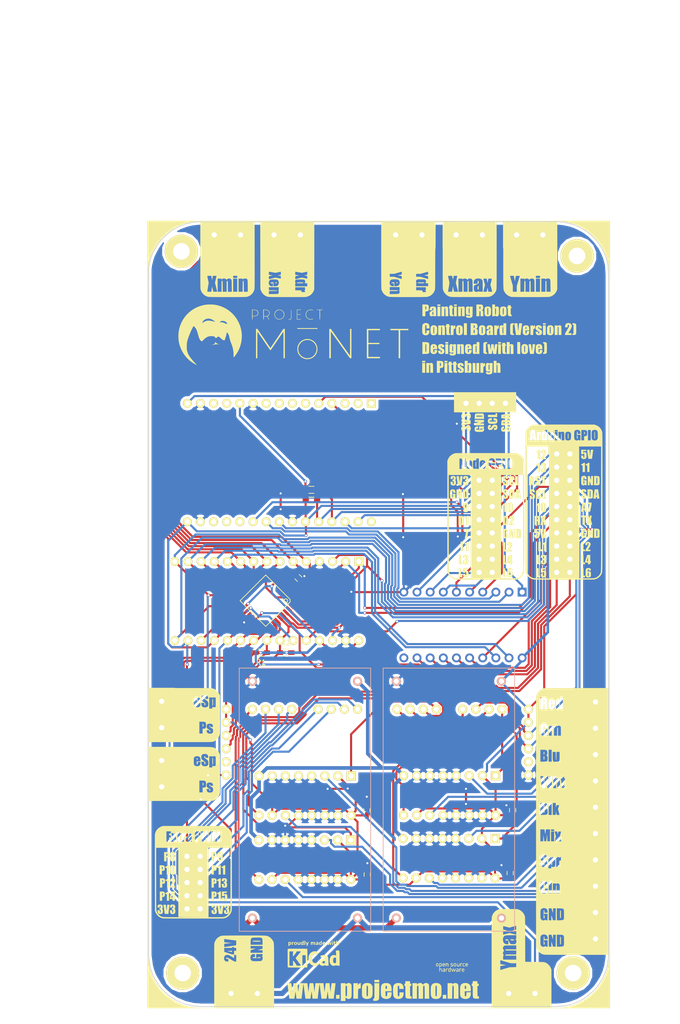
<source format=kicad_pcb>
(kicad_pcb (version 4) (host pcbnew 4.0.4-stable)
  (layers (0 F.Cu signal) (31 B.Cu signal) (34 B.Paste user) (35 F.Paste user) (36 B.SilkS user) (37 F.SilkS user) (38 B.Mask user) (39 F.Mask user) (44 Edge.Cuts user))
  (net 0 "")
  (net 1 +3V3)
  (net 2 A2)
  (net 3 GND)
  (net 4 A1)
  (net 5 A0)
  (net 6 GNDA)
  (net 7 +24V)
  (net 8 +5V)
  (net 9 SCL)
  (net 10 SDA)
  (net 11 +12V)
  (net 12 PWM0)
  (net 13 PWM1)
  (net 14 PWM2)
  (net 15 PWM3)
  (net 16 PWM4)
  (net 17 PWM5)
  (net 18 PWM6)
  (net 19 PWM7)
  (net 20 /PMW8)
  (net 21 /PWM9)
  (net 22 /PWM10)
  (net 23 /PWM11)
  (net 24 /PWM12)
  (net 25 /PWM13)
  (net 26 /PWM14)
  (net 27 /PWM15)
  (net 28 Red)
  (net 29 Green)
  (net 30 Blue)
  (net 31 White)
  (net 32 Black)
  (net 33 Mix)
  (net 34 Spray)
  (net 35 Clean)
  (net 36 "Net-(P4-Pad5)")
  (net 37 SCL2)
  (net 38 SDA2)
  (net 39 6)
  (net 40 4)
  (net 41 5)
  (net 42 2)
  (net 43 3)
  (net 44 A3)
  (net 45 A6)
  (net 46 7)
  (net 47 sTx2)
  (net 48 sRx2)
  (net 49 RX)
  (net 50 TX)
  (net 51 A7)
  (net 52 10)
  (net 53 11/MOSI)
  (net 54 12/MISO)
  (net 55 13/SCK)
  (net 56 RST)
  (net 57 sRx)
  (net 58 sTx)
  (net 59 AREF)
  (net 60 "Net-(U1-Pad1)")
  (net 61 "Net-(U1-Pad2)")
  (net 62 "Net-(U1-Pad3)")
  (net 63 "Net-(P4-Pad6)")
  (net 64 "Net-(P4-Pad8)")
  (net 65 "Net-(U1-Pad6)")
  (net 66 "Net-(U1-Pad7)")
  (net 67 "Net-(U1-Pad8)")
  (net 68 "Net-(U1-Pad9)")
  (net 69 "Net-(U1-Pad12)")
  (net 70 "Net-(U1-Pad13)")
  (net 71 "Net-(U1-Pad18)")
  (net 72 "Net-(U1-Pad19)")
  (net 73 "Net-(U1-Pad20)")
  (net 74 "Net-(P4-Pad14)")
  (net 75 "Net-(P4-Pad12)")
  (net 76 "Net-(U1-Pad30)")
  (net 77 "Net-(U3-Pad7)")
  (net 78 "Net-(U3-Pad8)")
  (net 79 "Net-(U4-Pad2)")
  (net 80 "Net-(U4-Pad27)")
  (net 81 "Net-(P4-Pad7)")
  (net 82 "Net-(P4-Pad9)")
  (net 83 "Net-(P4-Pad11)")
  (net 84 "Net-(P4-Pad13)")
  (net 85 "Net-(P4-Pad15)")
  (net 86 "Net-(U11-Pad11)")
  (net 87 "Net-(P1-Pad20)")
  (net 88 "Net-(P1-Pad18)")
  (net 89 "Net-(P1-Pad16)")
  (net 90 "Net-(P1-Pad15)")
  (net 91 "Net-(P1-Pad17)")
  (net 92 "Net-(P1-Pad19)")
  (net 93 "Net-(P4-Pad16)")
  (module MonetControl:LOGO_FRONT_SILK (layer F.Cu) (at 103.124 145.161)
    (fp_text reference G*** hide)
    (fp_text value LOGO hide)
    (pad 1 smd circle (at -14.3764 64.5922) (size 0.508 0.508) (layers F.Cu F.Mask))
  )
  (module MonetControl:NODEMCU (layer F.Cu) (at 101.727 104.394 270)
    (fp_text reference U1 hide)
    (fp_text value NodeMCU)
    (pad 1 thru_hole rect (at 0 0 270) (size 1.7272 1.7272) (drill 1.016) (layers *.Cu *.Mask F.SilkS) (net 60 "Net-(U1-Pad1)"))
    (pad 2 thru_hole circle (at 0 2.54 270) (size 1.7272 1.7272) (drill 1.016) (layers *.Cu *.Mask F.SilkS) (net 61 "Net-(U1-Pad2)"))
    (pad 3 thru_hole circle (at 0 5.08 270) (size 1.7272 1.7272) (drill 1.016) (layers *.Cu *.Mask F.SilkS) (net 62 "Net-(U1-Pad3)"))
    (pad 4 thru_hole circle (at 0 7.62 270) (size 1.7272 1.7272) (drill 1.016) (layers *.Cu *.Mask F.SilkS) (net 36 "Net-(P4-Pad5)"))
    (pad 5 thru_hole circle (at 0 10.16 270) (size 1.7272 1.7272) (drill 1.016) (layers *.Cu *.Mask F.SilkS) (net 63 "Net-(P4-Pad6)"))
    (pad 6 thru_hole circle (at 0 12.7 270) (size 1.7272 1.7272) (drill 1.016) (layers *.Cu *.Mask F.SilkS) (net 65 "Net-(U1-Pad6)"))
    (pad 7 thru_hole circle (at 0 15.24 270) (size 1.7272 1.7272) (drill 1.016) (layers *.Cu *.Mask F.SilkS) (net 66 "Net-(U1-Pad7)"))
    (pad 8 thru_hole circle (at 0 17.78 270) (size 1.7272 1.7272) (drill 1.016) (layers *.Cu *.Mask F.SilkS) (net 67 "Net-(U1-Pad8)"))
    (pad 9 thru_hole circle (at 0 20.32 270) (size 1.7272 1.7272) (drill 1.016) (layers *.Cu *.Mask F.SilkS) (net 68 "Net-(U1-Pad9)"))
    (pad 10 thru_hole circle (at 0 22.86 270) (size 1.7272 1.7272) (drill 1.016) (layers *.Cu *.Mask F.SilkS) (net 3 GND))
    (pad 11 thru_hole circle (at 0 25.4 270) (size 1.7272 1.7272) (drill 1.016) (layers *.Cu *.Mask F.SilkS) (net 1 +3V3))
    (pad 12 thru_hole circle (at 0 27.94 270) (size 1.7272 1.7272) (drill 1.016) (layers *.Cu *.Mask F.SilkS) (net 69 "Net-(U1-Pad12)"))
    (pad 13 thru_hole circle (at 0 30.48 270) (size 1.7272 1.7272) (drill 1.016) (layers *.Cu *.Mask F.SilkS) (net 70 "Net-(U1-Pad13)"))
    (pad 14 thru_hole circle (at 0 33.02 270) (size 1.7272 1.7272) (drill 1.016) (layers *.Cu *.Mask F.SilkS) (net 3 GND))
    (pad 15 thru_hole circle (at 0 35.56 270) (size 1.7272 1.7272) (drill 1.016) (layers *.Cu *.Mask F.SilkS) (net 8 +5V))
    (pad 16 thru_hole circle (at 22.86 35.56 270) (size 1.7272 1.7272) (drill 1.016) (layers *.Cu *.Mask F.SilkS) (net 1 +3V3))
    (pad 17 thru_hole circle (at 22.86 33.02 270) (size 1.7272 1.7272) (drill 1.016) (layers *.Cu *.Mask F.SilkS) (net 3 GND))
    (pad 18 thru_hole circle (at 22.86 30.48 270) (size 1.7272 1.7272) (drill 1.016) (layers *.Cu *.Mask F.SilkS) (net 71 "Net-(U1-Pad18)"))
    (pad 19 thru_hole circle (at 22.86 27.94 270) (size 1.7272 1.7272) (drill 1.016) (layers *.Cu *.Mask F.SilkS) (net 72 "Net-(U1-Pad19)"))
    (pad 20 thru_hole circle (at 22.86 25.4 270) (size 1.7272 1.7272) (drill 1.016) (layers *.Cu *.Mask F.SilkS) (net 73 "Net-(U1-Pad20)"))
    (pad 21 thru_hole circle (at 22.86 22.86 270) (size 1.7272 1.7272) (drill 1.016) (layers *.Cu *.Mask F.SilkS) (net 82 "Net-(P4-Pad9)"))
    (pad 22 thru_hole circle (at 22.86 20.32 270) (size 1.7272 1.7272) (drill 1.016) (layers *.Cu *.Mask F.SilkS) (net 47 sTx2))
    (pad 23 thru_hole circle (at 22.86 17.78 270) (size 1.7272 1.7272) (drill 1.016) (layers *.Cu *.Mask F.SilkS) (net 48 sRx2))
    (pad 24 thru_hole circle (at 22.86 15.24 270) (size 1.7272 1.7272) (drill 1.016) (layers *.Cu *.Mask F.SilkS) (net 3 GND))
    (pad 25 thru_hole circle (at 22.86 12.7 270) (size 1.7272 1.7272) (drill 1.016) (layers *.Cu *.Mask F.SilkS) (net 1 +3V3))
    (pad 26 thru_hole circle (at 22.86 10.16 270) (size 1.7272 1.7272) (drill 1.016) (layers *.Cu *.Mask F.SilkS) (net 38 SDA2))
    (pad 27 thru_hole circle (at 22.86 7.62 270) (size 1.7272 1.7272) (drill 1.016) (layers *.Cu *.Mask F.SilkS) (net 37 SCL2))
    (pad 28 thru_hole circle (at 22.86 5.08 270) (size 1.7272 1.7272) (drill 1.016) (layers *.Cu *.Mask F.SilkS) (net 64 "Net-(P4-Pad8)"))
    (pad 29 thru_hole circle (at 22.86 2.54 270) (size 1.7272 1.7272) (drill 1.016) (layers *.Cu *.Mask F.SilkS) (net 81 "Net-(P4-Pad7)"))
    (pad 30 thru_hole circle (at 22.86 0 270) (size 1.7272 1.7272) (drill 1.016) (layers *.Cu *.Mask F.SilkS) (net 76 "Net-(U1-Pad30)"))
  )
  (module MonetControl:SCREWTERM_01X10 (layer F.Cu) (at 145.034 162.052 270)
    (fp_text reference P2 hide)
    (fp_text value CONN_01X10)
    (pad 1 thru_hole rect (at 0 0 270) (size 1.778 1.778) (drill 1.016) (layers *.Cu *.Mask F.SilkS) (net 28 Red))
    (pad 2 thru_hole circle (at 5.08 0 270) (size 1.778 1.778) (drill 1.016) (layers *.Cu *.Mask F.SilkS) (net 29 Green))
    (pad 3 thru_hole circle (at 10.16 0 270) (size 1.778 1.778) (drill 1.016) (layers *.Cu *.Mask F.SilkS) (net 30 Blue))
    (pad 4 thru_hole circle (at 15.24 0 270) (size 1.778 1.778) (drill 1.016) (layers *.Cu *.Mask F.SilkS) (net 31 White))
    (pad 5 thru_hole circle (at 20.32 0 270) (size 1.778 1.778) (drill 1.016) (layers *.Cu *.Mask F.SilkS) (net 32 Black))
    (pad 6 thru_hole circle (at 25.4 0 270) (size 1.778 1.778) (drill 1.016) (layers *.Cu *.Mask F.SilkS) (net 33 Mix))
    (pad 7 thru_hole circle (at 30.48 0 270) (size 1.778 1.778) (drill 1.016) (layers *.Cu *.Mask F.SilkS) (net 34 Spray))
    (pad 8 thru_hole circle (at 35.56 0 270) (size 1.778 1.778) (drill 1.016) (layers *.Cu *.Mask F.SilkS) (net 35 Clean))
    (pad 9 thru_hole circle (at 40.64 0 270) (size 1.778 1.778) (drill 1.016) (layers *.Cu *.Mask F.SilkS) (net 3 GND))
    (pad 10 thru_hole circle (at 45.72 0 270) (size 1.778 1.778) (drill 1.016) (layers *.Cu *.Mask F.SilkS) (net 3 GND))
  )
  (module Mounting_Holes:MountingHole_3.2mm_M3_Pad (layer F.Cu) (at 140.716 214.376)
    (fp_text reference REF** hide)
    (fp_text value MountingHole_3.2mm_M3_Pad)
    (pad 1 thru_hole circle (at 0 0) (size 6.4 6.4) (drill 3.2) (layers *.Cu *.Mask F.SilkS))
  )
  (module Mounting_Holes:MountingHole_3.2mm_M3_Pad (layer F.Cu) (at 65.278 214.376)
    (fp_text reference REF** hide)
    (fp_text value MountingHole_3.2mm_M3_Pad)
    (pad 1 thru_hole circle (at 0 0) (size 6.4 6.4) (drill 3.2) (layers *.Cu *.Mask F.SilkS))
  )
  (module Mounting_Holes:MountingHole_3.2mm_M3_Pad (layer F.Cu) (at 141.478 75.946)
    (fp_text reference REF** hide)
    (fp_text value MountingHole_3.2mm_M3_Pad)
    (pad 1 thru_hole circle (at 0 0) (size 6.4 6.4) (drill 3.2) (layers *.Cu *.Mask F.SilkS))
  )
  (module MonetControl:SCREWTERM_01X02 (layer F.Cu) (at 61.214 173.355 270)
    (fp_text reference P13 hide)
    (fp_text value CONN_01X02)
    (pad 1 thru_hole rect (at 0 0 270) (size 1.778 1.778) (drill 1.016) (layers *.Cu *.Mask F.SilkS) (net 54 12/MISO))
    (pad 2 thru_hole circle (at 5.08 0 270) (size 1.778 1.778) (drill 1.016) (layers *.Cu *.Mask F.SilkS) (net 3 GND))
  )
  (module MonetControl:RioRandVoltReg (layer B.Cu) (at 126.873 203.765212)
    (fp_text reference U2 hide)
    (fp_text value 5VReg hide)
    (pad 1 thru_hole circle (at 0 0) (size 1.778 1.778) (drill 1.016) (layers *.Cu *.Mask B.SilkS) (net 7 +24V))
    (pad 2 thru_hole circle (at -20.32 0) (size 1.778 1.778) (drill 1.016) (layers *.Cu *.Mask B.SilkS) (net 6 GNDA))
    (pad 3 thru_hole circle (at -20.32 -45.72) (size 1.778 1.778) (drill 1.016) (layers *.Cu *.Mask B.SilkS) (net 3 GND))
    (pad 4 thru_hole circle (at 0 -45.72) (size 1.778 1.778) (drill 1.016) (layers *.Cu *.Mask B.SilkS) (net 8 +5V))
  )
  (module MonetControl:RioRandVoltReg (layer B.Cu) (at 99.06 203.765212)
    (fp_text reference U5 hide)
    (fp_text value 12VReg hide)
    (pad 1 thru_hole circle (at 0 0) (size 1.778 1.778) (drill 1.016) (layers *.Cu *.Mask B.SilkS) (net 7 +24V))
    (pad 2 thru_hole circle (at -20.32 0) (size 1.778 1.778) (drill 1.016) (layers *.Cu *.Mask B.SilkS) (net 6 GNDA))
    (pad 3 thru_hole circle (at -20.32 -45.72) (size 1.778 1.778) (drill 1.016) (layers *.Cu *.Mask B.SilkS) (net 3 GND))
    (pad 4 thru_hole circle (at 0 -45.72) (size 1.778 1.778) (drill 1.016) (layers *.Cu *.Mask B.SilkS) (net 11 +12V))
  )
  (module MonetControl:L293D (layer F.Cu) (at 123.19 180.086 270)
    (fp_text reference U6 hide)
    (fp_text value L293D)
    (pad 1 thru_hole rect (at -3.81 -2.54 270) (size 1.778 1.778) (drill 1.016) (layers *.Cu *.Mask F.SilkS) (net 12 PWM0))
    (pad 2 thru_hole circle (at -3.81 0 270) (size 1.778 1.778) (drill 1.016) (layers *.Cu *.Mask F.SilkS) (net 8 +5V))
    (pad 3 thru_hole circle (at -3.81 2.54 270) (size 1.778 1.778) (drill 1.016) (layers *.Cu *.Mask F.SilkS) (net 28 Red))
    (pad 4 thru_hole circle (at -3.81 5.08 270) (size 1.778 1.778) (drill 1.016) (layers *.Cu *.Mask F.SilkS) (net 3 GND))
    (pad 5 thru_hole circle (at -3.81 7.62 270) (size 1.778 1.778) (drill 1.016) (layers *.Cu *.Mask F.SilkS) (net 3 GND))
    (pad 6 thru_hole circle (at -3.81 10.16 270) (size 1.778 1.778) (drill 1.016) (layers *.Cu *.Mask F.SilkS) (net 3 GND))
    (pad 7 thru_hole circle (at -3.81 12.7 270) (size 1.778 1.778) (drill 1.016) (layers *.Cu *.Mask F.SilkS) (net 3 GND))
    (pad 8 thru_hole circle (at -3.81 15.24 270) (size 1.778 1.778) (drill 1.016) (layers *.Cu *.Mask F.SilkS) (net 11 +12V))
    (pad 9 thru_hole circle (at 3.81 15.24 270) (size 1.778 1.778) (drill 1.016) (layers *.Cu *.Mask F.SilkS) (net 13 PWM1))
    (pad 10 thru_hole circle (at 3.81 12.7 270) (size 1.778 1.778) (drill 1.016) (layers *.Cu *.Mask F.SilkS) (net 8 +5V))
    (pad 11 thru_hole circle (at 3.81 10.16 270) (size 1.778 1.778) (drill 1.016) (layers *.Cu *.Mask F.SilkS) (net 29 Green))
    (pad 12 thru_hole circle (at 3.81 7.62 270) (size 1.778 1.778) (drill 1.016) (layers *.Cu *.Mask F.SilkS) (net 3 GND))
    (pad 13 thru_hole circle (at 3.81 5.08 270) (size 1.778 1.778) (drill 1.016) (layers *.Cu *.Mask F.SilkS) (net 3 GND))
    (pad 14 thru_hole circle (at 3.81 2.54 270) (size 1.778 1.778) (drill 1.016) (layers *.Cu *.Mask F.SilkS) (net 3 GND))
    (pad 15 thru_hole circle (at 3.81 0 270) (size 1.778 1.778) (drill 1.016) (layers *.Cu *.Mask F.SilkS) (net 3 GND))
    (pad 16 thru_hole circle (at 3.81 -2.54 270) (size 1.778 1.778) (drill 1.016) (layers *.Cu *.Mask F.SilkS) (net 8 +5V))
  )
  (module MonetControl:SCREWTERM_01X02 (layer F.Cu) (at 74.6252 218.313)
    (fp_text reference P3 hide)
    (fp_text value CONN_01X02)
    (pad 1 thru_hole rect (at 0 0) (size 1.778 1.778) (drill 1.016) (layers *.Cu *.Mask F.SilkS) (net 6 GNDA))
    (pad 2 thru_hole circle (at 5.08 0) (size 1.778 1.778) (drill 1.016) (layers *.Cu *.Mask F.SilkS) (net 7 +24V))
  )
  (module MonetControl:SCREWTERM_01X02 (layer F.Cu) (at 118.11 71.882)
    (fp_text reference P7 hide)
    (fp_text value CONN_01X02)
    (pad 1 thru_hole rect (at 0 0) (size 1.778 1.778) (drill 1.016) (layers *.Cu *.Mask F.SilkS) (net 43 3))
    (pad 2 thru_hole circle (at 5.08 0) (size 1.778 1.778) (drill 1.016) (layers *.Cu *.Mask F.SilkS) (net 3 GND))
  )
  (module MonetControl:SCREWTERM_01X02 (layer F.Cu) (at 88.011 71.882 180)
    (fp_text reference P9 hide)
    (fp_text value CONN_01X02)
    (pad 1 thru_hole rect (at 0 0 180) (size 1.778 1.778) (drill 1.016) (layers *.Cu *.Mask F.SilkS) (net 39 6))
    (pad 2 thru_hole circle (at 5.08 0 180) (size 1.778 1.778) (drill 1.016) (layers *.Cu *.Mask F.SilkS) (net 46 7))
  )
  (module MonetControl:SCREWTERM_01X02 (layer F.Cu) (at 111.506 71.882 180)
    (fp_text reference P10 hide)
    (fp_text value CONN_01X02)
    (pad 1 thru_hole rect (at 0 0 180) (size 1.778 1.778) (drill 1.016) (layers *.Cu *.Mask F.SilkS) (net 40 4))
    (pad 2 thru_hole circle (at 5.08 0 180) (size 1.778 1.778) (drill 1.016) (layers *.Cu *.Mask F.SilkS) (net 41 5))
  )
  (module MonetControl:SCREWTERM_01X02 (layer F.Cu) (at 71.374 71.882)
    (fp_text reference P22 hide)
    (fp_text value CONN_01X02)
    (pad 1 thru_hole rect (at 0 0) (size 1.778 1.778) (drill 1.016) (layers *.Cu *.Mask F.SilkS) (net 5 A0))
    (pad 2 thru_hole circle (at 5.08 0) (size 1.778 1.778) (drill 1.016) (layers *.Cu *.Mask F.SilkS) (net 3 GND))
  )
  (module MonetControl:SCREWTERM_01X02 (layer F.Cu) (at 129.794 71.882)
    (fp_text reference P23 hide)
    (fp_text value CONN_01X02)
    (pad 1 thru_hole rect (at 0 0) (size 1.778 1.778) (drill 1.016) (layers *.Cu *.Mask F.SilkS) (net 42 2))
    (pad 2 thru_hole circle (at 5.08 0) (size 1.778 1.778) (drill 1.016) (layers *.Cu *.Mask F.SilkS) (net 3 GND))
  )
  (module Capacitors_SMD:C_0603_HandSoldering (layer F.Cu) (at 128.5494 195.0872 90)
    (fp_text reference C1 hide)
    (fp_text value C)
    (pad 1 smd rect (at -0.95 0 90) (size 1.2 0.75) (layers F.Cu F.Paste F.Mask) (net 8 +5V))
    (pad 2 smd rect (at 0.95 0 90) (size 1.2 0.75) (layers F.Cu F.Paste F.Mask) (net 3 GND))
  )
  (module Capacitors_SMD:C_0603_HandSoldering (layer F.Cu) (at 100.9396 195.3666 90)
    (fp_text reference C2 hide)
    (fp_text value C)
    (pad 1 smd rect (at -0.95 0 90) (size 1.2 0.75) (layers F.Cu F.Paste F.Mask) (net 8 +5V))
    (pad 2 smd rect (at 0.95 0 90) (size 1.2 0.75) (layers F.Cu F.Paste F.Mask) (net 3 GND))
  )
  (module Capacitors_SMD:C_0603_HandSoldering (layer F.Cu) (at 129.032 182.946 90)
    (fp_text reference C3 hide)
    (fp_text value C)
    (pad 1 smd rect (at -0.95 0 90) (size 1.2 0.75) (layers F.Cu F.Paste F.Mask) (net 8 +5V))
    (pad 2 smd rect (at 0.95 0 90) (size 1.2 0.75) (layers F.Cu F.Paste F.Mask) (net 3 GND))
  )
  (module Capacitors_SMD:C_0603_HandSoldering (layer F.Cu) (at 100.8634 182.9968 90)
    (fp_text reference C4 hide)
    (fp_text value C)
    (pad 1 smd rect (at -0.95 0 90) (size 1.2 0.75) (layers F.Cu F.Paste F.Mask) (net 8 +5V))
    (pad 2 smd rect (at 0.95 0 90) (size 1.2 0.75) (layers F.Cu F.Paste F.Mask) (net 3 GND))
  )
  (module MonetControl:L293D (layer F.Cu) (at 123.0884 192.2272 270)
    (fp_text reference U7 hide)
    (fp_text value L293D)
    (pad 1 thru_hole rect (at -3.81 -2.54 270) (size 1.778 1.778) (drill 1.016) (layers *.Cu *.Mask F.SilkS) (net 14 PWM2))
    (pad 2 thru_hole circle (at -3.81 0 270) (size 1.778 1.778) (drill 1.016) (layers *.Cu *.Mask F.SilkS) (net 8 +5V))
    (pad 3 thru_hole circle (at -3.81 2.54 270) (size 1.778 1.778) (drill 1.016) (layers *.Cu *.Mask F.SilkS) (net 30 Blue))
    (pad 4 thru_hole circle (at -3.81 5.08 270) (size 1.778 1.778) (drill 1.016) (layers *.Cu *.Mask F.SilkS) (net 3 GND))
    (pad 5 thru_hole circle (at -3.81 7.62 270) (size 1.778 1.778) (drill 1.016) (layers *.Cu *.Mask F.SilkS) (net 3 GND))
    (pad 6 thru_hole circle (at -3.81 10.16 270) (size 1.778 1.778) (drill 1.016) (layers *.Cu *.Mask F.SilkS) (net 3 GND))
    (pad 7 thru_hole circle (at -3.81 12.7 270) (size 1.778 1.778) (drill 1.016) (layers *.Cu *.Mask F.SilkS) (net 3 GND))
    (pad 8 thru_hole circle (at -3.81 15.24 270) (size 1.778 1.778) (drill 1.016) (layers *.Cu *.Mask F.SilkS) (net 11 +12V))
    (pad 9 thru_hole circle (at 3.81 15.24 270) (size 1.778 1.778) (drill 1.016) (layers *.Cu *.Mask F.SilkS) (net 15 PWM3))
    (pad 10 thru_hole circle (at 3.81 12.7 270) (size 1.778 1.778) (drill 1.016) (layers *.Cu *.Mask F.SilkS) (net 8 +5V))
    (pad 11 thru_hole circle (at 3.81 10.16 270) (size 1.778 1.778) (drill 1.016) (layers *.Cu *.Mask F.SilkS) (net 31 White))
    (pad 12 thru_hole circle (at 3.81 7.62 270) (size 1.778 1.778) (drill 1.016) (layers *.Cu *.Mask F.SilkS) (net 3 GND))
    (pad 13 thru_hole circle (at 3.81 5.08 270) (size 1.778 1.778) (drill 1.016) (layers *.Cu *.Mask F.SilkS) (net 3 GND))
    (pad 14 thru_hole circle (at 3.81 2.54 270) (size 1.778 1.778) (drill 1.016) (layers *.Cu *.Mask F.SilkS) (net 3 GND))
    (pad 15 thru_hole circle (at 3.81 0 270) (size 1.778 1.778) (drill 1.016) (layers *.Cu *.Mask F.SilkS) (net 3 GND))
    (pad 16 thru_hole circle (at 3.81 -2.54 270) (size 1.778 1.778) (drill 1.016) (layers *.Cu *.Mask F.SilkS) (net 8 +5V))
  )
  (module MonetControl:L293D (layer F.Cu) (at 95.2754 180.1368 270)
    (fp_text reference U8 hide)
    (fp_text value L293D)
    (pad 1 thru_hole rect (at -3.81 -2.54 270) (size 1.778 1.778) (drill 1.016) (layers *.Cu *.Mask F.SilkS) (net 16 PWM4))
    (pad 2 thru_hole circle (at -3.81 0 270) (size 1.778 1.778) (drill 1.016) (layers *.Cu *.Mask F.SilkS) (net 8 +5V))
    (pad 3 thru_hole circle (at -3.81 2.54 270) (size 1.778 1.778) (drill 1.016) (layers *.Cu *.Mask F.SilkS) (net 32 Black))
    (pad 4 thru_hole circle (at -3.81 5.08 270) (size 1.778 1.778) (drill 1.016) (layers *.Cu *.Mask F.SilkS) (net 3 GND))
    (pad 5 thru_hole circle (at -3.81 7.62 270) (size 1.778 1.778) (drill 1.016) (layers *.Cu *.Mask F.SilkS) (net 3 GND))
    (pad 6 thru_hole circle (at -3.81 10.16 270) (size 1.778 1.778) (drill 1.016) (layers *.Cu *.Mask F.SilkS) (net 3 GND))
    (pad 7 thru_hole circle (at -3.81 12.7 270) (size 1.778 1.778) (drill 1.016) (layers *.Cu *.Mask F.SilkS) (net 3 GND))
    (pad 8 thru_hole circle (at -3.81 15.24 270) (size 1.778 1.778) (drill 1.016) (layers *.Cu *.Mask F.SilkS) (net 11 +12V))
    (pad 9 thru_hole circle (at 3.81 15.24 270) (size 1.778 1.778) (drill 1.016) (layers *.Cu *.Mask F.SilkS) (net 17 PWM5))
    (pad 10 thru_hole circle (at 3.81 12.7 270) (size 1.778 1.778) (drill 1.016) (layers *.Cu *.Mask F.SilkS) (net 8 +5V))
    (pad 11 thru_hole circle (at 3.81 10.16 270) (size 1.778 1.778) (drill 1.016) (layers *.Cu *.Mask F.SilkS) (net 33 Mix))
    (pad 12 thru_hole circle (at 3.81 7.62 270) (size 1.778 1.778) (drill 1.016) (layers *.Cu *.Mask F.SilkS) (net 3 GND))
    (pad 13 thru_hole circle (at 3.81 5.08 270) (size 1.778 1.778) (drill 1.016) (layers *.Cu *.Mask F.SilkS) (net 3 GND))
    (pad 14 thru_hole circle (at 3.81 2.54 270) (size 1.778 1.778) (drill 1.016) (layers *.Cu *.Mask F.SilkS) (net 3 GND))
    (pad 15 thru_hole circle (at 3.81 0 270) (size 1.778 1.778) (drill 1.016) (layers *.Cu *.Mask F.SilkS) (net 3 GND))
    (pad 16 thru_hole circle (at 3.81 -2.54 270) (size 1.778 1.778) (drill 1.016) (layers *.Cu *.Mask F.SilkS) (net 8 +5V))
  )
  (module MonetControl:L293D (layer F.Cu) (at 95.2246 192.5066 270)
    (fp_text reference U9 hide)
    (fp_text value L293D)
    (pad 1 thru_hole rect (at -3.81 -2.54 270) (size 1.778 1.778) (drill 1.016) (layers *.Cu *.Mask F.SilkS) (net 18 PWM6))
    (pad 2 thru_hole circle (at -3.81 0 270) (size 1.778 1.778) (drill 1.016) (layers *.Cu *.Mask F.SilkS) (net 8 +5V))
    (pad 3 thru_hole circle (at -3.81 2.54 270) (size 1.778 1.778) (drill 1.016) (layers *.Cu *.Mask F.SilkS) (net 34 Spray))
    (pad 4 thru_hole circle (at -3.81 5.08 270) (size 1.778 1.778) (drill 1.016) (layers *.Cu *.Mask F.SilkS) (net 3 GND))
    (pad 5 thru_hole circle (at -3.81 7.62 270) (size 1.778 1.778) (drill 1.016) (layers *.Cu *.Mask F.SilkS) (net 3 GND))
    (pad 6 thru_hole circle (at -3.81 10.16 270) (size 1.778 1.778) (drill 1.016) (layers *.Cu *.Mask F.SilkS) (net 3 GND))
    (pad 7 thru_hole circle (at -3.81 12.7 270) (size 1.778 1.778) (drill 1.016) (layers *.Cu *.Mask F.SilkS) (net 3 GND))
    (pad 8 thru_hole circle (at -3.81 15.24 270) (size 1.778 1.778) (drill 1.016) (layers *.Cu *.Mask F.SilkS) (net 11 +12V))
    (pad 9 thru_hole circle (at 3.81 15.24 270) (size 1.778 1.778) (drill 1.016) (layers *.Cu *.Mask F.SilkS) (net 19 PWM7))
    (pad 10 thru_hole circle (at 3.81 12.7 270) (size 1.778 1.778) (drill 1.016) (layers *.Cu *.Mask F.SilkS) (net 8 +5V))
    (pad 11 thru_hole circle (at 3.81 10.16 270) (size 1.778 1.778) (drill 1.016) (layers *.Cu *.Mask F.SilkS) (net 35 Clean))
    (pad 12 thru_hole circle (at 3.81 7.62 270) (size 1.778 1.778) (drill 1.016) (layers *.Cu *.Mask F.SilkS) (net 3 GND))
    (pad 13 thru_hole circle (at 3.81 5.08 270) (size 1.778 1.778) (drill 1.016) (layers *.Cu *.Mask F.SilkS) (net 3 GND))
    (pad 14 thru_hole circle (at 3.81 2.54 270) (size 1.778 1.778) (drill 1.016) (layers *.Cu *.Mask F.SilkS) (net 3 GND))
    (pad 15 thru_hole circle (at 3.81 0 270) (size 1.778 1.778) (drill 1.016) (layers *.Cu *.Mask F.SilkS) (net 3 GND))
    (pad 16 thru_hole circle (at 3.81 -2.54 270) (size 1.778 1.778) (drill 1.016) (layers *.Cu *.Mask F.SilkS) (net 8 +5V))
  )
  (module MonetControl:SCREWTERM_01X02 (layer F.Cu) (at 133.35 218.313 180)
    (fp_text reference P24 hide)
    (fp_text value CONN_01X02)
    (pad 1 thru_hole rect (at 0 0 180) (size 1.778 1.778) (drill 1.016) (layers *.Cu *.Mask F.SilkS) (net 4 A1))
    (pad 2 thru_hole circle (at 5.08 0 180) (size 1.778 1.778) (drill 1.016) (layers *.Cu *.Mask F.SilkS) (net 3 GND))
  )
  (module Pin_Headers:Pin_Header_Straight_2x05 (layer F.Cu) (at 68.6435 201.9935 180)
    (fp_text reference P5 hide)
    (fp_text value CONN_01X10)
    (pad 1 thru_hole rect (at 0 0 180) (size 1.7272 1.7272) (drill 1.016) (layers *.Cu *.Mask F.SilkS) (net 1 +3V3))
    (pad 2 thru_hole oval (at 2.54 0 180) (size 1.7272 1.7272) (drill 1.016) (layers *.Cu *.Mask F.SilkS) (net 1 +3V3))
    (pad 3 thru_hole oval (at 0 2.54 180) (size 1.7272 1.7272) (drill 1.016) (layers *.Cu *.Mask F.SilkS) (net 27 /PWM15))
    (pad 4 thru_hole oval (at 2.54 2.54 180) (size 1.7272 1.7272) (drill 1.016) (layers *.Cu *.Mask F.SilkS) (net 26 /PWM14))
    (pad 5 thru_hole oval (at 0 5.08 180) (size 1.7272 1.7272) (drill 1.016) (layers *.Cu *.Mask F.SilkS) (net 25 /PWM13))
    (pad 6 thru_hole oval (at 2.54 5.08 180) (size 1.7272 1.7272) (drill 1.016) (layers *.Cu *.Mask F.SilkS) (net 24 /PWM12))
    (pad 7 thru_hole oval (at 0 7.62 180) (size 1.7272 1.7272) (drill 1.016) (layers *.Cu *.Mask F.SilkS) (net 23 /PWM11))
    (pad 8 thru_hole oval (at 2.54 7.62 180) (size 1.7272 1.7272) (drill 1.016) (layers *.Cu *.Mask F.SilkS) (net 22 /PWM10))
    (pad 9 thru_hole oval (at 0 10.16 180) (size 1.7272 1.7272) (drill 1.016) (layers *.Cu *.Mask F.SilkS) (net 21 /PWM9))
    (pad 10 thru_hole oval (at 2.54 10.16 180) (size 1.7272 1.7272) (drill 1.016) (layers *.Cu *.Mask F.SilkS) (net 20 /PMW8))
  )
  (module Capacitors_SMD:C_0603_HandSoldering (layer F.Cu) (at 87.63 138.1125 135)
    (fp_text reference C5 hide)
    (fp_text value C)
    (pad 1 smd rect (at -0.95 0 135) (size 1.2 0.75) (layers F.Cu F.Paste F.Mask) (net 3 GND))
    (pad 2 smd rect (at 0.95 0 135) (size 1.2 0.75) (layers F.Cu F.Paste F.Mask) (net 8 +5V))
  )
  (module Pin_Headers:Pin_Header_Straight_1x04 (layer F.Cu) (at 120.015 104.394 90)
    (fp_text reference P6 hide)
    (fp_text value OLED_DISP)
    (pad 1 thru_hole rect (at 0 0 90) (size 1.7272 1.7272) (drill 1.016) (layers *.Cu *.Mask F.SilkS) (net 1 +3V3))
    (pad 2 thru_hole oval (at 0 2.54 90) (size 1.7272 1.7272) (drill 1.016) (layers *.Cu *.Mask F.SilkS) (net 3 GND))
    (pad 3 thru_hole oval (at 0 5.08 90) (size 1.7272 1.7272) (drill 1.016) (layers *.Cu *.Mask F.SilkS) (net 37 SCL2))
    (pad 4 thru_hole oval (at 0 7.62 90) (size 1.7272 1.7272) (drill 1.016) (layers *.Cu *.Mask F.SilkS) (net 38 SDA2))
  )
  (module MonetControl:TQFP32-08 (layer F.Cu) (at 81.321516 142.504355 225)
    (fp_text reference U3 hide)
    (fp_text value ATMEGA328-TQFP hide)
    (pad 1 smd rect (at -4.2926 -2.8 225) (size 1.27 0.508) (layers F.Cu F.Paste F.Mask) (net 43 3))
    (pad 2 smd rect (at -4.2926 -2 225) (size 1.27 0.508) (layers F.Cu F.Paste F.Mask) (net 40 4))
    (pad 3 smd rect (at -4.2926 -1.2 225) (size 1.27 0.508) (layers F.Cu F.Paste F.Mask) (net 3 GND))
    (pad 4 smd rect (at -4.2926 -0.4 225) (size 1.27 0.508) (layers F.Cu F.Paste F.Mask) (net 8 +5V))
    (pad 5 smd rect (at -4.2926 0.4 225) (size 1.27 0.508) (layers F.Cu F.Paste F.Mask) (net 3 GND))
    (pad 6 smd rect (at -4.2926 1.2 225) (size 1.27 0.508) (layers F.Cu F.Paste F.Mask) (net 8 +5V))
    (pad 7 smd rect (at -4.2926 2 225) (size 1.27 0.508) (layers F.Cu F.Paste F.Mask) (net 77 "Net-(U3-Pad7)"))
    (pad 8 smd rect (at -4.2926 2.8 225) (size 1.27 0.508) (layers F.Cu F.Paste F.Mask) (net 78 "Net-(U3-Pad8)"))
    (pad 9 smd rect (at -2.8 4.2926 225) (size 0.508 1.27) (layers F.Cu F.Paste F.Mask) (net 41 5))
    (pad 10 smd rect (at -2 4.2926 225) (size 0.508 1.27) (layers F.Cu F.Paste F.Mask) (net 39 6))
    (pad 11 smd rect (at -1.2 4.2926 225) (size 0.508 1.27) (layers F.Cu F.Paste F.Mask) (net 46 7))
    (pad 12 smd rect (at -0.4 4.2926 225) (size 0.508 1.27) (layers F.Cu F.Paste F.Mask) (net 58 sTx))
    (pad 13 smd rect (at 0.4 4.2926 225) (size 0.508 1.27) (layers F.Cu F.Paste F.Mask) (net 57 sRx))
    (pad 14 smd rect (at 1.2 4.2926 225) (size 0.508 1.27) (layers F.Cu F.Paste F.Mask) (net 52 10))
    (pad 15 smd rect (at 2 4.2926 225) (size 0.508 1.27) (layers F.Cu F.Paste F.Mask) (net 53 11/MOSI))
    (pad 16 smd rect (at 2.8 4.2926 225) (size 0.508 1.27) (layers F.Cu F.Paste F.Mask) (net 54 12/MISO))
    (pad 17 smd rect (at 4.2926 2.8 225) (size 1.27 0.508) (layers F.Cu F.Paste F.Mask) (net 55 13/SCK))
    (pad 18 smd rect (at 4.2926 2 225) (size 1.27 0.508) (layers F.Cu F.Paste F.Mask) (net 8 +5V))
    (pad 19 smd rect (at 4.2926 1.2 225) (size 1.27 0.508) (layers F.Cu F.Paste F.Mask) (net 45 A6))
    (pad 20 smd rect (at 4.2926 0.4 225) (size 1.27 0.508) (layers F.Cu F.Paste F.Mask) (net 59 AREF))
    (pad 21 smd rect (at 4.2926 -0.4 225) (size 1.27 0.508) (layers F.Cu F.Paste F.Mask) (net 3 GND))
    (pad 22 smd rect (at 4.2926 -1.2 225) (size 1.27 0.508) (layers F.Cu F.Paste F.Mask) (net 51 A7))
    (pad 23 smd rect (at 4.2926 -2 225) (size 1.27 0.508) (layers F.Cu F.Paste F.Mask) (net 5 A0))
    (pad 24 smd rect (at 4.2926 -2.8 225) (size 1.27 0.508) (layers F.Cu F.Paste F.Mask) (net 4 A1))
    (pad 25 smd rect (at 2.8 -4.2926 225) (size 0.508 1.27) (layers F.Cu F.Paste F.Mask) (net 2 A2))
    (pad 26 smd rect (at 2 -4.2926 225) (size 0.508 1.27) (layers F.Cu F.Paste F.Mask) (net 44 A3))
    (pad 27 smd rect (at 1.2 -4.2926 225) (size 0.508 1.27) (layers F.Cu F.Paste F.Mask) (net 10 SDA))
    (pad 28 smd rect (at 0.4 -4.2926 225) (size 0.508 1.27) (layers F.Cu F.Paste F.Mask) (net 9 SCL))
    (pad 29 smd rect (at -0.4 -4.2926 225) (size 0.508 1.27) (layers F.Cu F.Paste F.Mask) (net 56 RST))
    (pad 30 smd rect (at -1.2 -4.2926 225) (size 0.508 1.27) (layers F.Cu F.Paste F.Mask) (net 50 TX))
    (pad 31 smd rect (at -2 -4.2926 225) (size 0.508 1.27) (layers F.Cu F.Paste F.Mask) (net 49 RX))
    (pad 32 smd rect (at -2.8 -4.2926 225) (size 0.508 1.27) (layers F.Cu F.Paste F.Mask) (net 42 2))
  )
  (module MonetControl:LgcLvlCvt (layer F.Cu) (at 130.8735 140.843 270)
    (fp_text reference U11 hide)
    (fp_text value LgcLvlCvt)
    (pad 1 thru_hole rect (at 0 0 270) (size 1.7272 1.7272) (drill 1.016) (layers *.Cu *.Mask) (net 1 +3V3))
    (pad 2 thru_hole circle (at 0 2.54 270) (size 1.7272 1.7272) (drill 1.016) (layers *.Cu *.Mask) (net 47 sTx2))
    (pad 3 thru_hole circle (at 0 5.08 270) (size 1.7272 1.7272) (drill 1.016) (layers *.Cu *.Mask) (net 48 sRx2))
    (pad 4 thru_hole circle (at 0 7.62 270) (size 1.7272 1.7272) (drill 1.016) (layers *.Cu *.Mask) (net 83 "Net-(P4-Pad11)"))
    (pad 5 thru_hole circle (at 0 10.16 270) (size 1.7272 1.7272) (drill 1.016) (layers *.Cu *.Mask) (net 75 "Net-(P4-Pad12)"))
    (pad 6 thru_hole circle (at 0 12.7 270) (size 1.7272 1.7272) (drill 1.016) (layers *.Cu *.Mask) (net 84 "Net-(P4-Pad13)"))
    (pad 7 thru_hole circle (at 0 15.24 270) (size 1.7272 1.7272) (drill 1.016) (layers *.Cu *.Mask) (net 74 "Net-(P4-Pad14)"))
    (pad 8 thru_hole circle (at 0 17.78 270) (size 1.7272 1.7272) (drill 1.016) (layers *.Cu *.Mask) (net 85 "Net-(P4-Pad15)"))
    (pad 9 thru_hole circle (at 0 20.32 270) (size 1.7272 1.7272) (drill 1.016) (layers *.Cu *.Mask) (net 93 "Net-(P4-Pad16)"))
    (pad 10 thru_hole circle (at 0 22.86 270) (size 1.7272 1.7272) (drill 1.016) (layers *.Cu *.Mask) (net 3 GND))
    (pad 11 thru_hole circle (at 12.7 22.86 270) (size 1.7272 1.7272) (drill 1.016) (layers *.Cu *.Mask) (net 86 "Net-(U11-Pad11)"))
    (pad 12 thru_hole circle (at 12.7 20.32 270) (size 1.7272 1.7272) (drill 1.016) (layers *.Cu *.Mask) (net 87 "Net-(P1-Pad20)"))
    (pad 13 thru_hole circle (at 12.7 17.78 270) (size 1.7272 1.7272) (drill 1.016) (layers *.Cu *.Mask) (net 92 "Net-(P1-Pad19)"))
    (pad 14 thru_hole circle (at 12.7 15.24 270) (size 1.7272 1.7272) (drill 1.016) (layers *.Cu *.Mask) (net 88 "Net-(P1-Pad18)"))
    (pad 15 thru_hole circle (at 12.7 12.7 270) (size 1.7272 1.7272) (drill 1.016) (layers *.Cu *.Mask) (net 91 "Net-(P1-Pad17)"))
    (pad 16 thru_hole circle (at 12.7 10.16 270) (size 1.7272 1.7272) (drill 1.016) (layers *.Cu *.Mask) (net 89 "Net-(P1-Pad16)"))
    (pad 17 thru_hole circle (at 12.7 7.62 270) (size 1.7272 1.7272) (drill 1.016) (layers *.Cu *.Mask) (net 90 "Net-(P1-Pad15)"))
    (pad 18 thru_hole circle (at 12.7 5.08 270) (size 1.7272 1.7272) (drill 1.016) (layers *.Cu *.Mask) (net 58 sTx))
    (pad 19 thru_hole circle (at 12.7 2.54 270) (size 1.7272 1.7272) (drill 1.016) (layers *.Cu *.Mask) (net 57 sRx))
    (pad 20 thru_hole circle (at 12.7 0 270) (size 1.7272 1.7272) (drill 1.016) (layers *.Cu *.Mask) (net 8 +5V))
  )
  (module Resistors_SMD:R_0603_HandSoldering (layer F.Cu) (at 80.434 152.527 180)
    (fp_text reference R1 (at 0 -1.9 180) (layer F.SilkS))
    (fp_text value 4K7)
    (pad 1 smd rect (at -1.1 0 180) (size 1.2 0.9) (layers F.Cu F.Paste F.Mask) (net 10 SDA))
    (pad 2 smd rect (at 1.1 0 180) (size 1.2 0.9) (layers F.Cu F.Paste F.Mask) (net 8 +5V))
  )
  (module Resistors_SMD:R_0603_HandSoldering (layer F.Cu) (at 85.174 152.527)
    (fp_text reference R2 (at 0 -1.9) (layer F.SilkS))
    (fp_text value 4K7)
    (pad 1 smd rect (at -1.1 0) (size 1.2 0.9) (layers F.Cu F.Paste F.Mask) (net 9 SCL))
    (pad 2 smd rect (at 1.1 0) (size 1.2 0.9) (layers F.Cu F.Paste F.Mask) (net 8 +5V))
  )
  (module Pin_Headers:Pin_Header_Straight_2x10 (layer F.Cu) (at 137.541 114.173)
    (fp_text reference P1 hide)
    (fp_text value CONN_02X10)
    (pad 1 thru_hole rect (at 0 0) (size 1.7272 1.7272) (drill 1.016) (layers *.Cu *.Mask F.SilkS) (net 54 12/MISO))
    (pad 2 thru_hole oval (at 2.54 0) (size 1.7272 1.7272) (drill 1.016) (layers *.Cu *.Mask F.SilkS) (net 8 +5V))
    (pad 3 thru_hole oval (at 0 2.54) (size 1.7272 1.7272) (drill 1.016) (layers *.Cu *.Mask F.SilkS) (net 55 13/SCK))
    (pad 4 thru_hole oval (at 2.54 2.54) (size 1.7272 1.7272) (drill 1.016) (layers *.Cu *.Mask F.SilkS) (net 53 11/MOSI))
    (pad 5 thru_hole oval (at 0 5.08) (size 1.7272 1.7272) (drill 1.016) (layers *.Cu *.Mask F.SilkS) (net 56 RST))
    (pad 6 thru_hole oval (at 2.54 5.08) (size 1.7272 1.7272) (drill 1.016) (layers *.Cu *.Mask F.SilkS) (net 3 GND))
    (pad 7 thru_hole oval (at 0 7.62) (size 1.7272 1.7272) (drill 1.016) (layers *.Cu *.Mask F.SilkS) (net 9 SCL))
    (pad 8 thru_hole oval (at 2.54 7.62) (size 1.7272 1.7272) (drill 1.016) (layers *.Cu *.Mask F.SilkS) (net 10 SDA))
    (pad 9 thru_hole oval (at 0 10.16) (size 1.7272 1.7272) (drill 1.016) (layers *.Cu *.Mask F.SilkS) (net 52 10))
    (pad 10 thru_hole oval (at 2.54 10.16) (size 1.7272 1.7272) (drill 1.016) (layers *.Cu *.Mask F.SilkS) (net 51 A7))
    (pad 11 thru_hole oval (at 0 12.7) (size 1.7272 1.7272) (drill 1.016) (layers *.Cu *.Mask F.SilkS) (net 49 RX))
    (pad 12 thru_hole oval (at 2.54 12.7) (size 1.7272 1.7272) (drill 1.016) (layers *.Cu *.Mask F.SilkS) (net 50 TX))
    (pad 13 thru_hole oval (at 0 15.24) (size 1.7272 1.7272) (drill 1.016) (layers *.Cu *.Mask F.SilkS) (net 8 +5V))
    (pad 14 thru_hole oval (at 2.54 15.24) (size 1.7272 1.7272) (drill 1.016) (layers *.Cu *.Mask F.SilkS) (net 3 GND))
    (pad 15 thru_hole oval (at 0 17.78) (size 1.7272 1.7272) (drill 1.016) (layers *.Cu *.Mask F.SilkS) (net 90 "Net-(P1-Pad15)"))
    (pad 16 thru_hole oval (at 2.54 17.78) (size 1.7272 1.7272) (drill 1.016) (layers *.Cu *.Mask F.SilkS) (net 89 "Net-(P1-Pad16)"))
    (pad 17 thru_hole oval (at 0 20.32) (size 1.7272 1.7272) (drill 1.016) (layers *.Cu *.Mask F.SilkS) (net 91 "Net-(P1-Pad17)"))
    (pad 18 thru_hole oval (at 2.54 20.32) (size 1.7272 1.7272) (drill 1.016) (layers *.Cu *.Mask F.SilkS) (net 88 "Net-(P1-Pad18)"))
    (pad 19 thru_hole oval (at 0 22.86) (size 1.7272 1.7272) (drill 1.016) (layers *.Cu *.Mask F.SilkS) (net 92 "Net-(P1-Pad19)"))
    (pad 20 thru_hole oval (at 2.54 22.86) (size 1.7272 1.7272) (drill 1.016) (layers *.Cu *.Mask F.SilkS) (net 87 "Net-(P1-Pad20)"))
  )
  (module Pin_Headers:Pin_Header_Straight_2x08 (layer F.Cu) (at 122.555 119.253)
    (fp_text reference P4 hide)
    (fp_text value CONN_02X08)
    (pad 1 thru_hole rect (at 0 0) (size 1.7272 1.7272) (drill 1.016) (layers *.Cu *.Mask F.SilkS) (net 1 +3V3))
    (pad 2 thru_hole oval (at 2.54 0) (size 1.7272 1.7272) (drill 1.016) (layers *.Cu *.Mask F.SilkS) (net 37 SCL2))
    (pad 3 thru_hole oval (at 0 2.54) (size 1.7272 1.7272) (drill 1.016) (layers *.Cu *.Mask F.SilkS) (net 3 GND))
    (pad 4 thru_hole oval (at 2.54 2.54) (size 1.7272 1.7272) (drill 1.016) (layers *.Cu *.Mask F.SilkS) (net 38 SDA2))
    (pad 5 thru_hole oval (at 0 5.08) (size 1.7272 1.7272) (drill 1.016) (layers *.Cu *.Mask F.SilkS) (net 36 "Net-(P4-Pad5)"))
    (pad 6 thru_hole oval (at 2.54 5.08) (size 1.7272 1.7272) (drill 1.016) (layers *.Cu *.Mask F.SilkS) (net 63 "Net-(P4-Pad6)"))
    (pad 7 thru_hole oval (at 0 7.62) (size 1.7272 1.7272) (drill 1.016) (layers *.Cu *.Mask F.SilkS) (net 81 "Net-(P4-Pad7)"))
    (pad 8 thru_hole oval (at 2.54 7.62) (size 1.7272 1.7272) (drill 1.016) (layers *.Cu *.Mask F.SilkS) (net 64 "Net-(P4-Pad8)"))
    (pad 9 thru_hole oval (at 0 10.16) (size 1.7272 1.7272) (drill 1.016) (layers *.Cu *.Mask F.SilkS) (net 82 "Net-(P4-Pad9)"))
    (pad 10 thru_hole oval (at 2.54 10.16) (size 1.7272 1.7272) (drill 1.016) (layers *.Cu *.Mask F.SilkS) (net 3 GND))
    (pad 11 thru_hole oval (at 0 12.7) (size 1.7272 1.7272) (drill 1.016) (layers *.Cu *.Mask F.SilkS) (net 83 "Net-(P4-Pad11)"))
    (pad 12 thru_hole oval (at 2.54 12.7) (size 1.7272 1.7272) (drill 1.016) (layers *.Cu *.Mask F.SilkS) (net 75 "Net-(P4-Pad12)"))
    (pad 13 thru_hole oval (at 0 15.24) (size 1.7272 1.7272) (drill 1.016) (layers *.Cu *.Mask F.SilkS) (net 84 "Net-(P4-Pad13)"))
    (pad 14 thru_hole oval (at 2.54 15.24) (size 1.7272 1.7272) (drill 1.016) (layers *.Cu *.Mask F.SilkS) (net 74 "Net-(P4-Pad14)"))
    (pad 15 thru_hole oval (at 0 17.78) (size 1.7272 1.7272) (drill 1.016) (layers *.Cu *.Mask F.SilkS) (net 85 "Net-(P4-Pad15)"))
    (pad 16 thru_hole oval (at 2.54 17.78) (size 1.7272 1.7272) (drill 1.016) (layers *.Cu *.Mask F.SilkS) (net 93 "Net-(P4-Pad16)"))
  )
  (module MonetControl:SCREWTERM_01X02 (layer F.Cu) (at 61.214 161.925 270)
    (fp_text reference P12 hide)
    (fp_text value CONN_01X02)
    (pad 1 thru_hole rect (at 0 0 270) (size 1.778 1.778) (drill 1.016) (layers *.Cu *.Mask F.SilkS) (net 2 A2))
    (pad 2 thru_hole circle (at 5.08 0 270) (size 1.778 1.778) (drill 1.016) (layers *.Cu *.Mask F.SilkS) (net 44 A3))
  )
  (module Resistors_SMD:R_0603_HandSoldering (layer F.Cu) (at 90.1495 121.0945 180)
    (fp_text reference R3 hide)
    (fp_text value 4K7)
    (pad 1 smd rect (at -1.1 0 180) (size 1.2 0.9) (layers F.Cu F.Paste F.Mask) (net 37 SCL2))
    (pad 2 smd rect (at 1.1 0 180) (size 1.2 0.9) (layers F.Cu F.Paste F.Mask) (net 1 +3V3))
  )
  (module Resistors_SMD:R_0603_HandSoldering (layer F.Cu) (at 90.1495 123.19 180)
    (fp_text reference R4 hide)
    (fp_text value 4K7)
    (pad 1 smd rect (at -1.1 0 180) (size 1.2 0.9) (layers F.Cu F.Paste F.Mask) (net 38 SDA2))
    (pad 2 smd rect (at 1.1 0 180) (size 1.2 0.9) (layers F.Cu F.Paste F.Mask) (net 1 +3V3))
  )
  (module Mounting_Holes:MountingHole_3.2mm_M3_Pad (layer F.Cu) (at 65.024 75.057)
    (fp_text reference REF** hide)
    (fp_text value MountingHole_3.2mm_M3_Pad)
    (pad 1 thru_hole circle (at 0 0) (size 6.4 6.4) (drill 3.2) (layers *.Cu *.Mask F.SilkS))
  )
  (module MonetControl:Arduino_Nano (layer F.Cu) (at 66.294 142.5575 270)
    (fp_text reference U10 hide)
    (fp_text value Arduino_Nano hide)
    (pad 24 thru_hole circle (at 7.62 -12.7 270) (size 1.7272 1.7272) (drill 1.016) (layers *.Cu *.Mask F.SilkS) (net 44 A3))
    (pad 1 thru_hole rect (at -7.62 -33.02 270) (size 1.7272 1.7272) (drill 1.016) (layers *.Cu *.Mask F.SilkS) (net 50 TX))
    (pad 2 thru_hole circle (at -7.62 -30.48 270) (size 1.7272 1.7272) (drill 1.016) (layers *.Cu *.Mask F.SilkS) (net 49 RX))
    (pad 3 thru_hole circle (at -7.62 -27.94 270) (size 1.7272 1.7272) (drill 1.016) (layers *.Cu *.Mask F.SilkS) (net 56 RST))
    (pad 4 thru_hole circle (at -7.62 -25.4 270) (size 1.7272 1.7272) (drill 1.016) (layers *.Cu *.Mask F.SilkS) (net 3 GND))
    (pad 5 thru_hole circle (at -7.62 -22.86 270) (size 1.7272 1.7272) (drill 1.016) (layers *.Cu *.Mask F.SilkS) (net 42 2))
    (pad 6 thru_hole circle (at -7.62 -20.32 270) (size 1.7272 1.7272) (drill 1.016) (layers *.Cu *.Mask F.SilkS) (net 43 3))
    (pad 7 thru_hole circle (at -7.62 -17.78 270) (size 1.7272 1.7272) (drill 1.016) (layers *.Cu *.Mask F.SilkS) (net 40 4))
    (pad 8 thru_hole circle (at -7.62 -15.24 270) (size 1.7272 1.7272) (drill 1.016) (layers *.Cu *.Mask F.SilkS) (net 41 5))
    (pad 9 thru_hole circle (at -7.62 -12.7 270) (size 1.7272 1.7272) (drill 1.016) (layers *.Cu *.Mask F.SilkS) (net 39 6))
    (pad 10 thru_hole circle (at -7.62 -10.16 270) (size 1.7272 1.7272) (drill 1.016) (layers *.Cu *.Mask F.SilkS) (net 46 7))
    (pad 11 thru_hole circle (at -7.62 -7.62 270) (size 1.7272 1.7272) (drill 1.016) (layers *.Cu *.Mask F.SilkS) (net 58 sTx))
    (pad 12 thru_hole circle (at -7.62 -5.08 270) (size 1.7272 1.7272) (drill 1.016) (layers *.Cu *.Mask F.SilkS) (net 57 sRx))
    (pad 13 thru_hole circle (at -7.62 -2.54 270) (size 1.7272 1.7272) (drill 1.016) (layers *.Cu *.Mask F.SilkS) (net 52 10))
    (pad 14 thru_hole circle (at -7.62 0 270) (size 1.7272 1.7272) (drill 1.016) (layers *.Cu *.Mask F.SilkS) (net 53 11/MOSI))
    (pad 15 thru_hole circle (at -7.62 2.54 270) (size 1.7272 1.7272) (drill 1.016) (layers *.Cu *.Mask F.SilkS) (net 54 12/MISO))
    (pad 16 thru_hole circle (at 7.62 -33.02 270) (size 1.7272 1.7272) (drill 1.016) (layers *.Cu *.Mask F.SilkS) (net 8 +5V))
    (pad 17 thru_hole circle (at 7.62 -30.48 270) (size 1.7272 1.7272) (drill 1.016) (layers *.Cu *.Mask F.SilkS) (net 3 GND))
    (pad 18 thru_hole circle (at 7.62 -27.94 270) (size 1.7272 1.7272) (drill 1.016) (layers *.Cu *.Mask F.SilkS) (net 56 RST))
    (pad 19 thru_hole circle (at 7.62 -25.4 270) (size 1.7272 1.7272) (drill 1.016) (layers *.Cu *.Mask F.SilkS) (net 8 +5V))
    (pad 20 thru_hole circle (at 7.62 -22.86 270) (size 1.7272 1.7272) (drill 1.016) (layers *.Cu *.Mask F.SilkS) (net 51 A7))
    (pad 21 thru_hole circle (at 7.62 -20.32 270) (size 1.7272 1.7272) (drill 1.016) (layers *.Cu *.Mask F.SilkS) (net 45 A6))
    (pad 22 thru_hole circle (at 7.62 -17.78 270) (size 1.7272 1.7272) (drill 1.016) (layers *.Cu *.Mask F.SilkS) (net 9 SCL))
    (pad 23 thru_hole circle (at 7.62 -15.24 270) (size 1.7272 1.7272) (drill 1.016) (layers *.Cu *.Mask F.SilkS) (net 10 SDA))
    (pad 25 thru_hole circle (at 7.62 -10.16 270) (size 1.7272 1.7272) (drill 1.016) (layers *.Cu *.Mask F.SilkS) (net 2 A2))
    (pad 26 thru_hole circle (at 7.62 -7.62 270) (size 1.7272 1.7272) (drill 1.016) (layers *.Cu *.Mask F.SilkS) (net 4 A1))
    (pad 27 thru_hole circle (at 7.62 -5.08 270) (size 1.7272 1.7272) (drill 1.016) (layers *.Cu *.Mask F.SilkS) (net 5 A0))
    (pad 28 thru_hole circle (at 7.62 -2.54 270) (size 1.7272 1.7272) (drill 1.016) (layers *.Cu *.Mask F.SilkS) (net 59 AREF))
    (pad 29 thru_hole circle (at 7.62 0 270) (size 1.7272 1.7272) (drill 1.016) (layers *.Cu *.Mask F.SilkS) (net 1 +3V3))
    (pad 30 thru_hole circle (at 7.62 2.54 270) (size 1.7272 1.7272) (drill 1.016) (layers *.Cu *.Mask F.SilkS) (net 55 13/SCK))
  )
  (module MonetControl:I2C_PWM_DRIVER (layer F.Cu) (at 132.08 176.149 180)
    (fp_text reference U4 hide)
    (fp_text value I2CPWMDriver)
    (pad 1 thru_hole circle (at 0 0 180) (size 1.778 1.778) (drill 1.016) (layers *.Cu *.Mask F.SilkS) (net 3 GND))
    (pad 2 thru_hole circle (at 0 2.54 180) (size 1.778 1.778) (drill 1.016) (layers *.Cu *.Mask F.SilkS) (net 79 "Net-(U4-Pad2)"))
    (pad 3 thru_hole circle (at 0 5.08 180) (size 1.778 1.778) (drill 1.016) (layers *.Cu *.Mask F.SilkS) (net 9 SCL))
    (pad 4 thru_hole circle (at 0 7.62 180) (size 1.778 1.778) (drill 1.016) (layers *.Cu *.Mask F.SilkS) (net 10 SDA))
    (pad 5 thru_hole circle (at 0 10.16 180) (size 1.778 1.778) (drill 1.016) (layers *.Cu *.Mask F.SilkS) (net 8 +5V))
    (pad 6 thru_hole circle (at 0 12.7 180) (size 1.778 1.778) (drill 1.016) (layers *.Cu *.Mask F.SilkS) (net 8 +5V))
    (pad 7 thru_hole circle (at 5.08 12.7 180) (size 1.778 1.778) (drill 1.016) (layers *.Cu *.Mask F.SilkS) (net 12 PWM0))
    (pad 8 thru_hole circle (at 7.62 12.7 180) (size 1.778 1.778) (drill 1.016) (layers *.Cu *.Mask F.SilkS) (net 13 PWM1))
    (pad 9 thru_hole circle (at 10.16 12.7 180) (size 1.778 1.778) (drill 1.016) (layers *.Cu *.Mask F.SilkS) (net 14 PWM2))
    (pad 10 thru_hole circle (at 12.7 12.7 180) (size 1.778 1.778) (drill 1.016) (layers *.Cu *.Mask F.SilkS) (net 15 PWM3))
    (pad 11 thru_hole circle (at 17.78 12.7 180) (size 1.778 1.778) (drill 1.016) (layers *.Cu *.Mask F.SilkS) (net 16 PWM4))
    (pad 12 thru_hole circle (at 20.32 12.7 180) (size 1.778 1.778) (drill 1.016) (layers *.Cu *.Mask F.SilkS) (net 17 PWM5))
    (pad 13 thru_hole circle (at 22.86 12.7 180) (size 1.778 1.778) (drill 1.016) (layers *.Cu *.Mask F.SilkS) (net 18 PWM6))
    (pad 14 thru_hole circle (at 25.4 12.7 180) (size 1.778 1.778) (drill 1.016) (layers *.Cu *.Mask F.SilkS) (net 19 PWM7))
    (pad 15 thru_hole circle (at 33.02 12.7 180) (size 1.778 1.778) (drill 1.016) (layers *.Cu *.Mask F.SilkS) (net 20 /PMW8))
    (pad 16 thru_hole circle (at 35.56 12.7 180) (size 1.778 1.778) (drill 1.016) (layers *.Cu *.Mask F.SilkS) (net 21 /PWM9))
    (pad 17 thru_hole circle (at 38.1 12.7 180) (size 1.778 1.778) (drill 1.016) (layers *.Cu *.Mask F.SilkS) (net 22 /PWM10))
    (pad 18 thru_hole circle (at 40.64 12.7 180) (size 1.778 1.778) (drill 1.016) (layers *.Cu *.Mask F.SilkS) (net 23 /PWM11))
    (pad 19 thru_hole circle (at 45.72 12.7 180) (size 1.778 1.778) (drill 1.016) (layers *.Cu *.Mask F.SilkS) (net 24 /PWM12))
    (pad 20 thru_hole circle (at 48.26 12.7 180) (size 1.778 1.778) (drill 1.016) (layers *.Cu *.Mask F.SilkS) (net 25 /PWM13))
    (pad 21 thru_hole circle (at 50.8 12.7 180) (size 1.778 1.778) (drill 1.016) (layers *.Cu *.Mask F.SilkS) (net 26 /PWM14))
    (pad 22 thru_hole circle (at 53.34 12.7 180) (size 1.778 1.778) (drill 1.016) (layers *.Cu *.Mask F.SilkS) (net 27 /PWM15))
    (pad 23 thru_hole circle (at 58.42 12.7 180) (size 1.778 1.778) (drill 1.016) (layers *.Cu *.Mask F.SilkS) (net 8 +5V))
    (pad 24 thru_hole circle (at 58.42 10.16 180) (size 1.778 1.778) (drill 1.016) (layers *.Cu *.Mask F.SilkS) (net 8 +5V))
    (pad 25 thru_hole circle (at 58.42 7.62 180) (size 1.778 1.778) (drill 1.016) (layers *.Cu *.Mask F.SilkS) (net 10 SDA))
    (pad 26 thru_hole circle (at 58.42 5.08 180) (size 1.778 1.778) (drill 1.016) (layers *.Cu *.Mask F.SilkS) (net 9 SCL))
    (pad 27 thru_hole circle (at 58.42 2.54 180) (size 1.778 1.778) (drill 1.016) (layers *.Cu *.Mask F.SilkS) (net 80 "Net-(U4-Pad27)"))
    (pad 28 thru_hole circle (at 58.42 0 180) (size 1.778 1.778) (drill 1.016) (layers *.Cu *.Mask F.SilkS) (net 3 GND))
  )
  (module MonetControl:LOGO_FACE (layer F.Cu) (at 87.884 93.7768)
    (fp_text reference G*** hide)
    (fp_text value LOGO hide)
    (fp_poly (pts (xy -20.415639 -4.228057) (xy -20.351453 -4.171986) (xy -20.268277 -4.091957) (xy -20.245777 -4.069302) (xy -20.079336 -3.863443) (xy -19.929921 -3.600849) (xy -19.796741 -3.27988) (xy -19.679005 -2.898893) (xy -19.675471 -2.885643) (xy -19.586347 -2.556476) (xy -19.507735 -2.282954) (xy -19.436707 -2.058741) (xy -19.370337 -1.877502) (xy -19.305695 -1.7329) (xy -19.239857 -1.6186) (xy -19.169892 -1.528267) (xy -19.092875 -1.455564) (xy -19.005878 -1.394156) (xy -18.978756 -1.377786) (xy -18.838313 -1.29548) (xy -18.527958 -1.608438) (xy -18.26371 -1.85624) (xy -18.01404 -2.048578) (xy -17.770304 -2.189005) (xy -17.523859 -2.281075) (xy -17.266059 -2.328339) (xy -16.988263 -2.334352) (xy -16.800076 -2.318673) (xy -16.601812 -2.287869) (xy -16.459877 -2.247048) (xy -16.36757 -2.193215) (xy -16.31819 -2.123379) (xy -16.311068 -2.100235) (xy -16.270142 -1.991907) (xy -16.210866 -1.940758) (xy -16.130364 -1.946605) (xy -16.025755 -2.009264) (xy -15.947031 -2.077029) (xy -15.842378 -2.165007) (xy -15.758999 -2.209572) (xy -15.695903 -2.219725) (xy -15.627066 -2.214807) (xy -15.562378 -2.195604) (xy -15.491603 -2.155443) (xy -15.404511 -2.087653) (xy -15.290868 -1.98556) (xy -15.189263 -1.88937) (xy -15.019224 -1.734766) (xy -14.87821 -1.626184) (xy -14.757817 -1.558452) (xy -14.649638 -1.526396) (xy -14.592495 -1.522097) (xy -14.477553 -1.53314) (xy -14.414818 -1.569155) (xy -14.396504 -1.63152) (xy -14.386447 -1.68848) (xy -14.359097 -1.790432) (xy -14.318684 -1.922711) (xy -14.271689 -2.064145) (xy -14.217249 -2.232187) (xy -14.167468 -2.404243) (xy -14.128683 -2.557399) (xy -14.110333 -2.647815) (xy -14.084157 -2.809446) (xy -14.065096 -2.915978) (xy -14.047752 -2.974487) (xy -14.026725 -2.992049) (xy -13.996618 -2.97574) (xy -13.952033 -2.932634) (xy -13.918523 -2.899227) (xy -13.847309 -2.823455) (xy -13.788159 -2.742985) (xy -13.73701 -2.647835) (xy -13.689802 -2.528023) (xy -13.642474 -2.37357) (xy -13.590965 -2.174494) (xy -13.545291 -1.981898) (xy -13.434789 -1.558379) (xy -13.304164 -1.163099) (xy -13.226782 -0.962401) (xy -13.077133 -0.566772) (xy -12.961341 -0.200374) (xy -12.876048 0.154206) (xy -12.817895 0.514377) (xy -12.783524 0.89755) (xy -12.769577 1.321136) (xy -12.768946 1.411111) (xy -12.770701 1.678186) (xy -12.778795 1.927992) (xy -12.794667 2.168086) (xy -12.819756 2.406025) (xy -12.855502 2.649369) (xy -12.903344 2.905675) (xy -12.964722 3.1825) (xy -13.041075 3.487403) (xy -13.133842 3.827941) (xy -13.244463 4.211672) (xy -13.374378 4.646155) (xy -13.403074 4.740699) (xy -13.524899 5.136636) (xy -13.633316 5.478386) (xy -13.730908 5.773131) (xy -13.820258 6.028057) (xy -13.903949 6.250346) (xy -13.984565 6.447183) (xy -14.064688 6.625751) (xy -14.127035 6.754049) (xy -14.308828 7.083621) (xy -14.492017 7.350296) (xy -14.677402 7.554597) (xy -14.865779 7.697046) (xy -15.057948 7.778163) (xy -15.254705 7.798473) (xy -15.45685 7.758495) (xy -15.581999 7.70531) (xy -15.710921 7.634019) (xy -15.840199 7.549356) (xy -15.973786 7.447271) (xy -16.115632 7.323713) (xy -16.26969 7.174633) (xy -16.439912 6.99598) (xy -16.630249 6.783702) (xy -16.844654 6.533751) (xy -17.087077 6.242074) (xy -17.361472 5.904623) (xy -17.467771 5.772489) (xy -17.749141 5.426941) (xy -18.031184 5.090076) (xy -18.304603 4.772688) (xy -18.560101 4.485568) (xy -18.78838 4.239508) (xy -18.788389 4.239498) (xy -19.169397 3.839096) (xy -19.508879 3.48052) (xy -19.809739 3.160341) (xy -20.074879 2.875127) (xy -20.307201 2.621447) (xy -20.509609 2.395871) (xy -20.685005 2.194966) (xy -20.836291 2.015301) (xy -20.966372 1.853447) (xy -21.078149 1.705971) (xy -21.174524 1.569443) (xy -21.258402 1.440431) (xy -21.332684 1.315504) (xy -21.400273 1.191232) (xy -21.449495 1.094007) (xy -21.562373 0.839444) (xy -21.644454 0.590213) (xy -21.69999 0.32797) (xy -21.733233 0.034366) (xy -21.744842 -0.180372) (xy -21.745707 -0.514332) (xy -21.745602 -0.515825) (xy -17.53583 -0.515825) (xy -17.522035 -0.505918) (xy -17.456323 -0.508135) (xy -17.348706 -0.520922) (xy -17.209195 -0.542725) (xy -17.047801 -0.571987) (xy -16.874536 -0.607157) (xy -16.711361 -0.64384) (xy -16.316953 -0.717464) (xy -15.952931 -0.745216) (xy -15.623868 -0.726993) (xy -15.371598 -0.674258) (xy -15.266609 -0.6458) (xy -15.190272 -0.629996) (xy -15.157803 -0.629935) (xy -15.157553 -0.630821) (xy -15.185125 -0.650254) (xy -15.257773 -0.682971) (xy -15.360392 -0.722239) (xy -15.371598 -0.726224) (xy -15.518613 -0.781077) (xy -15.677149 -0.844652) (xy -15.780981 -0.889138) (xy -15.909583 -0.957902) (xy -16.038791 -1.045855) (xy -16.154093 -1.141063) (xy -16.24098 -1.231591) (xy -16.284199 -1.303049) (xy -16.309728 -1.358672) (xy -16.329463 -1.357218) (xy -16.340257 -1.304976) (xy -16.33896 -1.208235) (xy -16.337982 -1.195601) (xy -16.339345 -1.081052) (xy -16.367956 -0.98427) (xy -16.429564 -0.901309) (xy -16.529914 -0.828221) (xy -16.674756 -0.76106) (xy -16.869837 -0.695881) (xy -17.120905 -0.628735) (xy -17.187016 -0.612637) (xy -17.324127 -0.578574) (xy -17.436923 -0.548402) (xy -17.511991 -0.525845) (xy -17.53583 -0.515825) (xy -21.745602 -0.515825) (xy -21.722299 -0.84436) (xy -21.672549 -1.179738) (xy -21.594384 -1.529747) (xy -21.485732 -1.90367) (xy -21.344523 -2.310787) (xy -21.169329 -2.758802) (xy -21.106992 -2.906225) (xy -21.031386 -3.077116) (xy -20.946716 -3.262781) (xy -20.857187 -3.454523) (xy -20.767005 -3.64365) (xy -20.680376 -3.821465) (xy -20.601504 -3.979274) (xy -20.534595 -4.108383) (xy -20.483855 -4.200096) (xy -20.45349 -4.245718) (xy -20.448458 -4.249189) (xy -20.415639 -4.228057)) (layer F.Cu) (width 0.01))
    (fp_poly (pts (xy -8.570993 -4.622244) (xy -7.597168 -4.613858) (xy -6.638365 -3.203315) (xy -6.456518 -2.936339) (xy -6.285019 -2.685614) (xy -6.127221 -2.455971) (xy -5.986478 -2.252241) (xy -5.866145 -2.079254) (xy -5.769575 -1.941841) (xy -5.700123 -1.844833) (xy -5.661142 -1.793061) (xy -5.654076 -1.785631) (xy -5.632061 -1.809807) (xy -5.578096 -1.88191) (xy -5.495503 -1.997163) (xy -5.387605 -2.150789) (xy -5.257726 -2.338008) (xy -5.109189 -2.554043) (xy -4.945317 -2.794116) (xy -4.769432 -3.053449) (xy -4.673082 -3.196174) (xy -3.717575 -4.613858) (xy -2.730822 -4.622237) (xy -1.74407 -4.630616) (xy -1.74407 2.790512) (xy -4.122347 2.790512) (xy -4.122347 1.451882) (xy -4.122591 1.121742) (xy -4.12344 0.849953) (xy -4.125064 0.631446) (xy -4.127637 0.461154) (xy -4.131329 0.334008) (xy -4.136314 0.24494) (xy -4.142764 0.188881) (xy -4.15085 0.160764) (xy -4.160745 0.155519) (xy -4.166232 0.159684) (xy -4.193365 0.19563) (xy -4.251838 0.278126) (xy -4.337504 0.401159) (xy -4.446216 0.558716) (xy -4.573828 0.744783) (xy -4.716194 0.953347) (xy -4.869167 1.178394) (xy -4.897956 1.220849) (xy -5.052186 1.447941) (xy -5.196351 1.659383) (xy -5.326345 1.849212) (xy -5.438056 2.011461) (xy -5.527376 2.140167) (xy -5.590195 2.229365) (xy -5.622405 2.27309) (xy -5.624708 2.275747) (xy -5.641086 2.276368) (xy -5.670572 2.253419) (xy -5.716022 2.203056) (xy -5.780295 2.121435) (xy -5.866246 2.004711) (xy -5.976734 1.849039) (xy -6.114615 1.650576) (xy -6.282747 1.405477) (xy -6.407154 1.222939) (xy -6.566853 0.988961) (xy -6.715919 0.772053) (xy -6.850519 0.577681) (xy -6.966825 0.411309) (xy -7.061003 0.278402) (xy -7.129225 0.184424) (xy -7.167658 0.134839) (xy -7.174469 0.128403) (xy -7.179535 0.158681) (xy -7.184231 0.245839) (xy -7.188443 0.383335) (xy -7.192052 0.564631) (xy -7.194942 0.783185) (xy -7.196995 1.032456) (xy -7.198095 1.305905) (xy -7.198252 1.458677) (xy -7.198252 2.790512) (xy -9.544819 2.790512) (xy -9.544819 -3.776847) (xy -8.466666 -3.776847) (xy -8.466666 1.934332) (xy -8.14994 1.934332) (xy -8.141824 -0.606495) (xy -8.133708 -3.147321) (xy -6.900725 -1.351688) (xy -6.693552 -1.050397) (xy -6.496744 -0.764999) (xy -6.313252 -0.499721) (xy -6.146026 -0.258788) (xy -5.998015 -0.046426) (xy -5.87217 0.133137) (xy -5.771442 0.275676) (xy -5.698779 0.376965) (xy -5.657133 0.432777) (xy -5.648166 0.442688) (xy -5.627472 0.41695) (xy -5.574084 0.343007) (xy -5.490944 0.225112) (xy -5.380998 0.067518) (xy -5.24719 -0.12552) (xy -5.092464 -0.349748) (xy -4.919763 -0.600914) (xy -4.732033 -0.874763) (xy -4.532218 -1.16704) (xy -4.40774 -1.349501) (xy -3.186891 -3.140432) (xy -3.170659 1.934332) (xy -2.853932 1.934332) (xy -2.853932 -3.776847) (xy -3.017225 -3.767263) (xy -3.180518 -3.757678) (xy -4.404554 -1.952318) (xy -4.610204 -1.64961) (xy -4.80577 -1.36293) (xy -4.988311 -1.096512) (xy -5.154887 -0.854592) (xy -5.302559 -0.641405) (xy -5.428385 -0.461186) (xy -5.529425 -0.318172) (xy -5.60274 -0.216597) (xy -5.645388 -0.160696) (xy -5.65519 -0.150837) (xy -5.677047 -0.177044) (xy -5.731527 -0.251501) (xy -5.815677 -0.369951) (xy -5.926546 -0.52814) (xy -6.061182 -0.721813) (xy -6.216632 -0.946715) (xy -6.389945 -1.198591) (xy -6.578168 -1.473187) (xy -6.778351 -1.766247) (xy -6.90775 -1.956197) (xy -8.133708 -3.757678) (xy -8.300187 -3.767263) (xy -8.466666 -3.776847) (xy -9.544819 -3.776847) (xy -9.544819 -4.630629) (xy -8.570993 -4.622244)) (layer F.Cu) (width 0.01))
    (fp_poly (pts (xy 1.881623 -2.476207) (xy 2.261262 -2.386322) (xy 2.620827 -2.241917) (xy 2.954977 -2.047092) (xy 3.258372 -1.805947) (xy 3.525671 -1.522583) (xy 3.751533 -1.201101) (xy 3.930618 -0.8456) (xy 4.03274 -0.553137) (xy 4.072669 -0.361998) (xy 4.097975 -0.13143) (xy 4.10845 0.118576) (xy 4.103885 0.36803) (xy 4.084071 0.596942) (xy 4.0488 0.78532) (xy 4.046781 0.792759) (xy 3.909641 1.173464) (xy 3.712226 1.544025) (xy 3.458276 1.897913) (xy 3.296119 2.065127) (xy 3.08722 2.23363) (xy 2.847289 2.393681) (xy 2.592038 2.53554) (xy 2.337178 2.649465) (xy 2.14045 2.714951) (xy 1.982913 2.745508) (xy 1.782427 2.766612) (xy 1.558814 2.777851) (xy 1.331898 2.778811) (xy 1.121501 2.76908) (xy 0.947448 2.748244) (xy 0.909033 2.740611) (xy 0.52198 2.622868) (xy 0.161962 2.450323) (xy -0.166341 2.227522) (xy -0.458247 1.959014) (xy -0.709073 1.649348) (xy -0.914139 1.303071) (xy -1.068761 0.924731) (xy -1.112415 0.776904) (xy -1.160119 0.523366) (xy -1.181614 0.236947) (xy -1.179666 0.1153) (xy -0.503221 0.1153) (xy -0.496692 0.285299) (xy -0.44235 0.635696) (xy -0.33092 0.958643) (xy -0.162674 1.253538) (xy 0.062113 1.519778) (xy 0.064448 1.522097) (xy 0.34201 1.755328) (xy 0.644351 1.931056) (xy 0.967108 2.048106) (xy 1.30592 2.105303) (xy 1.656423 2.101475) (xy 1.99272 2.041167) (xy 2.282742 1.934622) (xy 2.557915 1.774396) (xy 2.809429 1.569471) (xy 3.028472 1.328829) (xy 3.206236 1.061451) (xy 3.33391 0.776319) (xy 3.375967 0.630937) (xy 3.407106 0.439402) (xy 3.421508 0.216505) (xy 3.419208 -0.013177) (xy 3.400246 -0.225065) (xy 3.374453 -0.360092) (xy 3.272355 -0.643233) (xy 3.118842 -0.918307) (xy 2.924025 -1.172895) (xy 2.698013 -1.394577) (xy 2.450919 -1.570933) (xy 2.341003 -1.629594) (xy 2.012943 -1.753963) (xy 1.679193 -1.818985) (xy 1.346346 -1.826884) (xy 1.020992 -1.779883) (xy 0.709722 -1.680207) (xy 0.419126 -1.530078) (xy 0.155796 -1.331721) (xy -0.073678 -1.087358) (xy -0.262705 -0.799213) (xy -0.292839 -0.741036) (xy -0.413241 -0.455336) (xy -0.481912 -0.177222) (xy -0.503221 0.1153) (xy -1.179666 0.1153) (xy -1.176898 -0.057482) (xy -1.145966 -0.335048) (xy -1.112633 -0.491511) (xy -0.976761 -0.886107) (xy -0.788368 -1.248715) (xy -0.55112 -1.575097) (xy -0.268682 -1.861017) (xy 0.05528 -2.102236) (xy 0.417101 -2.294516) (xy 0.464543 -2.31479) (xy 0.758701 -2.417877) (xy 1.056354 -2.480259) (xy 1.380008 -2.506175) (xy 1.487252 -2.50747) (xy 1.881623 -2.476207)) (layer F.Cu) (width 0.01))
    (fp_poly (pts (xy 5.634903 -4.622244) (xy 6.608383 -4.613858) (xy 7.619365 -3.202747) (xy 7.809568 -2.9378) (xy 7.989149 -2.688683) (xy 8.154653 -2.460118) (xy 8.302626 -2.256827) (xy 8.429611 -2.083532) (xy 8.532155 -1.944957) (xy 8.606801 -1.845824) (xy 8.650095 -1.790856) (xy 8.659493 -1.781065) (xy 8.666253 -1.809482) (xy 8.67229 -1.896994) (xy 8.677517 -2.039276) (xy 8.681845 -2.232006) (xy 8.685185 -2.470861) (xy 8.687449 -2.751518) (xy 8.688546 -3.069653) (xy 8.688639 -3.200104) (xy 8.688639 -4.629713) (xy 11.003496 -4.629713) (xy 11.003496 2.790512) (xy 9.044061 2.790512) (xy 6.992135 -0.079276) (xy 6.983884 1.355618) (xy 6.975634 2.790512) (xy 4.661423 2.790512) (xy 4.661423 1.934332) (xy 5.676155 1.934332) (xy 5.992884 1.934332) (xy 6.009114 -3.177582) (xy 7.83246 -0.622401) (xy 9.655805 1.932779) (xy 9.822285 1.933556) (xy 9.988764 1.934332) (xy 9.988764 -3.773533) (xy 9.672034 -3.773533) (xy 9.66392 -1.208704) (xy 9.655805 1.356125) (xy 7.832134 -1.200776) (xy 6.008462 -3.757678) (xy 5.842309 -3.767263) (xy 5.676155 -3.776847) (xy 5.676155 1.934332) (xy 4.661423 1.934332) (xy 4.661423 -4.630629) (xy 5.634903 -4.622244)) (layer F.Cu) (width 0.01))
    (fp_poly (pts (xy 16.172285 -2.695381) (xy 14.174532 -2.695381) (xy 14.174532 -1.839201) (xy 16.140575 -1.839201) (xy 16.140575 -0.03171) (xy 14.174532 -0.03171) (xy 14.174532 0.85618) (xy 16.267416 0.85618) (xy 16.267416 2.790512) (xy 11.827965 2.790512) (xy 11.827965 -3.773533) (xy 12.906118 -3.773533) (xy 12.906118 1.934332) (xy 15.474657 1.934332) (xy 15.474657 1.648939) (xy 13.223221 1.648939) (xy 13.223221 -0.792759) (xy 15.347815 -0.792759) (xy 15.347815 -1.078152) (xy 13.223221 -1.078152) (xy 13.223221 -3.48814) (xy 15.474657 -3.48814) (xy 15.474657 -3.773533) (xy 12.906118 -3.773533) (xy 11.827965 -3.773533) (xy 11.827965 -4.629713) (xy 16.172285 -4.629713) (xy 16.172285 -2.695381)) (layer F.Cu) (width 0.01))
    (fp_poly (pts (xy 21.785019 -2.695381) (xy 20.389763 -2.695381) (xy 20.389763 2.790512) (xy 17.948065 2.790512) (xy 17.948065 -2.695381) (xy 16.58452 -2.695381) (xy 16.58452 -3.773533) (xy 17.408989 -3.773533) (xy 17.408989 -3.48814) (xy 19.026217 -3.48814) (xy 19.026217 1.934332) (xy 19.343321 1.934332) (xy 19.343321 -3.48814) (xy 20.928839 -3.48814) (xy 20.928839 -3.773533) (xy 17.408989 -3.773533) (xy 16.58452 -3.773533) (xy 16.58452 -4.629713) (xy 21.785019 -4.629713) (xy 21.785019 -2.695381)) (layer F.Cu) (width 0.01))
    (fp_poly (pts (xy 3.995506 -2.980774) (xy -1.078152 -2.980774) (xy -1.078152 -3.932085) (xy -0.507366 -3.932085) (xy -0.507366 -3.710112) (xy 3.424719 -3.710112) (xy 3.424719 -3.932085) (xy -0.507366 -3.932085) (xy -1.078152 -3.932085) (xy -1.078152 -4.661423) (xy 3.995506 -4.661423) (xy 3.995506 -2.980774)) (layer F.Cu) (width 0.01))
    (fp_poly (pts (xy -14.71795 -5.261717) (xy -14.544571 -5.212696) (xy -14.379128 -5.142221) (xy -14.232597 -5.057544) (xy -14.115954 -4.965917) (xy -14.040174 -4.874592) (xy -14.01598 -4.797899) (xy -14.021727 -4.752758) (xy -14.046123 -4.732485) (xy -14.099894 -4.737235) (xy -14.193769 -4.767165) (xy -14.285518 -4.801798) (xy -14.421919 -4.855758) (xy -14.576795 -4.91871) (xy -14.681897 -4.962443) (xy -14.804218 -5.00978) (xy -14.903426 -5.033373) (xy -15.010541 -5.038208) (xy -15.116998 -5.032353) (xy -15.345982 -5.015267) (xy -15.294624 -5.093649) (xy -15.189491 -5.198392) (xy -15.043893 -5.261243) (xy -14.867261 -5.279451) (xy -14.71795 -5.261717)) (layer F.Cu) (width 0.01))
    (fp_poly (pts (xy -17.36468 -5.682665) (xy -17.114823 -5.612343) (xy -16.869163 -5.504814) (xy -16.647186 -5.367996) (xy -16.532967 -5.274672) (xy -16.464551 -5.207022) (xy -16.429587 -5.162572) (xy -16.434963 -5.150231) (xy -16.437291 -5.150882) (xy -16.730341 -5.235959) (xy -16.987395 -5.293718) (xy -17.227927 -5.327589) (xy -17.471412 -5.341001) (xy -17.519975 -5.341521) (xy -17.782835 -5.332772) (xy -18.004031 -5.300541) (xy -18.202612 -5.239675) (xy -18.397627 -5.145027) (xy -18.518033 -5.071701) (xy -18.627432 -5.002003) (xy -18.694258 -4.962928) (xy -18.728515 -4.949636) (xy -18.74021 -4.957288) (xy -18.740824 -4.963935) (xy -18.722522 -5.021088) (xy -18.67551 -5.108215) (xy -18.611628 -5.206528) (xy -18.542716 -5.297238) (xy -18.503457 -5.340621) (xy -18.308935 -5.494376) (xy -18.076574 -5.611852) (xy -17.825103 -5.685443) (xy -17.599251 -5.707865) (xy -17.36468 -5.682665)) (layer F.Cu) (width 0.01))
    (fp_poly (pts (xy -3.776854 -7.783406) (xy -3.665048 -7.776476) (xy -3.576695 -7.760406) (xy -3.491824 -7.731496) (xy -3.390464 -7.686047) (xy -3.385374 -7.683639) (xy -3.142124 -7.534115) (xy -2.935901 -7.336698) (xy -2.775704 -7.100388) (xy -2.74907 -7.047335) (xy -2.702819 -6.944804) (xy -2.673266 -6.859631) (xy -2.656715 -6.771845) (xy -2.649464 -6.661475) (xy -2.647817 -6.508547) (xy -2.647815 -6.500624) (xy -2.649182 -6.346511) (xy -2.655805 -6.236041) (xy -2.671467 -6.149455) (xy -2.699953 -6.066993) (xy -2.745045 -5.968894) (xy -2.752594 -5.95341) (xy -2.907029 -5.708124) (xy -3.109025 -5.500329) (xy -3.349554 -5.339081) (xy -3.380915 -5.323123) (xy -3.496544 -5.27024) (xy -3.596413 -5.237569) (xy -3.705321 -5.219452) (xy -3.84807 -5.210235) (xy -3.881293 -5.209016) (xy -4.046652 -5.207408) (xy -4.172476 -5.217571) (xy -4.281998 -5.242225) (xy -4.344319 -5.26317) (xy -4.594785 -5.385801) (xy -4.817257 -5.55548) (xy -4.99649 -5.760501) (xy -5.001797 -5.768178) (xy -5.127151 -5.984553) (xy -5.200789 -6.20041) (xy -5.226187 -6.4176) (xy -4.910957 -6.4176) (xy -4.866164 -6.198605) (xy -4.771304 -5.99173) (xy -4.625824 -5.806136) (xy -4.50415 -5.701469) (xy -4.395481 -5.633119) (xy -4.278238 -5.575945) (xy -4.239893 -5.561642) (xy -4.07741 -5.531054) (xy -3.886708 -5.529045) (xy -3.695201 -5.553739) (xy -3.5303 -5.603263) (xy -3.512372 -5.611367) (xy -3.303812 -5.743822) (xy -3.139551 -5.918724) (xy -3.024282 -6.128986) (xy -2.9627 -6.367523) (xy -2.954865 -6.453059) (xy -2.970863 -6.707089) (xy -3.044151 -6.937086) (xy -3.171863 -7.137837) (xy -3.351135 -7.304131) (xy -3.460907 -7.373669) (xy -3.547777 -7.418603) (xy -3.623871 -7.446468) (xy -3.709239 -7.461269) (xy -3.823935 -7.467014) (xy -3.932085 -7.46779) (xy -4.079143 -7.465995) (xy -4.182873 -7.457939) (xy -4.263329 -7.439616) (xy -4.340562 -7.407021) (xy -4.403263 -7.373669) (xy -4.600513 -7.231517) (xy -4.750461 -7.055671) (xy -4.852552 -6.855295) (xy -4.906235 -6.63955) (xy -4.910957 -6.4176) (xy -5.226187 -6.4176) (xy -5.228355 -6.436132) (xy -5.226092 -6.578442) (xy -5.181049 -6.85986) (xy -5.079264 -7.117406) (xy -4.924887 -7.344945) (xy -4.722067 -7.536338) (xy -4.478795 -7.683639) (xy -4.376264 -7.72989) (xy -4.291092 -7.759443) (xy -4.203306 -7.775994) (xy -4.092935 -7.783245) (xy -3.940007 -7.784892) (xy -3.932085 -7.784894) (xy -3.776854 -7.783406)) (layer F.Cu) (width 0.01))
    (fp_poly (pts (xy 2.256036 -7.793476) (xy 2.435861 -7.767984) (xy 2.505119 -7.750727) (xy 2.609745 -7.715215) (xy 2.726417 -7.669334) (xy 2.835085 -7.621681) (xy 2.915699 -7.580852) (xy 2.942089 -7.563356) (xy 2.930614 -7.535422) (xy 2.894902 -7.46583) (xy 2.842339 -7.367899) (xy 2.780313 -7.254943) (xy 2.71621 -7.140281) (xy 2.657417 -7.037228) (xy 2.61132 -6.959102) (xy 2.585307 -6.919219) (xy 2.583936 -6.917685) (xy 2.550153 -6.921981) (xy 2.481083 -6.948439) (xy 2.45076 -6.962446) (xy 2.291029 -7.015286) (xy 2.114018 -7.035407) (xy 1.943929 -7.022116) (xy 1.816001 -6.980621) (xy 1.675576 -6.877042) (xy 1.581362 -6.740991) (xy 1.534871 -6.584986) (xy 1.537616 -6.421548) (xy 1.591108 -6.263193) (xy 1.69686 -6.122442) (xy 1.71077 -6.109454) (xy 1.86723 -6.008752) (xy 2.048553 -5.964725) (xy 2.25116 -5.977363) (xy 2.471467 -6.046656) (xy 2.604105 -6.111785) (xy 2.624845 -6.089897) (xy 2.668495 -6.025504) (xy 2.727355 -5.93165) (xy 2.793726 -5.821376) (xy 2.85991 -5.707723) (xy 2.918206 -5.603734) (xy 2.960917 -5.522449) (xy 2.980341 -5.476912) (xy 2.980774 -5.473739) (xy 2.953483 -5.446793) (xy 2.881716 -5.405383) (xy 2.780637 -5.356621) (xy 2.665407 -5.307621) (xy 2.551187 -5.265495) (xy 2.507291 -5.251601) (xy 2.310331 -5.213903) (xy 2.08319 -5.203084) (xy 1.852921 -5.2187) (xy 1.646578 -5.260309) (xy 1.627952 -5.265993) (xy 1.376716 -5.378034) (xy 1.157581 -5.541862) (xy 0.977992 -5.750835) (xy 0.869105 -5.943183) (xy 0.779696 -6.211067) (xy 0.747991 -6.48887) (xy 0.748808 -6.498122) (xy 1.094842 -6.498122) (xy 1.098473 -6.360485) (xy 1.114135 -6.256398) (xy 1.148983 -6.156176) (xy 1.205411 -6.039386) (xy 1.338603 -5.839714) (xy 1.510444 -5.688325) (xy 1.726368 -5.580667) (xy 1.771441 -5.565225) (xy 1.903637 -5.538531) (xy 2.06477 -5.528821) (xy 2.232335 -5.535194) (xy 2.383832 -5.556751) (xy 2.496757 -5.592593) (xy 2.50025 -5.594361) (xy 2.57355 -5.638278) (xy 2.596412 -5.676485) (xy 2.57759 -5.726038) (xy 2.572262 -5.734638) (xy 2.543743 -5.757503) (xy 2.494875 -5.747409) (xy 2.437979 -5.719215) (xy 2.329065 -5.683337) (xy 2.182022 -5.664775) (xy 2.019768 -5.663666) (xy 1.865222 -5.680145) (xy 1.741305 -5.71435) (xy 1.739645 -5.715064) (xy 1.587899 -5.806109) (xy 1.443339 -5.936394) (xy 1.329045 -6.083762) (xy 1.29918 -6.137907) (xy 1.23933 -6.329329) (xy 1.228187 -6.541033) (xy 1.263647 -6.755351) (xy 1.343608 -6.954611) (xy 1.408279 -7.054661) (xy 1.536369 -7.175385) (xy 1.706439 -7.268647) (xy 1.901283 -7.329763) (xy 2.103693 -7.354051) (xy 2.296462 -7.336827) (xy 2.369724 -7.316327) (xy 2.458054 -7.289775) (xy 2.508508 -7.289208) (xy 2.538933 -7.311774) (xy 2.560906 -7.360161) (xy 2.532362 -7.399187) (xy 2.447965 -7.433954) (xy 2.396485 -7.448035) (xy 2.19514 -7.478921) (xy 1.982906 -7.478202) (xy 1.787318 -7.446861) (xy 1.713627 -7.423624) (xy 1.506019 -7.318797) (xy 1.343167 -7.175302) (xy 1.214449 -6.983416) (xy 1.19859 -6.952223) (xy 1.142024 -6.827766) (xy 1.110515 -6.72427) (xy 1.09714 -6.611435) (xy 1.094842 -6.498122) (xy 0.748808 -6.498122) (xy 0.772486 -6.766059) (xy 0.85168 -7.032102) (xy 0.984067 -7.276464) (xy 1.076316 -7.394757) (xy 1.213049 -7.518843) (xy 1.38939 -7.633993) (xy 1.581728 -7.726231) (xy 1.707098 -7.768073) (xy 1.864959 -7.794101) (xy 2.056837 -7.802375) (xy 2.256036 -7.793476)) (layer F.Cu) (width 0.01))
    (fp_poly (pts (xy -8.997815 -7.760496) (xy -8.743424 -7.749845) (xy -8.540969 -7.734094) (xy -8.379019 -7.710745) (xy -8.246141 -7.6773) (xy -8.130905 -7.631261) (xy -8.021879 -7.57013) (xy -7.97018 -7.535922) (xy -7.817337 -7.393822) (xy -7.706943 -7.212244) (xy -7.641903 -7.001292) (xy -7.625123 -6.771071) (xy -7.659506 -6.531685) (xy -7.67019 -6.492378) (xy -7.756428 -6.305556) (xy -7.894863 -6.14575) (xy -8.078195 -6.018019) (xy -8.299122 -5.927421) (xy -8.550344 -5.879017) (xy -8.556178 -5.878462) (xy -8.78377 -5.85731) (xy -8.78377 -5.26392) (xy -9.544819 -5.26392) (xy -9.544819 -6.504533) (xy -9.196005 -6.504533) (xy -9.195889 -6.228666) (xy -9.19526 -6.009661) (xy -9.193698 -5.84096) (xy -9.19078 -5.716003) (xy -9.186084 -5.628234) (xy -9.179191 -5.571092) (xy -9.169677 -5.53802) (xy -9.157122 -5.522459) (xy -9.141104 -5.517851) (xy -9.132584 -5.517603) (xy -9.102918 -5.522215) (xy -9.084279 -5.543951) (xy -9.07413 -5.594664) (xy -9.069938 -5.686208) (xy -9.069163 -5.814158) (xy -9.069163 -6.110712) (xy -8.791698 -6.130108) (xy -8.58682 -6.149465) (xy -8.431363 -6.177501) (xy -8.311497 -6.218275) (xy -8.213389 -6.275848) (xy -8.16661 -6.31357) (xy -8.05586 -6.45046) (xy -7.986292 -6.620556) (xy -7.959903 -6.807196) (xy -7.978689 -6.993716) (xy -8.044648 -7.163456) (xy -8.061474 -7.190623) (xy -8.147718 -7.294801) (xy -8.255539 -7.371698) (xy -8.394973 -7.425086) (xy -8.576056 -7.458737) (xy -8.808827 -7.476423) (xy -8.823408 -7.477011) (xy -9.196005 -7.491462) (xy -9.196005 -6.504533) (xy -9.544819 -6.504533) (xy -9.544819 -7.777695) (xy -8.997815 -7.760496)) (layer F.Cu) (width 0.01))
    (fp_poly (pts (xy -6.952497 -7.768799) (xy -6.638804 -7.762129) (xy -6.380927 -7.741961) (xy -6.172543 -7.707493) (xy -6.00733 -7.657922) (xy -5.975983 -7.644836) (xy -5.779734 -7.526466) (xy -5.624466 -7.369094) (xy -5.512487 -7.182725) (xy -5.446105 -6.977365) (xy -5.427629 -6.763019) (xy -5.459366 -6.549692) (xy -5.543624 -6.34739) (xy -5.644295 -6.207072) (xy -5.767564 -6.06703) (xy -5.547452 -5.681843) (xy -5.468055 -5.541792) (xy -5.401392 -5.422093) (xy -5.353155 -5.333129) (xy -5.329037 -5.285285) (xy -5.327341 -5.280288) (xy -5.357156 -5.274397) (xy -5.439029 -5.269448) (xy -5.561597 -5.265861) (xy -5.713498 -5.264054) (xy -5.770043 -5.26392) (xy -6.212746 -5.26392) (xy -6.396323 -5.580623) (xy -6.470659 -5.705553) (xy -6.534868 -5.807325) (xy -6.581794 -5.874993) (xy -6.603683 -5.897726) (xy -6.613665 -5.868434) (xy -6.621584 -5.789129) (xy -6.626434 -5.673212) (xy -6.627465 -5.581024) (xy -6.627465 -5.26392) (xy -7.388514 -5.26392) (xy -7.388514 -6.504047) (xy -7.0397 -6.504047) (xy -7.039584 -6.228255) (xy -7.038955 -6.009323) (xy -7.037391 -5.840693) (xy -7.034471 -5.715802) (xy -7.029772 -5.628091) (xy -7.022873 -5.571001) (xy -7.013352 -5.53797) (xy -7.000788 -5.522439) (xy -6.984758 -5.517848) (xy -6.976279 -5.517603) (xy -6.94685 -5.522136) (xy -6.928256 -5.543565) (xy -6.918034 -5.593631) (xy -6.913723 -5.684076) (xy -6.912859 -5.820041) (xy -6.912859 -6.12248) (xy -6.62124 -6.113362) (xy -6.329622 -6.104245) (xy -6.153724 -5.810924) (xy -6.068824 -5.674126) (xy -6.005631 -5.585373) (xy -5.957022 -5.536221) (xy -5.915872 -5.518224) (xy -5.906266 -5.517603) (xy -5.850411 -5.524942) (xy -5.834706 -5.537087) (xy -5.850175 -5.570402) (xy -5.892198 -5.646234) (xy -5.9542 -5.753016) (xy -6.023138 -5.86849) (xy -6.103322 -6.002681) (xy -6.153589 -6.092768) (xy -6.177545 -6.148479) (xy -6.178799 -6.179545) (xy -6.16096 -6.195695) (xy -6.146474 -6.20107) (xy -6.039945 -6.260023) (xy -5.934095 -6.359313) (xy -5.847518 -6.478441) (xy -5.803073 -6.579625) (xy -5.770915 -6.793668) (xy -5.797072 -6.9886) (xy -5.879213 -7.158944) (xy -6.015008 -7.299217) (xy -6.142265 -7.377331) (xy -6.232798 -7.418359) (xy -6.316608 -7.445712) (xy -6.411828 -7.462802) (xy -6.53659 -7.473036) (xy -6.682959 -7.479008) (xy -7.0397 -7.49049) (xy -7.0397 -6.504047) (xy -7.388514 -6.504047) (xy -7.388514 -7.769039) (xy -6.952497 -7.768799)) (layer F.Cu) (width 0.01))
    (fp_poly (pts (xy -1.243064 -6.698814) (xy -1.246066 -6.387587) (xy -1.249896 -6.133239) (xy -1.25589 -5.929234) (xy -1.265384 -5.769033) (xy -1.279714 -5.646097) (xy -1.300214 -5.553888) (xy -1.328221 -5.485869) (xy -1.36507 -5.435499) (xy -1.412098 -5.396242) (xy -1.470639 -5.361559) (xy -1.521614 -5.335268) (xy -1.586736 -5.305587) (xy -1.653244 -5.285407) (xy -1.735147 -5.27295) (xy -1.846457 -5.266437) (xy -2.001186 -5.264091) (xy -2.083748 -5.26392) (xy -2.505118 -5.26392) (xy -2.505118 -5.576493) (xy -2.251435 -5.576493) (xy -2.248045 -5.543419) (xy -2.229428 -5.524545) (xy -2.182913 -5.517443) (xy -2.09583 -5.519682) (xy -1.99033 -5.526437) (xy -1.856992 -5.537708) (xy -1.770267 -5.552688) (xy -1.713364 -5.576494) (xy -1.669489 -5.614241) (xy -1.657371 -5.627868) (xy -1.636292 -5.653935) (xy -1.6198 -5.682421) (xy -1.607332 -5.720916) (xy -1.598325 -5.777012) (xy -1.592217 -5.858301) (xy -1.588444 -5.972374) (xy -1.586445 -6.126822) (xy -1.585657 -6.329238) (xy -1.585518 -6.587212) (xy -1.585518 -6.597524) (xy -1.585657 -6.857394) (xy -1.586406 -7.060764) (xy -1.588258 -7.214554) (xy -1.591711 -7.325684) (xy -1.597258 -7.401074) (xy -1.605395 -7.447644) (xy -1.616618 -7.472316) (xy -1.631421 -7.482009) (xy -1.648939 -7.483646) (xy -1.667688 -7.481672) (xy -1.682324 -7.471096) (xy -1.693356 -7.444936) (xy -1.701292 -7.396207) (xy -1.706643 -7.317928) (xy -1.709916 -7.203115) (xy -1.71162 -7.044785) (xy -1.712264 -6.835956) (xy -1.712359 -6.613409) (xy -1.712474 -6.356086) (xy -1.713197 -6.154793) (xy -1.715095 -6.00214) (xy -1.718732 -5.890737) (xy -1.724677 -5.813192) (xy -1.733495 -5.762116) (xy -1.745753 -5.730119) (xy -1.762017 -5.709808) (xy -1.782836 -5.693808) (xy -1.873768 -5.659615) (xy -2.016805 -5.644908) (xy -2.052374 -5.644445) (xy -2.161233 -5.642534) (xy -2.221102 -5.633527) (xy -2.24637 -5.612511) (xy -2.251435 -5.576493) (xy -2.505118 -5.576493) (xy -2.505118 -5.834707) (xy -2.316654 -5.834707) (xy -2.238153 -5.835015) (xy -2.175434 -5.840204) (xy -2.126728 -5.856669) (xy -2.090264 -5.890805) (xy -2.064274 -5.949007) (xy -2.046986 -6.03767) (xy -2.03663 -6.16319) (xy -2.031437 -6.331962) (xy -2.029637 -6.550381) (xy -2.029459 -6.824842) (xy -2.029463 -6.872349) (xy -2.029463 -7.769039) (xy -1.23357 -7.769039) (xy -1.243064 -6.698814)) (layer F.Cu) (width 0.01))
    (fp_poly (pts (xy 0.507366 -7.134832) (xy -0.158552 -7.134832) (xy -0.158552 -6.817728) (xy 0.507366 -6.817728) (xy 0.507366 -6.215231) (xy -0.158552 -6.215231) (xy -0.158552 -5.898127) (xy 0.539076 -5.898127) (xy 0.539076 -5.26392) (xy -0.951311 -5.26392) (xy -0.951311 -7.483646) (xy -0.602497 -7.483646) (xy -0.602497 -5.517603) (xy -0.158552 -5.517603) (xy 0.017124 -5.518074) (xy 0.139128 -5.520413) (xy 0.217205 -5.526014) (xy 0.261102 -5.536269) (xy 0.280565 -5.55257) (xy 0.285341 -5.57631) (xy 0.285393 -5.581024) (xy 0.28166 -5.607795) (xy 0.263453 -5.625749) (xy 0.220264 -5.636637) (xy 0.141581 -5.642209) (xy 0.016896 -5.644219) (xy -0.095131 -5.644445) (xy -0.475655 -5.644445) (xy -0.475655 -6.437204) (xy -0.110986 -6.437204) (xy 0.045698 -6.437876) (xy 0.149695 -6.441138) (xy 0.211734 -6.448855) (xy 0.242546 -6.462893) (xy 0.252859 -6.485119) (xy 0.253683 -6.500624) (xy 0.249816 -6.527874) (xy 0.23106 -6.54596) (xy 0.186687 -6.55675) (xy 0.105966 -6.562108) (xy -0.021831 -6.563902) (xy -0.110986 -6.564045) (xy -0.475655 -6.564045) (xy -0.475655 -7.356804) (xy -0.095131 -7.356804) (xy 0.065499 -7.357426) (xy 0.173222 -7.360461) (xy 0.238546 -7.367659) (xy 0.271983 -7.380773) (xy 0.284041 -7.401554) (xy 0.285393 -7.420225) (xy 0.2821 -7.445321) (xy 0.265723 -7.46275) (xy 0.226515 -7.473904) (xy 0.15473 -7.480175) (xy 0.040623 -7.482956) (xy -0.125554 -7.483638) (xy -0.158552 -7.483646) (xy -0.602497 -7.483646) (xy -0.951311 -7.483646) (xy -0.951311 -7.769039) (xy 0.507366 -7.769039) (xy 0.507366 -7.134832)) (layer F.Cu) (width 0.01))
    (fp_poly (pts (xy 4.724844 -7.134832) (xy 4.280899 -7.134832) (xy 4.280899 -5.26392) (xy 3.45643 -5.26392) (xy 3.45643 -7.134832) (xy 3.012485 -7.134832) (xy 3.012485 -7.420225) (xy 3.266168 -7.420225) (xy 3.271183 -7.389388) (xy 3.294498 -7.370552) (xy 3.348513 -7.360799) (xy 3.445629 -7.357212) (xy 3.535706 -7.356804) (xy 3.805244 -7.356804) (xy 3.805244 -6.437204) (xy 3.805374 -6.171925) (xy 3.806079 -5.963274) (xy 3.807826 -5.804457) (xy 3.811084 -5.688679) (xy 3.816322 -5.609147) (xy 3.824008 -5.559069) (xy 3.83461 -5.531649) (xy 3.848597 -5.520096) (xy 3.866438 -5.517614) (xy 3.868664 -5.517603) (xy 3.886959 -5.519499) (xy 3.901349 -5.529718) (xy 3.912302 -5.555051) (xy 3.920287 -5.602294) (xy 3.925772 -5.678238) (xy 3.929225 -5.789679) (xy 3.931116 -5.94341) (xy 3.931913 -6.146224) (xy 3.932084 -6.404914) (xy 3.932085 -6.437204) (xy 3.932085 -7.356804) (xy 4.201623 -7.356804) (xy 4.332681 -7.357984) (xy 4.412733 -7.36347) (xy 4.454182 -7.37618) (xy 4.469428 -7.39903) (xy 4.471161 -7.420225) (xy 4.468568 -7.442251) (xy 4.455198 -7.458485) (xy 4.42267 -7.469807) (xy 4.3626 -7.4771) (xy 4.266607 -7.481247) (xy 4.126307 -7.483131) (xy 3.933318 -7.483632) (xy 3.868664 -7.483646) (xy 3.659412 -7.483372) (xy 3.505197 -7.481965) (xy 3.397637 -7.478541) (xy 3.328349 -7.472218) (xy 3.288951 -7.462113) (xy 3.271059 -7.447345) (xy 3.266292 -7.42703) (xy 3.266168 -7.420225) (xy 3.012485 -7.420225) (xy 3.012485 -7.769039) (xy 4.724844 -7.769039) (xy 4.724844 -7.134832)) (layer F.Cu) (width 0.01))
    (fp_poly (pts (xy 1.590194 -1.587836) (xy 1.793404 -1.566844) (xy 1.922256 -1.538891) (xy 2.220895 -1.421535) (xy 2.489961 -1.253192) (xy 2.724022 -1.041051) (xy 2.917645 -0.7923) (xy 3.065396 -0.51413) (xy 3.161845 -0.213728) (xy 3.201556 0.101714) (xy 3.202278 0.154952) (xy 3.170731 0.464578) (xy 3.081504 0.762886) (xy 2.940244 1.041943) (xy 2.752603 1.293817) (xy 2.52423 1.510573) (xy 2.260773 1.684278) (xy 2.044078 1.781343) (xy 1.877181 1.824856) (xy 1.672126 1.852645) (xy 1.451979 1.863785) (xy 1.239804 1.857351) (xy 1.058665 1.83242) (xy 1.018294 1.822459) (xy 0.736884 1.713233) (xy 0.473047 1.551742) (xy 0.236 1.347209) (xy 0.03496 1.108857) (xy -0.120859 0.845907) (xy -0.217526 0.585803) (xy -0.271047 0.268271) (xy -0.268364 0.13853) (xy 0.396539 0.13853) (xy 0.39654 0.142697) (xy 0.408188 0.357412) (xy 0.447827 0.532026) (xy 0.522907 0.686438) (xy 0.640878 0.840551) (xy 0.669747 0.872516) (xy 0.865409 1.040125) (xy 1.089617 1.154479) (xy 1.333309 1.213389) (xy 1.587422 1.214668) (xy 1.842893 1.156125) (xy 1.84339 1.15595) (xy 2.061444 1.046639) (xy 2.251296 0.887284) (xy 2.402287 0.688789) (xy 2.494807 0.489639) (xy 2.527284 0.333942) (xy 2.535742 0.147185) (xy 2.521574 -0.045913) (xy 2.486177 -0.220631) (xy 2.449151 -0.3195) (xy 2.309846 -0.541181) (xy 2.13066 -0.715351) (xy 1.941596 -0.831065) (xy 1.827127 -0.884013) (xy 1.733356 -0.915216) (xy 1.634731 -0.930141) (xy 1.5057 -0.934251) (xy 1.459344 -0.934203) (xy 1.310209 -0.93005) (xy 1.199557 -0.915995) (xy 1.10265 -0.887186) (xy 1.009514 -0.845978) (xy 0.793925 -0.709355) (xy 0.612972 -0.529525) (xy 0.479841 -0.319626) (xy 0.478647 -0.317104) (xy 0.436628 -0.217507) (xy 0.41165 -0.123561) (xy 0.399644 -0.012479) (xy 0.396539 0.13853) (xy -0.268364 0.13853) (xy -0.264588 -0.044007) (xy -0.201582 -0.345077) (xy -0.085466 -0.628987) (xy 0.080325 -0.88978) (xy 0.292355 -1.121505) (xy 0.547189 -1.318207) (xy 0.841392 -1.473932) (xy 1.006858 -1.536105) (xy 1.17286 -1.572393) (xy 1.375326 -1.589661) (xy 1.590194 -1.587836)) (layer F.Cu) (width 0.01))
    (fp_poly (pts (xy -3.646996 -7.29952) (xy -3.45689 -7.199166) (xy -3.290978 -7.05185) (xy -3.161156 -6.865293) (xy -3.111128 -6.720803) (xy -3.089994 -6.5448) (xy -3.097709 -6.362206) (xy -3.134228 -6.197941) (xy -3.162518 -6.131889) (xy -3.266825 -5.984296) (xy -3.409445 -5.848489) (xy -3.56933 -5.742068) (xy -3.688789 -5.691863) (xy -3.853988 -5.654638) (xy -4.001861 -5.65273) (xy -4.164293 -5.686424) (xy -4.197969 -5.696424) (xy -4.353532 -5.77166) (xy -4.504229 -5.892617) (xy -4.633614 -6.042664) (xy -4.725237 -6.205169) (xy -4.739843 -6.244365) (xy -4.7813 -6.463229) (xy -4.777964 -6.503758) (xy -4.455306 -6.503758) (xy -4.451453 -6.378655) (xy -4.435759 -6.292949) (xy -4.40202 -6.222868) (xy -4.370334 -6.178166) (xy -4.238444 -6.05388) (xy -4.078888 -5.981185) (xy -3.904625 -5.962969) (xy -3.728613 -6.002121) (xy -3.679809 -6.024251) (xy -3.540079 -6.122614) (xy -3.44996 -6.253387) (xy -3.404706 -6.424334) (xy -3.399242 -6.48342) (xy -3.396667 -6.603324) (xy -3.41068 -6.687219) (xy -3.446807 -6.761542) (xy -3.462333 -6.785263) (xy -3.585063 -6.925245) (xy -3.728434 -7.008091) (xy -3.902362 -7.039171) (xy -3.932085 -7.0397) (xy -4.068604 -7.029954) (xy -4.171051 -6.996228) (xy -4.2178 -6.968352) (xy -4.339737 -6.869754) (xy -4.413325 -6.764493) (xy -4.448384 -6.633356) (xy -4.455306 -6.503758) (xy -4.777964 -6.503758) (xy -4.763624 -6.677941) (xy -4.690923 -6.879531) (xy -4.5673 -7.059024) (xy -4.396862 -7.20745) (xy -4.265043 -7.282025) (xy -4.060815 -7.344628) (xy -3.851552 -7.349233) (xy -3.646996 -7.29952)) (layer F.Cu) (width 0.01))
    (fp_poly (pts (xy -8.839263 -7.356627) (xy -8.632605 -7.346655) (xy -8.472426 -7.314124) (xy -8.34442 -7.254569) (xy -8.240425 -7.169734) (xy -8.139014 -7.026889) (xy -8.094025 -6.863703) (xy -8.106055 -6.689928) (xy -8.175698 -6.515313) (xy -8.198213 -6.478663) (xy -8.29964 -6.380454) (xy -8.456368 -6.308978) (xy -8.665729 -6.265247) (xy -8.791134 -6.253997) (xy -9.069163 -6.238145) (xy -9.069163 -7.103121) (xy -8.78377 -7.103121) (xy -8.78377 -6.493566) (xy -8.664856 -6.515178) (xy -8.567685 -6.546218) (xy -8.488641 -6.59325) (xy -8.482522 -6.598863) (xy -8.435435 -6.675413) (xy -8.419231 -6.790874) (xy -8.419101 -6.805499) (xy -8.427148 -6.907789) (xy -8.459105 -6.976966) (xy -8.508073 -7.026591) (xy -8.598596 -7.081262) (xy -8.690407 -7.103121) (xy -8.78377 -7.103121) (xy -9.069163 -7.103121) (xy -9.069163 -7.356804) (xy -8.839263 -7.356627)) (layer F.Cu) (width 0.01))
    (fp_poly (pts (xy -6.619538 -7.350601) (xy -6.448621 -7.337908) (xy -6.322226 -7.316104) (xy -6.221691 -7.281521) (xy -6.190204 -7.266264) (xy -6.050293 -7.161806) (xy -5.954958 -7.024573) (xy -5.90684 -6.867673) (xy -5.908578 -6.704217) (xy -5.962814 -6.547316) (xy -6.026936 -6.455662) (xy -6.140335 -6.357035) (xy -6.2864 -6.287473) (xy -6.475329 -6.243184) (xy -6.648784 -6.224447) (xy -6.912859 -6.205811) (xy -6.912859 -6.492519) (xy -6.627465 -6.492519) (xy -6.499239 -6.513023) (xy -6.400205 -6.535919) (xy -6.319256 -6.566293) (xy -6.307983 -6.572569) (xy -6.246849 -6.64362) (xy -6.211406 -6.753344) (xy -6.208413 -6.879884) (xy -6.209789 -6.890159) (xy -6.252265 -6.979926) (xy -6.340108 -7.052551) (xy -6.455466 -7.095958) (xy -6.524407 -7.103003) (xy -6.627465 -7.103121) (xy -6.627465 -6.492519) (xy -6.912859 -6.492519) (xy -6.912859 -7.364369) (xy -6.619538 -7.350601)) (layer F.Cu) (width 0.01))
  )
  (module MonetControl:LOGO_GEAR (layer F.Cu) (at 117.348 209.677)
    (fp_text reference G*** hide)
    (fp_text value LOGO hide)
    (fp_poly (pts (xy 0.174445 -2.15834) (xy 0.261804 -2.14685) (xy 0.304219 -2.129583) (xy 0.304509 -2.129138) (xy 0.319679 -2.084125) (xy 0.342553 -1.992125) (xy 0.36941 -1.868773) (xy 0.385057 -1.790527) (xy 0.410965 -1.660634) (xy 0.432989 -1.557352) (xy 0.448113 -1.49445) (xy 0.452667 -1.481789) (xy 0.503264 -1.457517) (xy 0.589996 -1.421451) (xy 0.693776 -1.380874) (xy 0.795515 -1.343073) (xy 0.876127 -1.315331) (xy 0.916123 -1.304922) (xy 0.958343 -1.322321) (xy 1.038707 -1.369048) (xy 1.143851 -1.437019) (xy 1.213506 -1.484799) (xy 1.47008 -1.664585) (xy 1.916164 -1.218501) (xy 1.73288 -0.943087) (xy 1.549595 -0.667673) (xy 1.658696 -0.423742) (xy 1.767796 -0.179812) (xy 2.06122 -0.123844) (xy 2.192819 -0.097349) (xy 2.301414 -0.072896) (xy 2.371224 -0.054164) (xy 2.386846 -0.047975) (xy 2.401277 -0.009072) (xy 2.412327 0.078187) (xy 2.418381 0.198522) (xy 2.419048 0.257197) (xy 2.418445 0.389693) (xy 2.409889 0.480988) (xy 2.383252 0.54119) (xy 2.32841 0.580408) (xy 2.235238 0.60875) (xy 2.093611 0.636323) (xy 2.02731 0.648281) (xy 1.90992 0.670693) (xy 1.819951 0.690039) (xy 1.773046 0.70289) (xy 1.769848 0.704728) (xy 1.746403 0.750995) (xy 1.711126 0.837946) (xy 1.67101 0.946011) (xy 1.633051 1.055623) (xy 1.604246 1.147212) (xy 1.591587 1.201211) (xy 1.591479 1.203696) (xy 1.609053 1.254337) (xy 1.655985 1.340661) (xy 1.723594 1.447309) (xy 1.755075 1.493062) (xy 1.918671 1.725266) (xy 1.468545 2.175392) (xy 1.230386 2.010754) (xy 1.102307 1.924701) (xy 1.012445 1.873286) (xy 0.948276 1.852711) (xy 0.897273 1.859177) (xy 0.846909 1.888884) (xy 0.84161 1.892847) (xy 0.779561 1.929856) (xy 0.744023 1.940591) (xy 0.720737 1.912969) (xy 0.678413 1.835739) (xy 0.621674 1.718391) (xy 0.555144 1.570416) (xy 0.495673 1.430828) (xy 0.283124 0.920053) (xy 0.356412 0.858955) (xy 0.416307 0.814912) (xy 0.454273 0.796798) (xy 0.490972 0.768868) (xy 0.541205 0.698928) (xy 0.595422 0.604297) (xy 0.644072 0.50229) (xy 0.677607 0.410226) (xy 0.684911 0.378551) (xy 0.688823 0.179463) (xy 0.637069 -0.005287) (xy 0.537426 -0.166631) (xy 0.397668 -0.295504) (xy 0.22557 -0.382837) (xy 0.028907 -0.419564) (xy 0 -0.420151) (xy -0.199467 -0.391194) (xy -0.375454 -0.310367) (xy -0.520183 -0.186738) (xy -0.625882 -0.029374) (xy -0.684773 0.152659) (xy -0.689082 0.350293) (xy -0.684911 0.378551) (xy -0.66062 0.461224) (xy -0.617184 0.561146) (xy -0.564151 0.661002) (xy -0.511073 0.743475) (xy -0.467497 0.791245) (xy -0.454272 0.796798) (xy -0.414466 0.816081) (xy -0.356412 0.858955) (xy -0.283124 0.920053) (xy -0.495673 1.430828) (xy -0.566825 1.597049) (xy -0.632031 1.740536) (xy -0.686668 1.851799) (xy -0.726113 1.921346) (xy -0.744023 1.940591) (xy -0.795599 1.922009) (xy -0.84161 1.892847) (xy -0.897185 1.859212) (xy -0.952141 1.852262) (xy -1.020193 1.875747) (xy -1.11506 1.933417) (xy -1.195677 1.989638) (xy -1.297233 2.060401) (xy -1.382087 2.116442) (xy -1.434263 2.147271) (xy -1.438806 2.149278) (xy -1.478423 2.134928) (xy -1.550144 2.082356) (xy -1.642965 2.000181) (xy -1.699508 1.945004) (xy -1.91821 1.724612) (xy -1.754845 1.492736) (xy -1.681356 1.382279) (xy -1.625012 1.285886) (xy -1.594503 1.218931) (xy -1.591479 1.203696) (xy -1.60222 1.154333) (xy -1.62978 1.065501) (xy -1.667164 0.95677) (xy -1.707376 0.847707) (xy -1.743421 0.757882) (xy -1.768304 0.706864) (xy -1.769847 0.704728) (xy -1.803145 0.694103) (xy -1.883532 0.676099) (xy -1.995362 0.654148) (xy -2.02731 0.648281) (xy -2.189309 0.618446) (xy -2.299129 0.591562) (xy -2.366894 0.557521) (xy -2.402729 0.506213) (xy -2.416759 0.427531) (xy -2.419109 0.311367) (xy -2.419047 0.257197) (xy -2.415668 0.127451) (xy -2.406608 0.023979) (xy -2.393482 -0.037889) (xy -2.386879 -0.047954) (xy -2.34305 -0.062157) (xy -2.25229 -0.083701) (xy -2.130376 -0.10899) (xy -2.060655 -0.122289) (xy -1.7666 -0.176742) (xy -1.698236 -0.319136) (xy -1.629992 -0.464037) (xy -1.589921 -0.569105) (xy -1.579089 -0.652107) (xy -1.598563 -0.730811) (xy -1.64941 -0.822982) (xy -1.732697 -0.94639) (xy -1.736206 -0.951483) (xy -1.918519 -1.216146) (xy -1.69465 -1.440014) (xy -1.470782 -1.663883) (xy -1.210297 -1.484448) (xy -1.095241 -1.408036) (xy -0.996707 -1.347816) (xy -0.928167 -1.311751) (xy -0.906703 -1.305013) (xy -0.863918 -1.316238) (xy -0.781966 -1.344888) (xy -0.68024 -1.383429) (xy -0.578134 -1.424323) (xy -0.495042 -1.460036) (xy -0.452667 -1.481439) (xy -0.443239 -1.51305) (xy -0.425069 -1.593434) (xy -0.401171 -1.708799) (xy -0.385057 -1.790527) (xy -0.357593 -1.924741) (xy -0.331995 -2.036507) (xy -0.311983 -2.110187) (xy -0.304509 -2.129138) (xy -0.263285 -2.146532) (xy -0.176721 -2.15815) (xy -0.062873 -2.16399) (xy 0.060201 -2.164054) (xy 0.174445 -2.15834)) (layer F.Cu) (width 0.01))
  )
  (module MonetControl:MonetFace (layer F.Cu) (at 87.884 93.7768)
    (fp_text reference G*** hide)
    (fp_text value LOGO hide)
  )
  (module MonetControl:OSHWGear (layer F.Cu) (at 117.348 209.677)
    (fp_text reference G*** hide)
    (fp_text value LOGO hide)
  )
  (gr_line (start 147.574 211.328) (end 147.574 210.693) (layer Edge.Cuts) (width 0.15))
  (gr_line (start 147.447 212.09) (end 147.574 211.328) (layer Edge.Cuts) (width 0.15))
  (gr_line (start 147.32 212.979) (end 147.447 212.09) (layer Edge.Cuts) (width 0.15))
  (gr_line (start 146.939 214.249) (end 147.32 212.979) (layer Edge.Cuts) (width 0.15))
  (gr_line (start 146.431 215.392) (end 146.939 214.249) (layer Edge.Cuts) (width 0.15))
  (gr_line (start 145.796 216.408) (end 146.431 215.392) (layer Edge.Cuts) (width 0.15))
  (gr_line (start 145.161 217.297) (end 145.796 216.408) (layer Edge.Cuts) (width 0.15))
  (gr_line (start 144.399 218.059) (end 145.161 217.297) (layer Edge.Cuts) (width 0.15))
  (gr_line (start 143.637 218.694) (end 144.399 218.059) (layer Edge.Cuts) (width 0.15))
  (gr_line (start 142.748 219.329) (end 143.637 218.694) (layer Edge.Cuts) (width 0.15))
  (gr_line (start 141.605 219.964) (end 142.748 219.329) (layer Edge.Cuts) (width 0.15))
  (gr_line (start 140.208 220.472) (end 141.605 219.964) (layer Edge.Cuts) (width 0.15))
  (gr_line (start 139.065 220.726) (end 140.208 220.472) (layer Edge.Cuts) (width 0.15))
  (gr_line (start 137.414 220.853) (end 139.065 220.726) (layer Edge.Cuts) (width 0.15))
  (gr_line (start 58.928 212.852) (end 58.674 210.947) (layer Edge.Cuts) (width 0.15))
  (gr_line (start 58.674 210.947) (end 58.674 210.693) (layer Edge.Cuts) (width 0.15))
  (gr_line (start 59.182 213.868) (end 58.928 212.852) (layer Edge.Cuts) (width 0.15))
  (gr_line (start 59.563 214.884) (end 59.182 213.868) (layer Edge.Cuts) (width 0.15))
  (gr_line (start 60.071 215.773) (end 59.563 214.884) (layer Edge.Cuts) (width 0.15))
  (gr_line (start 60.706 216.789) (end 60.071 215.773) (layer Edge.Cuts) (width 0.15))
  (gr_line (start 61.214 217.424) (end 60.706 216.789) (layer Edge.Cuts) (width 0.15))
  (gr_line (start 61.849 218.059) (end 61.214 217.424) (layer Edge.Cuts) (width 0.15))
  (gr_line (start 62.738 218.821) (end 61.849 218.059) (layer Edge.Cuts) (width 0.15))
  (gr_line (start 63.881 219.583) (end 62.738 218.821) (layer Edge.Cuts) (width 0.15))
  (gr_line (start 65.659 220.345) (end 63.881 219.583) (layer Edge.Cuts) (width 0.15))
  (gr_line (start 67.31 220.726) (end 65.659 220.345) (layer Edge.Cuts) (width 0.15))
  (gr_line (start 68.834 220.853) (end 67.31 220.726) (layer Edge.Cuts) (width 0.15))
  (gr_line (start 138.049 69.342) (end 137.414 69.342) (layer Edge.Cuts) (width 0.15))
  (gr_line (start 139.065 69.469) (end 138.049 69.342) (layer Edge.Cuts) (width 0.15))
  (gr_line (start 140.208 69.723) (end 139.065 69.469) (layer Edge.Cuts) (width 0.15))
  (gr_line (start 140.97 69.977) (end 140.208 69.723) (layer Edge.Cuts) (width 0.15))
  (gr_line (start 141.859 70.358) (end 140.97 69.977) (layer Edge.Cuts) (width 0.15))
  (gr_line (start 143.002 70.993) (end 141.859 70.358) (layer Edge.Cuts) (width 0.15))
  (gr_line (start 144.018 71.755) (end 143.002 70.993) (layer Edge.Cuts) (width 0.15))
  (gr_line (start 145.161 72.898) (end 144.018 71.755) (layer Edge.Cuts) (width 0.15))
  (gr_line (start 146.177 74.295) (end 145.161 72.898) (layer Edge.Cuts) (width 0.15))
  (gr_line (start 146.685 75.311) (end 146.177 74.295) (layer Edge.Cuts) (width 0.15))
  (gr_line (start 147.066 76.2) (end 146.685 75.311) (layer Edge.Cuts) (width 0.15))
  (gr_line (start 147.447 77.597) (end 147.066 76.2) (layer Edge.Cuts) (width 0.15))
  (gr_line (start 147.574 79.502) (end 147.447 77.597) (layer Edge.Cuts) (width 0.15))
  (gr_line (start 68.326 69.342) (end 68.834 69.342) (layer Edge.Cuts) (width 0.15))
  (gr_line (start 67.183 69.469) (end 68.326 69.342) (layer Edge.Cuts) (width 0.15))
  (gr_line (start 66.04 69.723) (end 67.183 69.469) (layer Edge.Cuts) (width 0.15))
  (gr_line (start 64.643 70.231) (end 66.04 69.723) (layer Edge.Cuts) (width 0.15))
  (gr_line (start 63.246 70.993) (end 64.643 70.231) (layer Edge.Cuts) (width 0.15))
  (gr_line (start 61.976 72.009) (end 63.246 70.993) (layer Edge.Cuts) (width 0.15))
  (gr_line (start 60.96 73.025) (end 61.976 72.009) (layer Edge.Cuts) (width 0.15))
  (gr_line (start 60.325 73.914) (end 60.96 73.025) (layer Edge.Cuts) (width 0.15))
  (gr_line (start 59.817 74.803) (end 60.325 73.914) (layer Edge.Cuts) (width 0.15))
  (gr_line (start 59.309 75.819) (end 59.817 74.803) (layer Edge.Cuts) (width 0.15))
  (gr_line (start 59.055 76.581) (end 59.309 75.819) (layer Edge.Cuts) (width 0.15))
  (gr_line (start 58.801 77.597) (end 59.055 76.581) (layer Edge.Cuts) (width 0.15))
  (gr_line (start 58.674 78.486) (end 58.801 77.597) (layer Edge.Cuts) (width 0.15))
  (gr_line (start 58.674 79.502) (end 58.674 78.486) (layer Edge.Cuts) (width 0.15))
  (gr_line (start 58.674 79.502) (end 58.674 210.693) (layer Edge.Cuts) (width 0.15))
  (gr_line (start 137.414 69.342) (end 68.834 69.342) (layer Edge.Cuts) (width 0.15))
  (gr_line (start 147.574 210.693) (end 147.574 79.502) (layer Edge.Cuts) (width 0.15))
  (gr_line (start 68.834 220.853) (end 137.414 220.853) (layer Edge.Cuts) (width 0.15))
  (segment (start 122.555 119.126) (end 120.015 116.586) (width 0.4) (layer B.Cu) (net 1))
  (segment (start 120.015 116.586) (end 120.015 104.394) (width 0.4) (layer B.Cu) (net 1))
  (segment (start 122.555 119.253) (end 122.555 119.126) (width 0.4) (layer B.Cu) (net 1))
  (segment (start 122.555 119.253) (end 122.555 117.9894) (width 0.4) (layer B.Cu) (net 1))
  (segment (start 122.555 117.9894) (end 124.403931 116.140469) (width 0.4) (layer B.Cu) (net 1))
  (segment (start 124.403931 116.140469) (end 127.01598 116.140469) (width 0.4) (layer B.Cu) (net 1))
  (segment (start 130.8735 139.5794) (end 130.8735 140.843) (width 0.4) (layer B.Cu) (net 1))
  (segment (start 127.01598 116.140469) (end 127.508 116.632489) (width 0.4) (layer B.Cu) (net 1))
  (segment (start 127.508 116.632489) (end 127.508 136.2139) (width 0.4) (layer B.Cu) (net 1))
  (segment (start 127.508 136.2139) (end 130.8735 139.5794) (width 0.4) (layer B.Cu) (net 1))
  (segment (start 89.027 127.254) (end 92.090634 124.190366) (width 0.4) (layer B.Cu) (net 1))
  (segment (start 92.090634 124.190366) (end 118.937002 124.190366) (width 0.4) (layer B.Cu) (net 1))
  (segment (start 118.937002 124.190366) (end 118.937002 121.607398) (width 0.4) (layer B.Cu) (net 1))
  (segment (start 118.937002 121.607398) (end 121.2914 119.253) (width 0.4) (layer B.Cu) (net 1))
  (segment (start 121.2914 119.253) (end 122.555 119.253) (width 0.4) (layer B.Cu) (net 1))
  (segment (start 89.0905 129.921) (end 89.0905 127.3175) (width 0.4) (layer F.Cu) (net 1))
  (segment (start 89.0905 127.3175) (end 89.027 127.254) (width 0.4) (layer F.Cu) (net 1))
  (segment (start 68.030612 129.117612) (end 84.113529 129.117612) (width 0.4) (layer B.Cu) (net 1))
  (segment (start 84.916917 129.921) (end 89.0905 129.921) (width 0.4) (layer B.Cu) (net 1))
  (via (at 89.0905 129.921) (size 0.6) (drill 0.4) (layers F.Cu B.Cu) (net 1))
  (segment (start 66.167 127.254) (end 68.030612 129.117612) (width 0.4) (layer B.Cu) (net 1))
  (segment (start 84.113529 129.117612) (end 84.916917 129.921) (width 0.4) (layer B.Cu) (net 1))
  (segment (start 66.167 127.254) (end 62.490399 130.930601) (width 0.4) (layer B.Cu) (net 1))
  (segment (start 62.490399 130.930601) (end 62.490399 150.784029) (width 0.4) (layer B.Cu) (net 1))
  (segment (start 63.147471 151.441101) (end 65.030399 151.441101) (width 0.4) (layer B.Cu) (net 1))
  (segment (start 62.490399 150.784029) (end 63.147471 151.441101) (width 0.4) (layer B.Cu) (net 1))
  (segment (start 65.030399 151.441101) (end 65.430401 151.041099) (width 0.4) (layer B.Cu) (net 1))
  (segment (start 65.430401 151.041099) (end 66.294 150.1775) (width 0.4) (layer B.Cu) (net 1))
  (segment (start 66.167 154.813) (end 66.167 150.3045) (width 0.4) (layer B.Cu) (net 1))
  (segment (start 66.167 150.3045) (end 66.294 150.1775) (width 0.4) (layer B.Cu) (net 1))
  (segment (start 66.1035 201.9935) (end 67.367101 200.729899) (width 0.4) (layer F.Cu) (net 1))
  (segment (start 66.1035 154.8765) (end 66.167 154.813) (width 0.4) (layer F.Cu) (net 1))
  (via (at 66.167 154.813) (size 0.6) (drill 0.4) (layers F.Cu B.Cu) (net 1))
  (segment (start 67.367101 200.729899) (end 67.367101 191.226971) (width 0.4) (layer F.Cu) (net 1))
  (segment (start 67.367101 191.226971) (end 66.1035 189.96337) (width 0.4) (layer F.Cu) (net 1))
  (segment (start 66.1035 189.96337) (end 66.1035 154.8765) (width 0.4) (layer F.Cu) (net 1))
  (segment (start 68.6435 201.9935) (end 66.1035 201.9935) (width 0.4) (layer F.Cu) (net 1))
  (segment (start 89.0016 119.4562) (end 89.0016 121.0466) (width 0.4) (layer F.Cu) (net 1))
  (segment (start 89.0016 121.0466) (end 89.0495 121.0945) (width 0.4) (layer F.Cu) (net 1))
  (segment (start 76.327 104.394) (end 76.327 106.7816) (width 0.4) (layer B.Cu) (net 1))
  (segment (start 76.327 106.7816) (end 89.0016 119.4562) (width 0.4) (layer B.Cu) (net 1))
  (via (at 89.0016 119.4562) (size 0.6) (drill 0.4) (layers F.Cu B.Cu) (net 1))
  (segment (start 89.0495 123.19) (end 89.0495 121.0945) (width 0.4) (layer F.Cu) (net 1))
  (segment (start 89.027 127.254) (end 89.027 123.2125) (width 0.4) (layer F.Cu) (net 1))
  (segment (start 89.027 123.2125) (end 89.0495 123.19) (width 0.4) (layer F.Cu) (net 1))
  (segment (start 75.590401 151.041099) (end 76.454 150.1775) (width 0.4) (layer F.Cu) (net 2))
  (segment (start 73.118513 153.512987) (end 75.590401 151.041099) (width 0.4) (layer F.Cu) (net 2))
  (segment (start 65.582466 153.512987) (end 73.118513 153.512987) (width 0.4) (layer F.Cu) (net 2))
  (segment (start 61.214 157.881453) (end 65.582466 153.512987) (width 0.4) (layer F.Cu) (net 2))
  (segment (start 61.214 161.925) (end 61.214 157.881453) (width 0.4) (layer F.Cu) (net 2))
  (segment (start 81.374877 147.519581) (end 81.917734 147.519581) (width 0.4) (layer F.Cu) (net 2))
  (segment (start 79.980559 148.913899) (end 81.374877 147.519581) (width 0.4) (layer F.Cu) (net 2))
  (segment (start 77.717601 148.913899) (end 79.980559 148.913899) (width 0.4) (layer F.Cu) (net 2))
  (segment (start 76.454 150.1775) (end 77.717601 148.913899) (width 0.4) (layer F.Cu) (net 2))
  (segment (start 81.917734 147.519581) (end 82.376944 147.519581) (width 0.4) (layer F.Cu) (net 2))
  (segment (start 84.963 110.49) (end 78.867 104.394) (width 0.4) (layer B.Cu) (net 3))
  (segment (start 122.555 104.394) (end 122.555 107.569) (width 0.4) (layer B.Cu) (net 3))
  (segment (start 122.555 107.569) (end 121.7295 108.3945) (width 0.4) (layer B.Cu) (net 3))
  (segment (start 68.7705 180.848) (end 70.1675 179.451) (width 0.4) (layer B.Cu) (net 3))
  (segment (start 70.1675 179.451) (end 70.1675 176.2125) (width 0.4) (layer B.Cu) (net 3))
  (segment (start 74.549 186.6265) (end 68.7705 180.848) (width 0.4) (layer F.Cu) (net 3))
  (via (at 68.7705 180.848) (size 0.6) (drill 0.4) (layers F.Cu B.Cu) (net 3))
  (segment (start 74.549 192.151) (end 74.549 186.6265) (width 0.4) (layer F.Cu) (net 3))
  (segment (start 82.5246 188.6966) (end 79.0702 192.151) (width 0.4) (layer B.Cu) (net 3))
  (segment (start 79.0702 192.151) (end 78.585922 192.151) (width 0.4) (layer B.Cu) (net 3))
  (segment (start 78.585922 192.151) (end 74.549 192.151) (width 0.4) (layer B.Cu) (net 3))
  (via (at 74.549 192.151) (size 0.6) (drill 0.4) (layers F.Cu B.Cu) (net 3))
  (segment (start 116.078 110.49) (end 92.964 110.49) (width 0.4) (layer B.Cu) (net 3))
  (segment (start 92.964 110.49) (end 84.963 110.49) (width 0.4) (layer B.Cu) (net 3))
  (segment (start 89.662 121.793) (end 92.964 118.491) (width 0.4) (layer B.Cu) (net 3))
  (segment (start 92.964 118.491) (end 92.964 110.49) (width 0.4) (layer B.Cu) (net 3))
  (segment (start 84.201 121.793) (end 89.662 121.793) (width 0.4) (layer B.Cu) (net 3))
  (segment (start 84.201 124.841) (end 84.201 121.793) (width 0.4) (layer F.Cu) (net 3))
  (via (at 84.201 121.793) (size 0.6) (drill 0.4) (layers F.Cu B.Cu) (net 3))
  (segment (start 86.487 127.254) (end 86.487 127.127) (width 0.4) (layer B.Cu) (net 3))
  (segment (start 86.487 127.127) (end 84.201 124.841) (width 0.4) (layer B.Cu) (net 3))
  (via (at 84.201 124.841) (size 0.6) (drill 0.4) (layers F.Cu B.Cu) (net 3))
  (segment (start 97.8535 140.7795) (end 92.0115 134.9375) (width 0.4) (layer B.Cu) (net 3))
  (segment (start 92.0115 134.9375) (end 91.694 134.9375) (width 0.4) (layer B.Cu) (net 3))
  (segment (start 108.0135 140.843) (end 97.917 140.843) (width 0.4) (layer F.Cu) (net 3))
  (segment (start 97.917 140.843) (end 97.8535 140.7795) (width 0.4) (layer F.Cu) (net 3))
  (via (at 97.8535 140.7795) (size 0.6) (drill 0.4) (layers F.Cu B.Cu) (net 3))
  (segment (start 117.1575 121.793) (end 117.1575 121.3485) (width 0.4) (layer B.Cu) (net 3))
  (segment (start 117.1575 121.3485) (end 118.364 120.142) (width 0.4) (layer B.Cu) (net 3))
  (segment (start 118.4275 125.349) (end 117.1575 124.079) (width 0.4) (layer F.Cu) (net 3))
  (segment (start 117.1575 124.079) (end 117.1575 121.793) (width 0.4) (layer F.Cu) (net 3))
  (via (at 117.1575 121.793) (size 0.6) (drill 0.4) (layers F.Cu B.Cu) (net 3))
  (segment (start 118.4275 130.1115) (end 118.4275 125.349) (width 0.4) (layer F.Cu) (net 3))
  (segment (start 108.0135 140.843) (end 118.4275 130.429) (width 0.4) (layer B.Cu) (net 3))
  (segment (start 118.4275 130.429) (end 118.4275 130.1115) (width 0.4) (layer B.Cu) (net 3))
  (via (at 118.4275 130.1115) (size 0.6) (drill 0.4) (layers F.Cu B.Cu) (net 3))
  (segment (start 107.823 121.92) (end 109.601 120.142) (width 0.4) (layer B.Cu) (net 3))
  (segment (start 109.601 120.142) (end 118.364 120.142) (width 0.4) (layer B.Cu) (net 3))
  (segment (start 107.8865 130.2385) (end 107.8865 121.9835) (width 0.4) (layer F.Cu) (net 3))
  (segment (start 107.8865 121.9835) (end 107.823 121.92) (width 0.4) (layer F.Cu) (net 3))
  (via (at 107.823 121.92) (size 0.6) (drill 0.4) (layers F.Cu B.Cu) (net 3))
  (segment (start 108.0135 140.843) (end 108.0135 130.3655) (width 0.4) (layer B.Cu) (net 3))
  (segment (start 108.0135 130.3655) (end 107.8865 130.2385) (width 0.4) (layer B.Cu) (net 3))
  (via (at 107.8865 130.2385) (size 0.6) (drill 0.4) (layers F.Cu B.Cu) (net 3))
  (segment (start 64.5795 179.705) (end 62.484 179.705) (width 0.4) (layer B.Cu) (net 3))
  (segment (start 62.484 179.705) (end 61.214 178.435) (width 0.4) (layer B.Cu) (net 3))
  (segment (start 65.8495 178.435) (end 64.5795 179.705) (width 0.4) (layer B.Cu) (net 3))
  (segment (start 70.1675 176.2125) (end 67.945 178.435) (width 0.4) (layer B.Cu) (net 3))
  (segment (start 67.945 178.435) (end 65.8495 178.435) (width 0.4) (layer B.Cu) (net 3))
  (segment (start 73.66 176.149) (end 70.231 176.149) (width 0.4) (layer F.Cu) (net 3))
  (segment (start 70.231 176.149) (end 70.1675 176.2125) (width 0.4) (layer F.Cu) (net 3))
  (via (at 70.1675 176.2125) (size 0.6) (drill 0.4) (layers F.Cu B.Cu) (net 3))
  (segment (start 125.095 129.54) (end 134.105601 120.529399) (width 0.4) (layer F.Cu) (net 3))
  (segment (start 134.105601 120.529399) (end 138.804601 120.529399) (width 0.4) (layer F.Cu) (net 3))
  (segment (start 138.804601 120.529399) (end 139.217401 120.116599) (width 0.4) (layer F.Cu) (net 3))
  (segment (start 139.217401 120.116599) (end 140.081 119.253) (width 0.4) (layer F.Cu) (net 3))
  (segment (start 144.399 121.158) (end 142.494 119.253) (width 0.4) (layer B.Cu) (net 3))
  (segment (start 142.494 119.253) (end 140.081 119.253) (width 0.4) (layer B.Cu) (net 3))
  (segment (start 144.399 128.7145) (end 144.399 121.158) (width 0.4) (layer B.Cu) (net 3))
  (segment (start 142.3035 128.7145) (end 144.399 128.7145) (width 0.4) (layer F.Cu) (net 3))
  (via (at 144.399 128.7145) (size 0.6) (drill 0.4) (layers F.Cu B.Cu) (net 3))
  (segment (start 140.081 129.413) (end 141.605 129.413) (width 0.4) (layer B.Cu) (net 3))
  (segment (start 141.605 129.413) (end 142.3035 128.7145) (width 0.4) (layer B.Cu) (net 3))
  (via (at 142.3035 128.7145) (size 0.6) (drill 0.4) (layers F.Cu B.Cu) (net 3))
  (segment (start 118.364 120.142) (end 118.364 108.458) (width 0.4) (layer B.Cu) (net 3))
  (segment (start 118.364 108.458) (end 118.237 108.331) (width 0.4) (layer B.Cu) (net 3))
  (segment (start 120.5865 121.92) (end 120.142 121.92) (width 0.4) (layer F.Cu) (net 3))
  (segment (start 120.142 121.92) (end 118.364 120.142) (width 0.4) (layer F.Cu) (net 3))
  (via (at 118.364 120.142) (size 0.6) (drill 0.4) (layers F.Cu B.Cu) (net 3))
  (segment (start 122.555 121.92) (end 120.5865 121.92) (width 0.4) (layer B.Cu) (net 3))
  (via (at 120.5865 121.92) (size 0.6) (drill 0.4) (layers F.Cu B.Cu) (net 3))
  (segment (start 118.237 108.331) (end 116.078 110.49) (width 0.4) (layer B.Cu) (net 3))
  (segment (start 121.7295 108.3945) (end 118.3005 108.3945) (width 0.4) (layer F.Cu) (net 3))
  (segment (start 118.3005 108.3945) (end 118.237 108.331) (width 0.4) (layer F.Cu) (net 3))
  (via (at 118.237 108.331) (size 0.6) (drill 0.4) (layers F.Cu B.Cu) (net 3))
  (via (at 121.7295 108.3945) (size 0.6) (drill 0.4) (layers F.Cu B.Cu) (net 3))
  (segment (start 120.015 178.816) (end 120.015 178.181) (width 0.4) (layer B.Cu) (net 3))
  (segment (start 120.015 178.181) (end 118.11 176.276) (width 0.4) (layer B.Cu) (net 3))
  (segment (start 120.015 181.737) (end 120.015 178.816) (width 0.4) (layer F.Cu) (net 3))
  (via (at 120.015 178.816) (size 0.6) (drill 0.4) (layers F.Cu B.Cu) (net 3))
  (segment (start 118.11 183.896) (end 118.11 183.642) (width 0.4) (layer B.Cu) (net 3))
  (segment (start 118.11 183.642) (end 120.015 181.737) (width 0.4) (layer B.Cu) (net 3))
  (via (at 120.015 181.737) (size 0.6) (drill 0.4) (layers F.Cu B.Cu) (net 3))
  (segment (start 127.8255 181.991) (end 125.095 181.991) (width 0.4) (layer B.Cu) (net 3))
  (segment (start 125.095 181.991) (end 123.19 183.896) (width 0.4) (layer B.Cu) (net 3))
  (segment (start 129.032 181.996) (end 127.8305 181.996) (width 0.4) (layer F.Cu) (net 3))
  (segment (start 127.8305 181.996) (end 127.8255 181.991) (width 0.4) (layer F.Cu) (net 3))
  (via (at 127.8255 181.991) (size 0.6) (drill 0.4) (layers F.Cu B.Cu) (net 3))
  (segment (start 126.873 193.548) (end 125.5776 193.548) (width 0.4) (layer B.Cu) (net 3))
  (segment (start 125.5776 193.548) (end 123.0884 196.0372) (width 0.4) (layer B.Cu) (net 3))
  (segment (start 128.5494 194.1372) (end 127.4622 194.1372) (width 0.4) (layer F.Cu) (net 3))
  (segment (start 127.4622 194.1372) (end 126.873 193.548) (width 0.4) (layer F.Cu) (net 3))
  (via (at 126.873 193.548) (size 0.6) (drill 0.4) (layers F.Cu B.Cu) (net 3))
  (segment (start 72.644 141.605) (end 76.498119 137.750881) (width 0.4) (layer B.Cu) (net 3))
  (segment (start 76.498119 137.750881) (end 88.795374 137.750881) (width 0.4) (layer B.Cu) (net 3))
  (segment (start 72.644 142.1765) (end 72.644 141.605) (width 0.4) (layer B.Cu) (net 3))
  (segment (start 77.1525 146.685) (end 72.644 142.1765) (width 0.4) (layer B.Cu) (net 3))
  (segment (start 78.569032 145.822524) (end 77.706556 146.685) (width 0.4) (layer F.Cu) (net 3))
  (segment (start 77.706556 146.685) (end 77.1525 146.685) (width 0.4) (layer F.Cu) (net 3))
  (via (at 77.1525 146.685) (size 0.6) (drill 0.4) (layers F.Cu B.Cu) (net 3))
  (segment (start 100.965 193.167) (end 98.3742 193.167) (width 0.4) (layer B.Cu) (net 3))
  (segment (start 98.3742 193.167) (end 95.2246 196.3166) (width 0.4) (layer B.Cu) (net 3))
  (segment (start 100.9396 194.4166) (end 100.9396 193.1924) (width 0.4) (layer F.Cu) (net 3))
  (segment (start 100.9396 193.1924) (end 100.965 193.167) (width 0.4) (layer F.Cu) (net 3))
  (via (at 100.965 193.167) (size 0.6) (drill 0.4) (layers F.Cu B.Cu) (net 3))
  (segment (start 100.838 180.34) (end 100.838 182.0214) (width 0.4) (layer F.Cu) (net 3))
  (segment (start 100.838 182.0214) (end 100.8634 182.0468) (width 0.4) (layer F.Cu) (net 3))
  (segment (start 97.155 178.7525) (end 98.7425 180.34) (width 0.4) (layer B.Cu) (net 3))
  (segment (start 98.7425 180.34) (end 100.838 180.34) (width 0.4) (layer B.Cu) (net 3))
  (via (at 100.838 180.34) (size 0.6) (drill 0.4) (layers F.Cu B.Cu) (net 3))
  (via (at 97.155 178.7525) (size 0.6) (drill 0.4) (layers F.Cu B.Cu) (net 3))
  (segment (start 93.2815 178.816) (end 97.0915 178.816) (width 0.4) (layer F.Cu) (net 3))
  (segment (start 97.0915 178.816) (end 97.155 178.7525) (width 0.4) (layer F.Cu) (net 3))
  (segment (start 90.1954 176.3268) (end 92.6846 178.816) (width 0.4) (layer B.Cu) (net 3))
  (segment (start 92.6846 178.816) (end 93.2815 178.816) (width 0.4) (layer B.Cu) (net 3))
  (via (at 93.2815 178.816) (size 0.6) (drill 0.4) (layers F.Cu B.Cu) (net 3))
  (segment (start 85.09 185.928) (end 85.6742 185.928) (width 0.4) (layer F.Cu) (net 3))
  (segment (start 85.6742 185.928) (end 87.6554 183.9468) (width 0.4) (layer F.Cu) (net 3))
  (via (at 87.6554 183.9468) (size 0.6) (drill 0.4) (layers F.Cu B.Cu) (net 3))
  (segment (start 85.0646 185.9534) (end 85.09 185.928) (width 0.4) (layer B.Cu) (net 3))
  (segment (start 85.0646 188.6966) (end 85.0646 185.9534) (width 0.4) (layer B.Cu) (net 3))
  (via (at 85.09 185.928) (size 0.6) (drill 0.4) (layers F.Cu B.Cu) (net 3))
  (segment (start 84.742429 140.780499) (end 85.205371 140.317557) (width 0.4) (layer F.Cu) (net 3))
  (segment (start 84.074 139.186186) (end 83.611057 139.649129) (width 0.4) (layer F.Cu) (net 3))
  (segment (start 84.204585 140.780499) (end 84.742429 140.780499) (width 0.4) (layer F.Cu) (net 3))
  (segment (start 83.611057 139.649129) (end 83.611057 140.186971) (width 0.4) (layer F.Cu) (net 3))
  (segment (start 83.611057 140.186971) (end 84.204585 140.780499) (width 0.4) (layer F.Cu) (net 3))
  (segment (start 88.795374 138.175145) (end 88.795374 137.750881) (width 0.4) (layer F.Cu) (net 3))
  (segment (start 88.795374 138.290628) (end 88.795374 138.175145) (width 0.4) (layer F.Cu) (net 3))
  (via (at 88.795374 137.750881) (size 0.6) (drill 0.4) (layers F.Cu B.Cu) (net 3))
  (segment (start 88.301751 138.784251) (end 88.795374 138.290628) (width 0.4) (layer F.Cu) (net 3))
  (segment (start 140.081 129.413) (end 139.902328 129.413) (width 0.4) (layer B.Cu) (net 3))
  (segment (start 85.205371 140.317557) (end 86.738677 138.784251) (width 0.4) (layer F.Cu) (net 3))
  (segment (start 86.738677 138.784251) (end 88.301751 138.784251) (width 0.4) (layer F.Cu) (net 3))
  (segment (start 63.039866 195.725625) (end 63.039866 198.259996) (width 0.4) (layer B.Cu) (net 4))
  (segment (start 133.35 207.89049) (end 133.35 217.024) (width 0.4) (layer B.Cu) (net 4))
  (segment (start 63.039866 198.259996) (end 65.496971 200.717101) (width 0.4) (layer B.Cu) (net 4))
  (segment (start 65.496971 200.717101) (end 126.176611 200.717101) (width 0.4) (layer B.Cu) (net 4))
  (segment (start 126.176611 200.717101) (end 133.35 207.89049) (width 0.4) (layer B.Cu) (net 4))
  (segment (start 133.35 217.024) (end 133.35 218.313) (width 0.4) (layer B.Cu) (net 4))
  (segment (start 63.0428 190.478441) (end 63.039866 190.481375) (width 0.4) (layer B.Cu) (net 4))
  (segment (start 63.039866 190.481375) (end 63.039866 195.725625) (width 0.4) (layer B.Cu) (net 4))
  (segment (start 73.914 150.1775) (end 72.370999 151.720501) (width 0.4) (layer B.Cu) (net 4))
  (segment (start 72.370999 151.720501) (end 72.370999 179.876401) (width 0.4) (layer B.Cu) (net 4))
  (segment (start 63.0428 189.2046) (end 63.0428 190.478441) (width 0.4) (layer B.Cu) (net 4))
  (segment (start 72.370999 179.876401) (end 63.0428 189.2046) (width 0.4) (layer B.Cu) (net 4))
  (segment (start 63.039866 195.725625) (end 63.0428 195.728559) (width 0.4) (layer B.Cu) (net 4))
  (segment (start 75.777612 148.313888) (end 79.471781 148.313888) (width 0.4) (layer F.Cu) (net 4))
  (segment (start 79.471781 148.313888) (end 79.746365 148.039304) (width 0.4) (layer F.Cu) (net 4))
  (segment (start 73.914 150.1775) (end 75.777612 148.313888) (width 0.4) (layer F.Cu) (net 4))
  (segment (start 79.746365 148.039304) (end 80.266088 147.519581) (width 0.4) (layer F.Cu) (net 4))
  (segment (start 71.374 73.171) (end 71.374 71.882) (width 0.4) (layer F.Cu) (net 5))
  (segment (start 59.899934 127.948321) (end 59.899934 85.422892) (width 0.4) (layer F.Cu) (net 5))
  (segment (start 59.899934 85.422892) (end 71.374 73.948826) (width 0.4) (layer F.Cu) (net 5))
  (segment (start 63.225996 151.511) (end 62.484 150.769004) (width 0.4) (layer F.Cu) (net 5))
  (segment (start 71.374 73.948826) (end 71.374 73.171) (width 0.4) (layer F.Cu) (net 5))
  (segment (start 62.484 150.769004) (end 62.484 130.532387) (width 0.4) (layer F.Cu) (net 5))
  (segment (start 71.374 150.1775) (end 70.0405 151.511) (width 0.4) (layer F.Cu) (net 5))
  (segment (start 70.0405 151.511) (end 63.225996 151.511) (width 0.4) (layer F.Cu) (net 5))
  (segment (start 62.484 130.532387) (end 59.899934 127.948321) (width 0.4) (layer F.Cu) (net 5))
  (segment (start 72.237599 149.021801) (end 73.785782 147.473618) (width 0.4) (layer F.Cu) (net 5))
  (segment (start 73.785782 147.473618) (end 79.18068 147.473618) (width 0.4) (layer F.Cu) (net 5))
  (segment (start 79.18068 147.473618) (end 79.700403 146.953895) (width 0.4) (layer F.Cu) (net 5))
  (segment (start 71.374 150.1775) (end 72.237599 149.313901) (width 0.4) (layer F.Cu) (net 5))
  (segment (start 72.237599 149.313901) (end 72.237599 149.021801) (width 0.4) (layer F.Cu) (net 5))
  (segment (start 78.74 203.765212) (end 80.629001 205.654213) (width 1) (layer F.Cu) (net 6))
  (segment (start 80.629001 205.654213) (end 104.663999 205.654213) (width 1) (layer F.Cu) (net 6))
  (segment (start 104.663999 205.654213) (end 105.664001 204.654211) (width 1) (layer F.Cu) (net 6))
  (segment (start 105.664001 204.654211) (end 106.553 203.765212) (width 1) (layer F.Cu) (net 6))
  (segment (start 74.6252 218.313) (end 74.6252 207.880012) (width 1) (layer F.Cu) (net 6))
  (segment (start 74.6252 207.880012) (end 78.74 203.765212) (width 1) (layer F.Cu) (net 6))
  (segment (start 79.7052 218.313) (end 84.512212 218.313) (width 1) (layer B.Cu) (net 7))
  (segment (start 84.512212 218.313) (end 99.06 203.765212) (width 1) (layer B.Cu) (net 7))
  (segment (start 99.06 203.765212) (end 100.949001 205.654213) (width 1) (layer B.Cu) (net 7))
  (segment (start 100.949001 205.654213) (end 124.983999 205.654213) (width 1) (layer B.Cu) (net 7))
  (segment (start 124.983999 205.654213) (end 125.984001 204.654211) (width 1) (layer B.Cu) (net 7))
  (segment (start 125.984001 204.654211) (end 126.873 203.765212) (width 1) (layer B.Cu) (net 7))
  (segment (start 111.378999 183.007001) (end 110.49 183.896) (width 0.4) (layer F.Cu) (net 8))
  (segment (start 111.779001 182.606999) (end 111.378999 183.007001) (width 0.4) (layer F.Cu) (net 8))
  (segment (start 124.440999 182.606999) (end 111.779001 182.606999) (width 0.4) (layer F.Cu) (net 8))
  (segment (start 125.73 183.896) (end 124.440999 182.606999) (width 0.4) (layer F.Cu) (net 8))
  (segment (start 96.164399 177.215799) (end 95.2754 176.3268) (width 0.4) (layer F.Cu) (net 8))
  (segment (start 97.491002 178.052498) (end 97.001098 178.052498) (width 0.4) (layer F.Cu) (net 8))
  (segment (start 98.704399 183.057801) (end 98.704399 179.265895) (width 0.4) (layer F.Cu) (net 8))
  (segment (start 97.8154 183.9468) (end 98.704399 183.057801) (width 0.4) (layer F.Cu) (net 8))
  (segment (start 97.001098 178.052498) (end 96.164399 177.215799) (width 0.4) (layer F.Cu) (net 8))
  (segment (start 98.704399 179.265895) (end 97.491002 178.052498) (width 0.4) (layer F.Cu) (net 8))
  (segment (start 76.871976 144.125468) (end 76.871976 144.108024) (width 0.4) (layer F.Cu) (net 8))
  (segment (start 76.871976 144.108024) (end 77.9145 143.0655) (width 0.4) (layer F.Cu) (net 8))
  (segment (start 82.06224 139.7) (end 82.486504 139.7) (width 0.4) (layer B.Cu) (net 8))
  (segment (start 77.9145 143.0655) (end 81.28 139.7) (width 0.4) (layer B.Cu) (net 8))
  (segment (start 82.486504 139.64231) (end 82.486504 139.7) (width 0.4) (layer F.Cu) (net 8))
  (via (at 82.486504 139.7) (size 0.6) (drill 0.4) (layers F.Cu B.Cu) (net 8))
  (segment (start 82.486504 140.124264) (end 82.486504 139.7) (width 0.4) (layer B.Cu) (net 8))
  (segment (start 83.508314 138.6205) (end 82.486504 139.64231) (width 0.4) (layer F.Cu) (net 8))
  (segment (start 82.486504 140.970004) (end 82.486504 140.124264) (width 0.4) (layer B.Cu) (net 8))
  (segment (start 91.694 150.1775) (end 82.486504 140.970004) (width 0.4) (layer B.Cu) (net 8))
  (segment (start 81.28 139.7) (end 82.06224 139.7) (width 0.4) (layer B.Cu) (net 8))
  (segment (start 100.9396 196.3166) (end 101.7146 196.3166) (width 0.4) (layer F.Cu) (net 8))
  (segment (start 109.099399 197.326201) (end 109.499401 196.926199) (width 0.4) (layer F.Cu) (net 8))
  (segment (start 101.7146 196.3166) (end 102.724201 197.326201) (width 0.4) (layer F.Cu) (net 8))
  (segment (start 102.724201 197.326201) (end 109.099399 197.326201) (width 0.4) (layer F.Cu) (net 8))
  (segment (start 109.499401 196.926199) (end 110.3884 196.0372) (width 0.4) (layer F.Cu) (net 8))
  (segment (start 97.7646 196.3166) (end 100.9396 196.3166) (width 0.4) (layer F.Cu) (net 8))
  (segment (start 97.8154 183.9468) (end 100.8634 183.9468) (width 0.4) (layer F.Cu) (net 8))
  (segment (start 99.314 150.1775) (end 97.663 151.8285) (width 0.4) (layer F.Cu) (net 8))
  (segment (start 97.663 151.8285) (end 93.345 151.8285) (width 0.4) (layer F.Cu) (net 8))
  (segment (start 93.345 151.8285) (end 92.557599 151.041099) (width 0.4) (layer F.Cu) (net 8))
  (segment (start 92.557599 151.041099) (end 91.694 150.1775) (width 0.4) (layer F.Cu) (net 8))
  (segment (start 78.646399 177.769899) (end 82.5754 181.6989) (width 0.4) (layer F.Cu) (net 8))
  (segment (start 82.5754 181.6989) (end 82.5754 183.9468) (width 0.4) (layer F.Cu) (net 8))
  (segment (start 78.359 169.3545) (end 78.359 169.980437) (width 0.4) (layer F.Cu) (net 8))
  (segment (start 78.646399 170.267836) (end 78.646399 177.769899) (width 0.4) (layer F.Cu) (net 8))
  (segment (start 78.359 169.980437) (end 78.646399 170.267836) (width 0.4) (layer F.Cu) (net 8))
  (segment (start 73.66 165.989) (end 74.9935 165.989) (width 0.4) (layer B.Cu) (net 8))
  (segment (start 74.9935 165.989) (end 78.359 169.3545) (width 0.4) (layer B.Cu) (net 8))
  (via (at 78.359 169.3545) (size 0.6) (drill 0.4) (layers F.Cu B.Cu) (net 8))
  (segment (start 110.3884 196.0372) (end 111.677401 194.748199) (width 0.4) (layer F.Cu) (net 8))
  (segment (start 111.677401 194.748199) (end 124.339399 194.748199) (width 0.4) (layer F.Cu) (net 8))
  (segment (start 124.339399 194.748199) (end 124.739401 195.148201) (width 0.4) (layer F.Cu) (net 8))
  (segment (start 124.739401 195.148201) (end 125.6284 196.0372) (width 0.4) (layer F.Cu) (net 8))
  (segment (start 125.73 183.896) (end 125.73 178.816) (width 0.4) (layer F.Cu) (net 8))
  (segment (start 125.73 178.816) (end 123.19 176.276) (width 0.4) (layer F.Cu) (net 8))
  (segment (start 124.078999 175.387001) (end 124.078999 173.990001) (width 0.4) (layer B.Cu) (net 8))
  (segment (start 123.0884 188.4172) (end 123.0884 186.5376) (width 0.4) (layer F.Cu) (net 8))
  (segment (start 123.0884 186.5376) (end 125.73 183.896) (width 0.4) (layer F.Cu) (net 8))
  (segment (start 125.6284 196.0372) (end 125.6284 190.9572) (width 0.4) (layer F.Cu) (net 8))
  (segment (start 125.6284 190.9572) (end 123.0884 188.4172) (width 0.4) (layer F.Cu) (net 8))
  (segment (start 82.5246 196.3166) (end 83.813601 195.027599) (width 0.4) (layer F.Cu) (net 8))
  (segment (start 83.813601 195.027599) (end 96.475599 195.027599) (width 0.4) (layer F.Cu) (net 8))
  (segment (start 96.475599 195.027599) (end 96.875601 195.427601) (width 0.4) (layer F.Cu) (net 8))
  (segment (start 96.875601 195.427601) (end 97.7646 196.3166) (width 0.4) (layer F.Cu) (net 8))
  (segment (start 82.5754 183.9468) (end 83.864401 182.657799) (width 0.4) (layer F.Cu) (net 8))
  (segment (start 83.864401 182.657799) (end 96.526399 182.657799) (width 0.4) (layer F.Cu) (net 8))
  (segment (start 96.526399 182.657799) (end 96.926401 183.057801) (width 0.4) (layer F.Cu) (net 8))
  (segment (start 96.926401 183.057801) (end 97.8154 183.9468) (width 0.4) (layer F.Cu) (net 8))
  (segment (start 97.7646 196.3166) (end 99.053601 195.027599) (width 0.4) (layer F.Cu) (net 8))
  (segment (start 99.053601 195.027599) (end 99.053601 185.185001) (width 0.4) (layer F.Cu) (net 8))
  (segment (start 99.053601 185.185001) (end 98.704399 184.835799) (width 0.4) (layer F.Cu) (net 8))
  (segment (start 98.704399 184.835799) (end 97.8154 183.9468) (width 0.4) (layer F.Cu) (net 8))
  (segment (start 97.7646 196.3166) (end 97.7646 191.2366) (width 0.4) (layer F.Cu) (net 8))
  (segment (start 97.7646 191.2366) (end 95.2246 188.6966) (width 0.4) (layer F.Cu) (net 8))
  (segment (start 77.484919 143.495081) (end 77.484919 143.512525) (width 0.5) (layer F.Cu) (net 8))
  (segment (start 77.9145 143.0655) (end 77.484919 143.495081) (width 0.5) (layer F.Cu) (net 8))
  (via (at 77.9145 143.0655) (size 0.6) (drill 0.4) (layers F.Cu B.Cu) (net 8))
  (segment (start 125.6538 196.1134) (end 128.8288 196.1134) (width 0.4) (layer F.Cu) (net 8))
  (segment (start 125.73 183.896) (end 129.032 183.896) (width 0.4) (layer F.Cu) (net 8))
  (segment (start 123.19 176.276) (end 124.078999 175.387001) (width 0.4) (layer B.Cu) (net 8))
  (segment (start 124.078999 173.990001) (end 131.191001 166.877999) (width 0.4) (layer B.Cu) (net 8))
  (segment (start 131.191001 166.877999) (end 132.08 165.989) (width 0.4) (layer B.Cu) (net 8))
  (segment (start 66.167 104.394) (end 67.564 102.997) (width 0.4) (layer B.Cu) (net 8))
  (segment (start 67.564 102.997) (end 128.905 102.997) (width 0.4) (layer B.Cu) (net 8))
  (segment (start 128.905 102.997) (end 139.217401 113.309401) (width 0.4) (layer B.Cu) (net 8))
  (segment (start 139.217401 113.309401) (end 140.081 114.173) (width 0.4) (layer B.Cu) (net 8))
  (segment (start 135.137156 147.437844) (end 141.344601 141.230399) (width 0.4) (layer F.Cu) (net 8))
  (segment (start 141.344601 141.230399) (end 141.344601 127.479529) (width 0.4) (layer F.Cu) (net 8))
  (segment (start 135.137156 160.391844) (end 135.137156 147.437844) (width 0.4) (layer F.Cu) (net 8))
  (segment (start 132.08 163.449) (end 135.137156 160.391844) (width 0.4) (layer F.Cu) (net 8))
  (segment (start 140.081 114.173) (end 141.344601 115.436601) (width 0.4) (layer F.Cu) (net 8))
  (segment (start 141.344601 115.436601) (end 141.344601 127.479529) (width 0.4) (layer F.Cu) (net 8))
  (segment (start 141.344601 127.479529) (end 140.687529 128.136601) (width 0.4) (layer F.Cu) (net 8))
  (segment (start 138.817399 128.136601) (end 138.404599 128.549401) (width 0.4) (layer F.Cu) (net 8))
  (segment (start 140.687529 128.136601) (end 138.817399 128.136601) (width 0.4) (layer F.Cu) (net 8))
  (segment (start 138.404599 128.549401) (end 137.541 129.413) (width 0.4) (layer F.Cu) (net 8))
  (segment (start 132.08 163.449) (end 126.873 158.242) (width 0.4) (layer B.Cu) (net 8))
  (segment (start 126.873 158.242) (end 126.873 158.045212) (width 0.4) (layer B.Cu) (net 8))
  (segment (start 132.08 165.989) (end 132.08 163.449) (width 0.4) (layer F.Cu) (net 8))
  (segment (start 73.66 163.449) (end 73.66 158.051) (width 0.4) (layer F.Cu) (net 8))
  (segment (start 73.66 158.051) (end 79.184 152.527) (width 0.4) (layer F.Cu) (net 8))
  (segment (start 79.184 152.527) (end 79.334 152.527) (width 0.4) (layer F.Cu) (net 8))
  (segment (start 73.66 165.989) (end 73.66 163.449) (width 0.4) (layer F.Cu) (net 8))
  (segment (start 130.8735 153.543) (end 135.8265 148.59) (width 0.5) (layer B.Cu) (net 8))
  (segment (start 135.8265 148.59) (end 135.8265 130.6195) (width 0.5) (layer B.Cu) (net 8))
  (segment (start 135.8265 130.6195) (end 137.033 129.413) (width 0.5) (layer B.Cu) (net 8))
  (segment (start 137.033 129.413) (end 137.541 129.413) (width 0.5) (layer B.Cu) (net 8))
  (segment (start 83.508314 138.6205) (end 84.688065 137.440749) (width 0.4) (layer F.Cu) (net 8))
  (segment (start 84.688065 137.440749) (end 86.958249 137.440749) (width 0.4) (layer F.Cu) (net 8))
  (segment (start 84.639685 139.751871) (end 84.647127 139.751871) (width 0.4) (layer F.Cu) (net 8))
  (segment (start 84.647127 139.751871) (end 86.958249 137.440749) (width 0.4) (layer F.Cu) (net 8))
  (segment (start 85.344 152.527) (end 89.3445 152.527) (width 0.5) (layer B.Cu) (net 8))
  (segment (start 89.3445 152.527) (end 91.694 150.1775) (width 0.5) (layer B.Cu) (net 8))
  (segment (start 85.344 152.527) (end 86.274 152.527) (width 0.5) (layer F.Cu) (net 8))
  (segment (start 80.333998 152.527) (end 85.344 152.527) (width 0.5) (layer B.Cu) (net 8))
  (via (at 85.344 152.527) (size 0.6) (drill 0.4) (layers F.Cu B.Cu) (net 8))
  (segment (start 79.334 152.527) (end 80.333998 152.527) (width 0.5) (layer F.Cu) (net 8))
  (via (at 80.333998 152.527) (size 0.6) (drill 0.4) (layers F.Cu B.Cu) (net 8))
  (segment (start 126.873 158.045212) (end 130.8735 154.044712) (width 0.5) (layer B.Cu) (net 8))
  (segment (start 130.8735 154.044712) (end 130.8735 153.543) (width 0.5) (layer B.Cu) (net 8))
  (segment (start 132.968999 170.180001) (end 132.08 171.069) (width 0.4) (layer B.Cu) (net 9))
  (segment (start 141.944612 161.204388) (end 132.968999 170.180001) (width 0.4) (layer B.Cu) (net 9))
  (segment (start 141.944612 131.38243) (end 141.944612 161.204388) (width 0.4) (layer B.Cu) (net 9))
  (segment (start 143.603513 129.723529) (end 141.944612 131.38243) (width 0.4) (layer B.Cu) (net 9))
  (segment (start 142.967011 122.814469) (end 142.967011 127.493464) (width 0.4) (layer B.Cu) (net 9))
  (segment (start 140.681941 120.529399) (end 142.967011 122.814469) (width 0.4) (layer B.Cu) (net 9))
  (segment (start 143.603513 128.129966) (end 143.603513 129.723529) (width 0.4) (layer B.Cu) (net 9))
  (segment (start 138.804601 120.529399) (end 140.681941 120.529399) (width 0.4) (layer B.Cu) (net 9))
  (segment (start 142.967011 127.493464) (end 143.603513 128.129966) (width 0.4) (layer B.Cu) (net 9))
  (segment (start 137.541 121.793) (end 138.804601 120.529399) (width 0.4) (layer B.Cu) (net 9))
  (segment (start 75.242432 167.105731) (end 75.168445 167.179718) (width 0.4) (layer F.Cu) (net 9))
  (segment (start 83.924 152.527) (end 82.7175 153.7335) (width 0.4) (layer F.Cu) (net 9))
  (segment (start 75.549012 159.337488) (end 75.549012 166.824716) (width 0.4) (layer F.Cu) (net 9))
  (segment (start 75.168445 168.30234) (end 74.949001 168.521784) (width 0.4) (layer F.Cu) (net 9))
  (segment (start 75.168445 167.179718) (end 75.168445 168.30234) (width 0.4) (layer F.Cu) (net 9))
  (segment (start 74.548999 170.180001) (end 73.66 171.069) (width 0.4) (layer F.Cu) (net 9))
  (segment (start 74.949001 169.147721) (end 74.548999 169.547723) (width 0.4) (layer F.Cu) (net 9))
  (segment (start 81.153 153.7335) (end 75.549012 159.337488) (width 0.4) (layer F.Cu) (net 9))
  (segment (start 75.549012 166.824716) (end 75.242432 167.105731) (width 0.4) (layer F.Cu) (net 9))
  (segment (start 84.074 152.527) (end 83.924 152.527) (width 0.4) (layer F.Cu) (net 9))
  (segment (start 74.548999 169.547723) (end 74.548999 170.180001) (width 0.4) (layer F.Cu) (net 9))
  (segment (start 82.7175 153.7335) (end 81.153 153.7335) (width 0.4) (layer F.Cu) (net 9))
  (segment (start 74.949001 168.521784) (end 74.949001 169.147721) (width 0.4) (layer F.Cu) (net 9))
  (segment (start 86.335724 147.473524) (end 85.725 147.473524) (width 0.4) (layer F.Cu) (net 9))
  (segment (start 127.460676 161.153411) (end 116.388268 161.153411) (width 0.4) (layer F.Cu) (net 9))
  (segment (start 132.08 171.069) (end 130.413191 169.402191) (width 0.4) (layer F.Cu) (net 9))
  (segment (start 87.877601 149.015401) (end 86.335724 147.473524) (width 0.4) (layer F.Cu) (net 9))
  (segment (start 87.877601 152.185005) (end 87.877601 149.015401) (width 0.4) (layer F.Cu) (net 9))
  (segment (start 91.205598 155.513002) (end 87.877601 152.185005) (width 0.4) (layer F.Cu) (net 9))
  (segment (start 110.747859 155.513002) (end 91.205598 155.513002) (width 0.4) (layer F.Cu) (net 9))
  (segment (start 116.388268 161.153411) (end 110.747859 155.513002) (width 0.4) (layer F.Cu) (net 9))
  (segment (start 128.889012 165.554277) (end 128.889012 162.581747) (width 0.4) (layer F.Cu) (net 9))
  (segment (start 128.889012 162.581747) (end 127.460676 161.153411) (width 0.4) (layer F.Cu) (net 9))
  (segment (start 130.413191 167.078456) (end 128.889012 165.554277) (width 0.4) (layer F.Cu) (net 9))
  (segment (start 130.413191 169.402191) (end 130.413191 167.078456) (width 0.4) (layer F.Cu) (net 9))
  (segment (start 84.074 150.1775) (end 84.074 152.527) (width 0.4) (layer F.Cu) (net 9))
  (segment (start 84.074 150.1775) (end 85.725 148.5265) (width 0.4) (layer F.Cu) (net 9))
  (segment (start 85.725 147.473524) (end 84.593723 146.342247) (width 0.4) (layer F.Cu) (net 9))
  (segment (start 85.725 148.5265) (end 85.725 147.473524) (width 0.4) (layer F.Cu) (net 9))
  (segment (start 84.593723 146.342247) (end 84.074 145.822524) (width 0.4) (layer F.Cu) (net 9))
  (segment (start 143.003502 128.378498) (end 143.003502 129.474998) (width 0.4) (layer B.Cu) (net 10))
  (segment (start 132.968999 167.640001) (end 132.08 168.529) (width 0.4) (layer B.Cu) (net 10))
  (segment (start 141.344601 131.133899) (end 141.344601 159.264399) (width 0.4) (layer B.Cu) (net 10))
  (segment (start 143.003502 129.474998) (end 141.344601 131.133899) (width 0.4) (layer B.Cu) (net 10))
  (segment (start 142.367 124.079) (end 142.367 127.741996) (width 0.4) (layer B.Cu) (net 10))
  (segment (start 142.367 127.741996) (end 143.003502 128.378498) (width 0.4) (layer B.Cu) (net 10))
  (segment (start 141.344601 159.264399) (end 132.968999 167.640001) (width 0.4) (layer B.Cu) (net 10))
  (segment (start 140.081 121.793) (end 142.367 124.079) (width 0.4) (layer B.Cu) (net 10))
  (segment (start 74.660284 166.817836) (end 74.548999 166.929121) (width 0.4) (layer F.Cu) (net 10))
  (segment (start 81.384 152.527) (end 74.949001 158.961999) (width 0.4) (layer F.Cu) (net 10))
  (segment (start 74.949001 158.961999) (end 74.949001 166.560761) (width 0.4) (layer F.Cu) (net 10))
  (segment (start 74.949001 166.560761) (end 74.842106 166.658742) (width 0.4) (layer F.Cu) (net 10))
  (segment (start 74.548999 167.640001) (end 73.66 168.529) (width 0.4) (layer F.Cu) (net 10))
  (segment (start 74.548999 166.929121) (end 74.548999 167.640001) (width 0.4) (layer F.Cu) (net 10))
  (segment (start 81.534 152.527) (end 81.384 152.527) (width 0.4) (layer F.Cu) (net 10))
  (segment (start 74.842106 166.658742) (end 74.660284 166.817836) (width 0.4) (layer F.Cu) (net 10))
  (segment (start 79.4004 154.1526) (end 79.4004 152.3111) (width 0.4) (layer B.Cu) (net 10))
  (segment (start 79.4004 152.3111) (end 81.534 150.1775) (width 0.4) (layer B.Cu) (net 10))
  (segment (start 80.0608 154.813) (end 79.4004 154.1526) (width 0.4) (layer B.Cu) (net 10))
  (segment (start 91.5416 154.813) (end 80.0608 154.813) (width 0.4) (layer B.Cu) (net 10))
  (segment (start 116.433599 160.3502) (end 110.896399 154.813) (width 0.4) (layer F.Cu) (net 10))
  (segment (start 110.896399 154.813) (end 91.5416 154.813) (width 0.4) (layer F.Cu) (net 10))
  (via (at 91.5416 154.813) (size 0.6) (drill 0.4) (layers F.Cu B.Cu) (net 10))
  (segment (start 127.690042 160.534234) (end 125.757215 160.534234) (width 0.4) (layer F.Cu) (net 10))
  (segment (start 129.6416 162.485792) (end 127.690042 160.534234) (width 0.4) (layer F.Cu) (net 10))
  (segment (start 125.573181 160.3502) (end 116.433599 160.3502) (width 0.4) (layer F.Cu) (net 10))
  (segment (start 129.6416 165.458322) (end 129.6416 162.485792) (width 0.4) (layer F.Cu) (net 10))
  (segment (start 125.757215 160.534234) (end 125.573181 160.3502) (width 0.4) (layer F.Cu) (net 10))
  (segment (start 131.191001 167.007723) (end 129.6416 165.458322) (width 0.4) (layer F.Cu) (net 10))
  (segment (start 132.08 168.529) (end 131.191001 167.640001) (width 0.4) (layer F.Cu) (net 10))
  (segment (start 131.191001 167.640001) (end 131.191001 167.007723) (width 0.4) (layer F.Cu) (net 10))
  (segment (start 81.534 150.1775) (end 81.534 152.527) (width 0.4) (layer F.Cu) (net 10))
  (segment (start 83.060576 149.14822) (end 84.028037 148.180759) (width 0.4) (layer F.Cu) (net 10))
  (segment (start 81.534 150.1775) (end 82.56328 149.14822) (width 0.4) (layer F.Cu) (net 10))
  (segment (start 84.028037 148.180759) (end 84.028037 146.907933) (width 0.4) (layer F.Cu) (net 10))
  (segment (start 82.56328 149.14822) (end 83.060576 149.14822) (width 0.4) (layer F.Cu) (net 10))
  (segment (start 84.028037 146.907933) (end 83.508314 146.38821) (width 0.4) (layer F.Cu) (net 10))
  (segment (start 78.496399 180.583538) (end 80.0354 179.044537) (width 0.7) (layer B.Cu) (net 11))
  (segment (start 78.496399 187.208399) (end 78.496399 180.583538) (width 0.7) (layer B.Cu) (net 11))
  (segment (start 79.9846 188.6966) (end 78.496399 187.208399) (width 0.7) (layer B.Cu) (net 11))
  (segment (start 80.0354 179.044537) (end 80.0354 177.584035) (width 0.7) (layer B.Cu) (net 11))
  (segment (start 80.0354 177.584035) (end 80.0354 176.3268) (width 0.7) (layer B.Cu) (net 11))
  (segment (start 81.574401 174.787799) (end 103.7844 174.787799) (width 0.7) (layer B.Cu) (net 11))
  (segment (start 103.7844 174.787799) (end 106.461799 174.787799) (width 0.7) (layer B.Cu) (net 11))
  (segment (start 101.0412 160.026412) (end 101.0412 172.044599) (width 0.7) (layer B.Cu) (net 11))
  (segment (start 101.0412 172.044599) (end 103.7844 174.787799) (width 0.7) (layer B.Cu) (net 11))
  (segment (start 99.06 158.045212) (end 101.0412 160.026412) (width 0.7) (layer B.Cu) (net 11))
  (segment (start 107.95 176.276) (end 106.410999 177.815001) (width 0.7) (layer B.Cu) (net 11))
  (segment (start 106.410999 177.815001) (end 106.410999 186.979799) (width 0.7) (layer B.Cu) (net 11))
  (segment (start 106.410999 186.979799) (end 106.959401 187.528201) (width 0.7) (layer B.Cu) (net 11))
  (segment (start 106.959401 187.528201) (end 107.8484 188.4172) (width 0.7) (layer B.Cu) (net 11))
  (segment (start 80.0354 176.3268) (end 81.574401 174.787799) (width 0.7) (layer B.Cu) (net 11))
  (segment (start 106.461799 174.787799) (end 107.061001 175.387001) (width 0.7) (layer B.Cu) (net 11))
  (segment (start 107.061001 175.387001) (end 107.95 176.276) (width 0.7) (layer B.Cu) (net 11))
  (segment (start 127 163.449) (end 127 175.006) (width 0.4) (layer F.Cu) (net 12))
  (segment (start 127 175.006) (end 125.73 176.276) (width 0.4) (layer F.Cu) (net 12))
  (segment (start 106.560999 175.609279) (end 115.032234 167.138045) (width 0.4) (layer F.Cu) (net 13))
  (segment (start 107.95 183.896) (end 107.95 178.331722) (width 0.4) (layer F.Cu) (net 13))
  (segment (start 107.95 178.331722) (end 106.560999 176.942721) (width 0.4) (layer F.Cu) (net 13))
  (segment (start 106.560999 176.942721) (end 106.560999 175.609279) (width 0.4) (layer F.Cu) (net 13))
  (segment (start 115.032234 167.138045) (end 120.770955 167.138045) (width 0.4) (layer F.Cu) (net 13))
  (segment (start 120.770955 167.138045) (end 123.571001 164.337999) (width 0.4) (layer F.Cu) (net 13))
  (segment (start 123.571001 164.337999) (end 124.46 163.449) (width 0.4) (layer F.Cu) (net 13))
  (segment (start 129.807001 168.359486) (end 129.807001 185.527599) (width 0.4) (layer F.Cu) (net 14))
  (segment (start 121.92 163.449) (end 123.209001 162.159999) (width 0.4) (layer F.Cu) (net 14))
  (segment (start 128.289001 162.830279) (end 128.289001 166.841486) (width 0.4) (layer F.Cu) (net 14))
  (segment (start 127.618721 162.159999) (end 128.289001 162.830279) (width 0.4) (layer F.Cu) (net 14))
  (segment (start 128.289001 166.841486) (end 129.807001 168.359486) (width 0.4) (layer F.Cu) (net 14))
  (segment (start 129.807001 185.527599) (end 126.9174 188.4172) (width 0.4) (layer F.Cu) (net 14))
  (segment (start 126.9174 188.4172) (end 125.6284 188.4172) (width 0.4) (layer F.Cu) (net 14))
  (segment (start 123.209001 162.159999) (end 127.618721 162.159999) (width 0.4) (layer F.Cu) (net 14))
  (segment (start 114.783702 166.538034) (end 105.960988 175.360747) (width 0.4) (layer F.Cu) (net 15))
  (segment (start 117.548201 166.538034) (end 114.783702 166.538034) (width 0.4) (layer F.Cu) (net 15))
  (segment (start 119.38 164.706235) (end 117.548201 166.538034) (width 0.4) (layer F.Cu) (net 15))
  (segment (start 106.959401 195.148201) (end 107.8484 196.0372) (width 0.4) (layer F.Cu) (net 15))
  (segment (start 119.38 163.449) (end 119.38 164.706235) (width 0.4) (layer F.Cu) (net 15))
  (segment (start 105.960988 175.360747) (end 105.960988 194.149788) (width 0.4) (layer F.Cu) (net 15))
  (segment (start 105.960988 194.149788) (end 106.959401 195.148201) (width 0.4) (layer F.Cu) (net 15))
  (segment (start 97.8154 175.0378) (end 97.8154 176.3268) (width 0.4) (layer F.Cu) (net 16))
  (segment (start 112.807622 161.956622) (end 104.138493 161.956622) (width 0.4) (layer F.Cu) (net 16))
  (segment (start 114.3 163.449) (end 112.807622 161.956622) (width 0.4) (layer F.Cu) (net 16))
  (segment (start 104.138493 161.956622) (end 97.8154 168.279715) (width 0.4) (layer F.Cu) (net 16))
  (segment (start 97.8154 168.279715) (end 97.8154 175.0378) (width 0.4) (layer F.Cu) (net 16))
  (segment (start 77.568489 176.651532) (end 78.046388 177.129431) (width 0.4) (layer F.Cu) (net 17))
  (segment (start 77.568489 168.255666) (end 77.568489 176.651532) (width 0.4) (layer F.Cu) (net 17))
  (segment (start 79.651133 166.173022) (end 77.568489 168.255666) (width 0.4) (layer F.Cu) (net 17))
  (segment (start 87.365064 166.173022) (end 79.651133 166.173022) (width 0.4) (layer F.Cu) (net 17))
  (segment (start 89.020522 164.517564) (end 87.365064 166.173022) (width 0.4) (layer F.Cu) (net 17))
  (segment (start 91.637731 161.356611) (end 89.020522 163.973818) (width 0.4) (layer F.Cu) (net 17))
  (segment (start 114.918721 164.738001) (end 115.589001 164.067721) (width 0.4) (layer F.Cu) (net 17))
  (segment (start 113.049001 164.738001) (end 114.918721 164.738001) (width 0.4) (layer F.Cu) (net 17))
  (segment (start 111.76 163.449) (end 113.049001 164.738001) (width 0.4) (layer F.Cu) (net 17))
  (segment (start 115.589001 162.899773) (end 114.045842 161.356614) (width 0.4) (layer F.Cu) (net 17))
  (segment (start 78.046388 181.957788) (end 79.146401 183.057801) (width 0.4) (layer F.Cu) (net 17))
  (segment (start 114.045842 161.356614) (end 91.637731 161.356611) (width 0.4) (layer F.Cu) (net 17))
  (segment (start 79.146401 183.057801) (end 80.0354 183.9468) (width 0.4) (layer F.Cu) (net 17))
  (segment (start 115.589001 164.067721) (end 115.589001 162.899773) (width 0.4) (layer F.Cu) (net 17))
  (segment (start 78.046388 177.129431) (end 78.046388 181.957788) (width 0.4) (layer F.Cu) (net 17))
  (segment (start 89.020522 163.973818) (end 89.020522 164.517564) (width 0.4) (layer F.Cu) (net 17))
  (segment (start 85.822742 186.628001) (end 86.192543 186.2582) (width 0.4) (layer F.Cu) (net 18))
  (segment (start 79.377883 165.573011) (end 76.968478 167.982416) (width 0.4) (layer F.Cu) (net 18))
  (segment (start 87.116532 165.573011) (end 79.377883 165.573011) (width 0.4) (layer F.Cu) (net 18))
  (segment (start 88.420511 163.373808) (end 88.420511 164.269032) (width 0.4) (layer F.Cu) (net 18))
  (segment (start 91.13932 160.655) (end 88.420511 163.373808) (width 0.4) (layer F.Cu) (net 18))
  (segment (start 116.189012 162.651241) (end 114.192771 160.655) (width 0.4) (layer F.Cu) (net 18))
  (segment (start 115.167253 165.338012) (end 116.189012 164.316253) (width 0.4) (layer F.Cu) (net 18))
  (segment (start 111.109012 165.338012) (end 115.167253 165.338012) (width 0.4) (layer F.Cu) (net 18))
  (segment (start 109.22 163.449) (end 111.109012 165.338012) (width 0.4) (layer F.Cu) (net 18))
  (segment (start 76.996989 176.928575) (end 76.996989 182.816111) (width 0.4) (layer F.Cu) (net 18))
  (segment (start 76.968478 167.982416) (end 76.968478 176.900064) (width 0.4) (layer F.Cu) (net 18))
  (segment (start 114.192771 160.655) (end 91.13932 160.655) (width 0.4) (layer F.Cu) (net 18))
  (segment (start 116.189012 164.316253) (end 116.189012 162.651241) (width 0.4) (layer F.Cu) (net 18))
  (segment (start 80.808879 186.628001) (end 85.822742 186.628001) (width 0.4) (layer F.Cu) (net 18))
  (segment (start 88.420511 164.269032) (end 87.116532 165.573011) (width 0.4) (layer F.Cu) (net 18))
  (segment (start 97.7646 187.4076) (end 97.7646 188.6966) (width 0.4) (layer F.Cu) (net 18))
  (segment (start 76.968478 176.900064) (end 76.996989 176.928575) (width 0.4) (layer F.Cu) (net 18))
  (segment (start 96.6152 186.2582) (end 97.7646 187.4076) (width 0.4) (layer F.Cu) (net 18))
  (segment (start 76.996989 182.816111) (end 80.808879 186.628001) (width 0.4) (layer F.Cu) (net 18))
  (segment (start 86.192543 186.2582) (end 96.6152 186.2582) (width 0.4) (layer F.Cu) (net 18))
  (segment (start 90.835868 160.054989) (end 114.441303 160.054989) (width 0.4) (layer F.Cu) (net 19))
  (segment (start 76.368467 167.720456) (end 79.115923 164.973) (width 0.4) (layer F.Cu) (net 19))
  (segment (start 116.063119 165.938023) (end 109.169023 165.938023) (width 0.4) (layer F.Cu) (net 19))
  (segment (start 79.9846 196.3166) (end 76.114467 192.446467) (width 0.4) (layer F.Cu) (net 19))
  (segment (start 76.149023 169.018848) (end 76.368467 168.799404) (width 0.4) (layer F.Cu) (net 19))
  (segment (start 117.287609 164.713533) (end 116.063119 165.938023) (width 0.4) (layer F.Cu) (net 19))
  (segment (start 107.568999 164.337999) (end 106.68 163.449) (width 0.4) (layer F.Cu) (net 19))
  (segment (start 87.8205 163.070357) (end 90.835868 160.054989) (width 0.4) (layer F.Cu) (net 19))
  (segment (start 117.287609 162.901295) (end 117.287609 164.713533) (width 0.4) (layer F.Cu) (net 19))
  (segment (start 86.868 164.973) (end 87.8205 164.0205) (width 0.4) (layer F.Cu) (net 19))
  (segment (start 76.114467 169.679341) (end 76.149023 169.644785) (width 0.4) (layer F.Cu) (net 19))
  (segment (start 114.441303 160.054989) (end 117.287609 162.901295) (width 0.4) (layer F.Cu) (net 19))
  (segment (start 76.114467 192.446467) (end 76.114467 169.679341) (width 0.4) (layer F.Cu) (net 19))
  (segment (start 76.149023 169.644785) (end 76.149023 169.018848) (width 0.4) (layer F.Cu) (net 19))
  (segment (start 76.368467 168.799404) (end 76.368467 167.720456) (width 0.4) (layer F.Cu) (net 19))
  (segment (start 87.8205 164.0205) (end 87.8205 163.070357) (width 0.4) (layer F.Cu) (net 19))
  (segment (start 79.115923 164.973) (end 86.868 164.973) (width 0.4) (layer F.Cu) (net 19))
  (segment (start 109.169023 165.938023) (end 107.568999 164.337999) (width 0.4) (layer F.Cu) (net 19))
  (segment (start 97.170988 161.559988) (end 98.171001 162.560001) (width 0.4) (layer B.Cu) (net 20))
  (segment (start 75.073957 179.420118) (end 76.846366 177.647709) (width 0.4) (layer B.Cu) (net 20))
  (segment (start 82.292268 169.840467) (end 90.572747 161.559988) (width 0.4) (layer B.Cu) (net 20))
  (segment (start 98.171001 162.560001) (end 99.06 163.449) (width 0.4) (layer B.Cu) (net 20))
  (segment (start 75.073957 182.863043) (end 75.073957 179.420118) (width 0.4) (layer B.Cu) (net 20))
  (segment (start 90.572747 161.559988) (end 97.170988 161.559988) (width 0.4) (layer B.Cu) (net 20))
  (segment (start 82.006159 169.840467) (end 82.292268 169.840467) (width 0.4) (layer B.Cu) (net 20))
  (segment (start 76.846366 177.647709) (end 76.846366 175.00026) (width 0.4) (layer B.Cu) (net 20))
  (segment (start 66.1035 191.8335) (end 75.073957 182.863043) (width 0.4) (layer B.Cu) (net 20))
  (segment (start 76.846366 175.00026) (end 82.006159 169.840467) (width 0.4) (layer B.Cu) (net 20))
  (segment (start 75.673968 184.803032) (end 75.673968 179.66865) (width 0.4) (layer B.Cu) (net 21))
  (segment (start 77.446377 177.896241) (end 77.446377 175.248791) (width 0.4) (layer B.Cu) (net 21))
  (segment (start 82.25469 170.440478) (end 82.5408 170.440478) (width 0.4) (layer B.Cu) (net 21))
  (segment (start 95.230999 162.159999) (end 95.631001 162.560001) (width 0.4) (layer B.Cu) (net 21))
  (segment (start 90.821279 162.159999) (end 95.230999 162.159999) (width 0.4) (layer B.Cu) (net 21))
  (segment (start 82.5408 170.440478) (end 90.821279 162.159999) (width 0.4) (layer B.Cu) (net 21))
  (segment (start 68.6435 191.8335) (end 75.673968 184.803032) (width 0.4) (layer B.Cu) (net 21))
  (segment (start 77.446377 175.248791) (end 82.25469 170.440478) (width 0.4) (layer B.Cu) (net 21))
  (segment (start 75.673968 179.66865) (end 77.446377 177.896241) (width 0.4) (layer B.Cu) (net 21))
  (segment (start 95.631001 162.560001) (end 96.52 163.449) (width 0.4) (layer B.Cu) (net 21))
  (segment (start 77.646388 180.228715) (end 78.646399 179.228704) (width 0.4) (layer B.Cu) (net 22))
  (segment (start 93.091001 164.337999) (end 93.98 163.449) (width 0.4) (layer B.Cu) (net 22))
  (segment (start 82.751752 171.6405) (end 85.7885 171.6405) (width 0.4) (layer B.Cu) (net 22))
  (segment (start 85.7885 171.6405) (end 93.091001 164.337999) (width 0.4) (layer B.Cu) (net 22))
  (segment (start 69.250029 195.637101) (end 77.646388 187.240742) (width 0.4) (layer B.Cu) (net 22))
  (segment (start 66.1035 194.3735) (end 67.367101 195.637101) (width 0.4) (layer B.Cu) (net 22))
  (segment (start 78.646399 175.745853) (end 82.751752 171.6405) (width 0.4) (layer B.Cu) (net 22))
  (segment (start 78.646399 179.228704) (end 78.646399 175.745853) (width 0.4) (layer B.Cu) (net 22))
  (segment (start 77.646388 187.240742) (end 77.646388 180.228715) (width 0.4) (layer B.Cu) (net 22))
  (segment (start 67.367101 195.637101) (end 69.250029 195.637101) (width 0.4) (layer B.Cu) (net 22))
  (segment (start 83.848511 171.040489) (end 90.551001 164.337999) (width 0.4) (layer B.Cu) (net 23))
  (segment (start 78.046388 178.978657) (end 78.046388 175.497322) (width 0.4) (layer B.Cu) (net 23))
  (segment (start 77.020976 185.996024) (end 77.020976 180.004069) (width 0.4) (layer B.Cu) (net 23))
  (segment (start 82.503221 171.040489) (end 83.848511 171.040489) (width 0.4) (layer B.Cu) (net 23))
  (segment (start 68.6435 194.3735) (end 77.020976 185.996024) (width 0.4) (layer B.Cu) (net 23))
  (segment (start 78.046388 175.497322) (end 82.503221 171.040489) (width 0.4) (layer B.Cu) (net 23))
  (segment (start 77.020976 180.004069) (end 78.046388 178.978657) (width 0.4) (layer B.Cu) (net 23))
  (segment (start 90.551001 164.337999) (end 91.44 163.449) (width 0.4) (layer B.Cu) (net 23))
  (segment (start 68.6435 194.3735) (end 68.6435 194.056) (width 0.4) (layer B.Cu) (net 23))
  (segment (start 76.246355 177.399177) (end 74.473946 179.171586) (width 0.4) (layer B.Cu) (net 24))
  (segment (start 86.36 163.449) (end 85.471001 164.337999) (width 0.4) (layer B.Cu) (net 24))
  (segment (start 74.473946 181.592924) (end 64.839899 191.226971) (width 0.4) (layer B.Cu) (net 24))
  (segment (start 65.046033 195.856033) (end 65.239901 196.049901) (width 0.4) (layer B.Cu) (net 24))
  (segment (start 64.839899 191.226971) (end 64.839899 194.980029) (width 0.4) (layer B.Cu) (net 24))
  (segment (start 74.473946 179.171586) (end 74.473946 181.592924) (width 0.4) (layer B.Cu) (net 24))
  (segment (start 85.471001 164.337999) (end 85.471001 165.527083) (width 0.4) (layer B.Cu) (net 24))
  (segment (start 85.471001 165.527083) (end 76.246355 174.751729) (width 0.4) (layer B.Cu) (net 24))
  (segment (start 76.246355 174.751729) (end 76.246355 177.399177) (width 0.4) (layer B.Cu) (net 24))
  (segment (start 64.839899 194.980029) (end 65.046033 195.186163) (width 0.4) (layer B.Cu) (net 24))
  (segment (start 65.046033 195.186163) (end 65.046033 195.856033) (width 0.4) (layer B.Cu) (net 24))
  (segment (start 65.239901 196.049901) (end 66.1035 196.9135) (width 0.4) (layer B.Cu) (net 24))
  (segment (start 64.239888 190.978439) (end 64.239888 195.228561) (width 0.4) (layer B.Cu) (net 25))
  (segment (start 64.446022 195.434695) (end 64.446022 197.126152) (width 0.4) (layer B.Cu) (net 25))
  (segment (start 67.779901 197.777099) (end 68.6435 196.9135) (width 0.4) (layer B.Cu) (net 25))
  (segment (start 64.239888 195.228561) (end 64.446022 195.434695) (width 0.4) (layer B.Cu) (net 25))
  (segment (start 73.571021 178.994248) (end 73.571021 181.647306) (width 0.4) (layer B.Cu) (net 25))
  (segment (start 75.646344 174.503198) (end 75.646344 176.918925) (width 0.4) (layer B.Cu) (net 25))
  (segment (start 83.82 166.329542) (end 75.646344 174.503198) (width 0.4) (layer B.Cu) (net 25))
  (segment (start 75.646344 176.918925) (end 73.571021 178.994248) (width 0.4) (layer B.Cu) (net 25))
  (segment (start 73.571021 181.647306) (end 64.239888 190.978439) (width 0.4) (layer B.Cu) (net 25))
  (segment (start 83.82 163.449) (end 83.82 166.329542) (width 0.4) (layer B.Cu) (net 25))
  (segment (start 65.496971 198.177101) (end 67.379899 198.177101) (width 0.4) (layer B.Cu) (net 25))
  (segment (start 67.379899 198.177101) (end 67.779901 197.777099) (width 0.4) (layer B.Cu) (net 25))
  (segment (start 64.446022 197.126152) (end 65.496971 198.177101) (width 0.4) (layer B.Cu) (net 25))
  (segment (start 63.639877 195.477093) (end 63.846011 195.683227) (width 0.4) (layer B.Cu) (net 26))
  (segment (start 63.639877 190.729907) (end 63.639877 195.477093) (width 0.4) (layer B.Cu) (net 26))
  (segment (start 81.28 163.449) (end 81.28 168.021) (width 0.4) (layer B.Cu) (net 26))
  (segment (start 65.081912 199.4535) (end 66.1035 199.4535) (width 0.4) (layer B.Cu) (net 26))
  (segment (start 74.949001 174.351999) (end 74.949001 176.767722) (width 0.4) (layer B.Cu) (net 26))
  (segment (start 63.846011 198.217599) (end 65.081912 199.4535) (width 0.4) (layer B.Cu) (net 26))
  (segment (start 81.28 168.021) (end 74.949001 174.351999) (width 0.4) (layer B.Cu) (net 26))
  (segment (start 74.949001 176.767722) (end 72.97101 178.745716) (width 0.4) (layer B.Cu) (net 26))
  (segment (start 72.97101 178.745716) (end 72.97101 181.398774) (width 0.4) (layer B.Cu) (net 26))
  (segment (start 72.97101 181.398774) (end 63.639877 190.729907) (width 0.4) (layer B.Cu) (net 26))
  (segment (start 63.846011 195.683227) (end 63.846011 198.217599) (width 0.4) (layer B.Cu) (net 26))
  (segment (start 75.768456 167.457201) (end 77.851001 165.374656) (width 0.4) (layer F.Cu) (net 27))
  (segment (start 75.514456 169.430809) (end 75.549012 169.396253) (width 0.4) (layer F.Cu) (net 27))
  (segment (start 75.549012 169.396253) (end 75.549012 168.770316) (width 0.4) (layer F.Cu) (net 27))
  (segment (start 68.6435 199.4535) (end 75.514456 192.582544) (width 0.4) (layer F.Cu) (net 27))
  (segment (start 77.851001 165.374656) (end 77.851001 164.337999) (width 0.4) (layer F.Cu) (net 27))
  (segment (start 77.851001 164.337999) (end 78.74 163.449) (width 0.4) (layer F.Cu) (net 27))
  (segment (start 75.549012 168.770316) (end 75.768456 168.550872) (width 0.4) (layer F.Cu) (net 27))
  (segment (start 75.514456 192.582544) (end 75.514456 169.430809) (width 0.4) (layer F.Cu) (net 27))
  (segment (start 75.768456 168.550872) (end 75.768456 167.457201) (width 0.4) (layer F.Cu) (net 27))
  (segment (start 141.8844 170.561) (end 141.8844 167.3796) (width 0.4) (layer B.Cu) (net 28))
  (segment (start 141.8844 167.3796) (end 145.034 164.23) (width 0.4) (layer B.Cu) (net 28))
  (segment (start 145.034 164.23) (end 145.034 162.941) (width 0.4) (layer B.Cu) (net 28))
  (segment (start 132.6896 179.7558) (end 141.8844 170.561) (width 0.4) (layer B.Cu) (net 28))
  (segment (start 124.1298 179.7558) (end 132.6896 179.7558) (width 0.4) (layer B.Cu) (net 28))
  (segment (start 120.65 176.276) (end 124.1298 179.7558) (width 0.4) (layer B.Cu) (net 28))
  (segment (start 133.956424 180.355811) (end 145.034 169.278235) (width 0.4) (layer B.Cu) (net 29))
  (segment (start 113.03 183.896) (end 116.570189 180.355811) (width 0.4) (layer B.Cu) (net 29))
  (segment (start 116.570189 180.355811) (end 133.956424 180.355811) (width 0.4) (layer B.Cu) (net 29))
  (segment (start 145.034 169.278235) (end 145.034 168.021) (width 0.4) (layer B.Cu) (net 29))
  (segment (start 120.5484 188.4172) (end 122.047 186.9186) (width 0.4) (layer B.Cu) (net 30))
  (segment (start 122.047 186.9186) (end 130.3274 186.9186) (width 0.4) (layer B.Cu) (net 30))
  (segment (start 130.3274 186.9186) (end 130.683 186.563) (width 0.4) (layer B.Cu) (net 30))
  (segment (start 130.683 186.563) (end 145.034 172.212) (width 0.4) (layer B.Cu) (net 30))
  (segment (start 112.9284 196.0372) (end 113.877789 196.986589) (width 0.4) (layer B.Cu) (net 31))
  (segment (start 113.877789 196.986589) (end 114.510067 196.986589) (width 0.4) (layer B.Cu) (net 31))
  (segment (start 114.510067 196.986589) (end 114.849679 197.326201) (width 0.4) (layer B.Cu) (net 31))
  (segment (start 129.825799 197.326201) (end 141.097 186.055) (width 0.4) (layer B.Cu) (net 31))
  (segment (start 114.849679 197.326201) (end 129.825799 197.326201) (width 0.4) (layer B.Cu) (net 31))
  (segment (start 141.097 186.055) (end 141.097 181.229) (width 0.4) (layer B.Cu) (net 31))
  (segment (start 141.097 181.229) (end 145.034 177.292) (width 0.4) (layer B.Cu) (net 31))
  (segment (start 130.737023 197.926212) (end 145.034 183.629235) (width 0.4) (layer B.Cu) (net 32))
  (segment (start 114.601147 197.926212) (end 130.737023 197.926212) (width 0.4) (layer B.Cu) (net 32))
  (segment (start 108.669183 197.586599) (end 114.261535 197.5866) (width 0.4) (layer B.Cu) (net 32))
  (segment (start 108.408786 197.326201) (end 108.669183 197.586599) (width 0.4) (layer B.Cu) (net 32))
  (segment (start 145.034 183.629235) (end 145.034 182.372) (width 0.4) (layer B.Cu) (net 32))
  (segment (start 114.261535 197.5866) (end 114.601147 197.926212) (width 0.4) (layer B.Cu) (net 32))
  (segment (start 106.559399 196.655921) (end 107.229679 197.326201) (width 0.4) (layer B.Cu) (net 32))
  (segment (start 106.559399 190.150799) (end 106.559399 196.655921) (width 0.4) (layer B.Cu) (net 32))
  (segment (start 107.229679 197.326201) (end 108.408786 197.326201) (width 0.4) (layer B.Cu) (net 32))
  (segment (start 92.7354 176.3268) (end 106.559399 190.150799) (width 0.4) (layer B.Cu) (net 32))
  (segment (start 85.1154 183.9468) (end 87.3252 186.1566) (width 0.4) (layer B.Cu) (net 33))
  (segment (start 87.3252 186.1566) (end 97.722602 186.1566) (width 0.4) (layer B.Cu) (net 33))
  (segment (start 97.722602 186.1566) (end 105.959388 194.393386) (width 0.4) (layer B.Cu) (net 33))
  (segment (start 106.981146 197.92621) (end 108.160255 197.926211) (width 0.4) (layer B.Cu) (net 33))
  (segment (start 105.959388 194.393386) (end 105.959389 196.904453) (width 0.4) (layer B.Cu) (net 33))
  (segment (start 108.42065 198.186607) (end 109.119151 198.186609) (width 0.4) (layer B.Cu) (net 33))
  (segment (start 105.959389 196.904453) (end 106.981146 197.92621) (width 0.4) (layer B.Cu) (net 33))
  (segment (start 108.160255 197.926211) (end 108.42065 198.186607) (width 0.4) (layer B.Cu) (net 33))
  (segment (start 109.119151 198.186609) (end 109.458765 198.526223) (width 0.4) (layer B.Cu) (net 33))
  (segment (start 109.458765 198.526223) (end 133.959777 198.526223) (width 0.4) (layer B.Cu) (net 33))
  (segment (start 133.959777 198.526223) (end 134.112 198.374) (width 0.4) (layer B.Cu) (net 33))
  (segment (start 134.112 198.374) (end 145.034 187.452) (width 0.4) (layer B.Cu) (net 33))
  (segment (start 92.6846 188.6966) (end 93.935599 188.6966) (width 0.4) (layer B.Cu) (net 34))
  (segment (start 93.935599 188.6966) (end 93.935599 189.315321) (width 0.4) (layer B.Cu) (net 34))
  (segment (start 93.935599 189.315321) (end 94.605879 189.985601) (width 0.4) (layer B.Cu) (net 34))
  (segment (start 138.439766 199.126234) (end 138.557 199.009) (width 0.4) (layer B.Cu) (net 34))
  (segment (start 108.172118 198.786617) (end 108.743618 198.786618) (width 0.4) (layer B.Cu) (net 34))
  (segment (start 94.605879 189.985601) (end 96.386601 189.985601) (width 0.4) (layer B.Cu) (net 34))
  (segment (start 96.386601 189.985601) (end 96.393 189.992) (width 0.4) (layer B.Cu) (net 34))
  (segment (start 96.393 189.992) (end 96.5492 189.992) (width 0.4) (layer B.Cu) (net 34))
  (segment (start 105.35938 197.152986) (end 106.732615 198.52622) (width 0.4) (layer B.Cu) (net 34))
  (segment (start 96.5492 189.992) (end 96.555599 189.985601) (width 0.4) (layer B.Cu) (net 34))
  (segment (start 96.555599 189.985601) (end 98.973601 189.985601) (width 0.4) (layer B.Cu) (net 34))
  (segment (start 99.948999 189.992) (end 105.359379 195.40238) (width 0.4) (layer B.Cu) (net 34))
  (segment (start 98.973601 189.985601) (end 98.98 189.992) (width 0.4) (layer B.Cu) (net 34))
  (segment (start 98.98 189.992) (end 99.948999 189.992) (width 0.4) (layer B.Cu) (net 34))
  (segment (start 105.359379 195.40238) (end 105.35938 197.152986) (width 0.4) (layer B.Cu) (net 34))
  (segment (start 106.732615 198.52622) (end 107.911722 198.526221) (width 0.4) (layer B.Cu) (net 34))
  (segment (start 107.911722 198.526221) (end 108.172118 198.786617) (width 0.4) (layer B.Cu) (net 34))
  (segment (start 108.743618 198.786618) (end 109.083234 199.126234) (width 0.4) (layer B.Cu) (net 34))
  (segment (start 109.083234 199.126234) (end 138.439766 199.126234) (width 0.4) (layer B.Cu) (net 34))
  (segment (start 138.557 199.009) (end 145.034 192.532) (width 0.4) (layer B.Cu) (net 34))
  (segment (start 85.0646 196.3166) (end 88.474245 199.726245) (width 0.4) (layer B.Cu) (net 35))
  (segment (start 88.474245 199.726245) (end 142.919755 199.726245) (width 0.4) (layer B.Cu) (net 35))
  (segment (start 142.919755 199.726245) (end 145.034 197.612) (width 0.4) (layer B.Cu) (net 35))
  (segment (start 122.555 124.46) (end 123.818601 123.196399) (width 0.4) (layer F.Cu) (net 36))
  (segment (start 123.818601 123.196399) (end 124.361471 123.196399) (width 0.4) (layer F.Cu) (net 36))
  (segment (start 124.361471 123.196399) (end 124.501269 123.056601) (width 0.4) (layer F.Cu) (net 36))
  (segment (start 127.053076 118.369919) (end 126.497919 118.369919) (width 0.4) (layer F.Cu) (net 36))
  (segment (start 124.501269 123.056601) (end 125.828529 123.056601) (width 0.4) (layer F.Cu) (net 36))
  (segment (start 125.828529 123.056601) (end 129.295589 119.589541) (width 0.4) (layer F.Cu) (net 36))
  (segment (start 129.295589 118.637931) (end 128.427869 117.770211) (width 0.4) (layer F.Cu) (net 36))
  (segment (start 129.295589 119.589541) (end 129.295589 118.637931) (width 0.4) (layer F.Cu) (net 36))
  (segment (start 125.603 117.602) (end 107.315 117.602) (width 0.4) (layer F.Cu) (net 36))
  (segment (start 128.427869 117.770211) (end 127.652784 117.770211) (width 0.4) (layer F.Cu) (net 36))
  (segment (start 126.492 118.364) (end 126.365 118.364) (width 0.4) (layer F.Cu) (net 36))
  (segment (start 127.652784 117.770211) (end 127.053076 118.369919) (width 0.4) (layer F.Cu) (net 36))
  (segment (start 126.497919 118.369919) (end 126.492 118.364) (width 0.4) (layer F.Cu) (net 36))
  (segment (start 126.365 118.364) (end 125.603 117.602) (width 0.4) (layer F.Cu) (net 36))
  (segment (start 107.315 117.602) (end 94.970599 105.257599) (width 0.4) (layer F.Cu) (net 36))
  (segment (start 94.970599 105.257599) (end 94.107 104.394) (width 0.4) (layer F.Cu) (net 36))
  (segment (start 125.095 119.253) (end 125.095 118.425449) (width 0.4) (layer B.Cu) (net 37))
  (segment (start 125.095 118.425449) (end 126.679978 116.840471) (width 0.4) (layer B.Cu) (net 37))
  (segment (start 125.095 104.394) (end 125.095 115.255493) (width 0.4) (layer F.Cu) (net 37))
  (segment (start 94.107 127.254) (end 95.970612 125.390388) (width 0.4) (layer B.Cu) (net 37))
  (segment (start 126.679978 117.264735) (end 126.679978 116.840471) (width 0.4) (layer B.Cu) (net 37))
  (segment (start 126.679978 124.63095) (end 126.679978 117.264735) (width 0.4) (layer B.Cu) (net 37))
  (segment (start 125.701529 125.609399) (end 126.679978 124.63095) (width 0.4) (layer B.Cu) (net 37))
  (segment (start 121.834269 125.609399) (end 125.701529 125.609399) (width 0.4) (layer B.Cu) (net 37))
  (segment (start 121.615258 125.390388) (end 121.834269 125.609399) (width 0.4) (layer B.Cu) (net 37))
  (segment (start 95.970612 125.390388) (end 121.615258 125.390388) (width 0.4) (layer B.Cu) (net 37))
  (segment (start 125.095 115.255493) (end 126.379979 116.540472) (width 0.4) (layer F.Cu) (net 37))
  (via (at 126.679978 116.840471) (size 0.6) (drill 0.4) (layers F.Cu B.Cu) (net 37))
  (segment (start 126.379979 116.540472) (end 126.679978 116.840471) (width 0.4) (layer F.Cu) (net 37))
  (segment (start 91.2495 121.0945) (end 92.2495 121.0945) (width 0.4) (layer F.Cu) (net 37))
  (segment (start 92.2495 121.0945) (end 94.107 122.952) (width 0.4) (layer F.Cu) (net 37))
  (segment (start 94.107 122.952) (end 94.107 126.032686) (width 0.4) (layer F.Cu) (net 37))
  (segment (start 94.107 126.032686) (end 94.107 127.254) (width 0.4) (layer F.Cu) (net 37))
  (segment (start 91.0995 121.0945) (end 91.2495 121.0945) (width 0.4) (layer F.Cu) (net 37))
  (segment (start 91.2495 121.0945) (end 91.3995 121.0945) (width 0.4) (layer F.Cu) (net 37))
  (segment (start 91.567 127.254) (end 94.030623 124.790377) (width 0.4) (layer B.Cu) (net 38))
  (segment (start 94.030623 124.790377) (end 119.410169 124.790377) (width 0.4) (layer B.Cu) (net 38))
  (segment (start 119.410169 124.790377) (end 121.137546 123.063) (width 0.4) (layer B.Cu) (net 38))
  (segment (start 121.137546 123.063) (end 123.952 123.063) (width 0.4) (layer B.Cu) (net 38))
  (segment (start 123.952 123.063) (end 125.095 121.92) (width 0.4) (layer B.Cu) (net 38))
  (segment (start 125.095 121.92) (end 124.916328 121.92) (width 0.4) (layer B.Cu) (net 38))
  (segment (start 128.265147 118.597453) (end 128.265147 105.024147) (width 0.4) (layer B.Cu) (net 38))
  (segment (start 128.265147 105.024147) (end 127.635 104.394) (width 0.4) (layer B.Cu) (net 38))
  (segment (start 125.095 121.92) (end 128.265147 118.749853) (width 0.4) (layer F.Cu) (net 38))
  (via (at 128.265147 118.597453) (size 0.6) (drill 0.4) (layers F.Cu B.Cu) (net 38))
  (segment (start 128.265147 118.749853) (end 128.265147 118.597453) (width 0.4) (layer F.Cu) (net 38))
  (segment (start 91.2495 123.19) (end 91.2495 126.9365) (width 0.4) (layer F.Cu) (net 38))
  (segment (start 91.2495 126.9365) (end 91.567 127.254) (width 0.4) (layer F.Cu) (net 38))
  (segment (start 83.915044 74.688956) (end 86.722 71.882) (width 0.4) (layer F.Cu) (net 39))
  (segment (start 61.099956 127.451258) (end 61.099956 86.006132) (width 0.4) (layer F.Cu) (net 39))
  (segment (start 72.417132 74.688956) (end 83.915044 74.688956) (width 0.4) (layer F.Cu) (net 39))
  (segment (start 86.722 71.882) (end 88.011 71.882) (width 0.4) (layer F.Cu) (net 39))
  (segment (start 61.099956 86.006132) (end 72.417132 74.688956) (width 0.4) (layer F.Cu) (net 39))
  (segment (start 76.631544 132.575044) (end 66.223742 132.575044) (width 0.4) (layer F.Cu) (net 39))
  (segment (start 66.223742 132.575044) (end 61.099956 127.451258) (width 0.4) (layer F.Cu) (net 39))
  (segment (start 78.994 134.9375) (end 76.631544 132.575044) (width 0.4) (layer F.Cu) (net 39))
  (segment (start 79.700403 138.054815) (end 78.994 137.348412) (width 0.4) (layer F.Cu) (net 39))
  (segment (start 78.994 137.348412) (end 78.994 134.9375) (width 0.4) (layer F.Cu) (net 39))
  (segment (start 62.299978 126.954194) (end 62.299978 86.503196) (width 0.4) (layer F.Cu) (net 40))
  (segment (start 106.210022 75.888978) (end 110.217 71.882) (width 0.4) (layer F.Cu) (net 40))
  (segment (start 110.217 71.882) (end 111.506 71.882) (width 0.4) (layer F.Cu) (net 40))
  (segment (start 62.299978 86.503196) (end 72.914196 75.888978) (width 0.4) (layer F.Cu) (net 40))
  (segment (start 72.914196 75.888978) (end 106.210022 75.888978) (width 0.4) (layer F.Cu) (net 40))
  (segment (start 66.720806 131.375022) (end 62.299978 126.954194) (width 0.4) (layer F.Cu) (net 40))
  (segment (start 80.511522 131.375022) (end 66.720806 131.375022) (width 0.4) (layer F.Cu) (net 40))
  (segment (start 84.074 134.9375) (end 80.511522 131.375022) (width 0.4) (layer F.Cu) (net 40))
  (segment (start 85.771056 140.883242) (end 84.795298 141.859) (width 0.4) (layer F.Cu) (net 40))
  (segment (start 84.795298 141.859) (end 83.262725 141.859) (width 0.4) (layer F.Cu) (net 40))
  (segment (start 83.262725 141.859) (end 81.341998 139.938273) (width 0.4) (layer F.Cu) (net 40))
  (segment (start 81.341998 139.938273) (end 81.341998 137.599163) (width 0.4) (layer F.Cu) (net 40))
  (segment (start 81.341998 137.599163) (end 83.140062 135.801099) (width 0.4) (layer F.Cu) (net 40))
  (segment (start 83.140062 135.801099) (end 83.210401 135.801099) (width 0.4) (layer F.Cu) (net 40))
  (segment (start 83.210401 135.801099) (end 84.074 134.9375) (width 0.4) (layer F.Cu) (net 40))
  (segment (start 61.699967 127.202726) (end 61.699967 86.254664) (width 0.4) (layer F.Cu) (net 41))
  (segment (start 78.571533 131.975033) (end 66.472274 131.975033) (width 0.4) (layer F.Cu) (net 41))
  (segment (start 105.537001 72.770999) (end 106.426 71.882) (width 0.4) (layer F.Cu) (net 41))
  (segment (start 103.019033 75.288967) (end 105.537001 72.770999) (width 0.4) (layer F.Cu) (net 41))
  (segment (start 61.699967 86.254664) (end 72.665664 75.288967) (width 0.4) (layer F.Cu) (net 41))
  (segment (start 72.665664 75.288967) (end 103.019033 75.288967) (width 0.4) (layer F.Cu) (net 41))
  (segment (start 66.472274 131.975033) (end 61.699967 127.202726) (width 0.4) (layer F.Cu) (net 41))
  (segment (start 81.534 134.9375) (end 78.571533 131.975033) (width 0.4) (layer F.Cu) (net 41))
  (segment (start 80.266088 137.489129) (end 80.266088 136.205412) (width 0.4) (layer F.Cu) (net 41))
  (segment (start 80.266088 136.205412) (end 81.534 134.9375) (width 0.4) (layer F.Cu) (net 41))
  (segment (start 64.903399 127.860529) (end 67.21787 130.175) (width 0.4) (layer F.Cu) (net 42))
  (segment (start 63.5 126.353742) (end 64.903399 127.757141) (width 0.4) (layer F.Cu) (net 42))
  (segment (start 84.3915 130.175) (end 87.9475 133.731) (width 0.4) (layer F.Cu) (net 42))
  (segment (start 129.794 71.882) (end 128.505 71.882) (width 0.4) (layer F.Cu) (net 42))
  (segment (start 128.505 71.882) (end 123.298 77.089) (width 0.4) (layer F.Cu) (net 42))
  (segment (start 123.298 77.089) (end 73.41126 77.089) (width 0.4) (layer F.Cu) (net 42))
  (segment (start 73.41126 77.089) (end 63.5 87.00026) (width 0.4) (layer F.Cu) (net 42))
  (segment (start 63.5 87.00026) (end 63.5 126.353742) (width 0.4) (layer F.Cu) (net 42))
  (segment (start 64.903399 127.757141) (end 64.903399 127.860529) (width 0.4) (layer F.Cu) (net 42))
  (segment (start 67.21787 130.175) (end 84.3915 130.175) (width 0.4) (layer F.Cu) (net 42))
  (segment (start 89.154 134.9375) (end 87.9475 133.731) (width 0.4) (layer F.Cu) (net 42))
  (segment (start 87.9475 133.731) (end 87.6808 133.4643) (width 0.4) (layer F.Cu) (net 42))
  (segment (start 89.81759 135.295498) (end 89.664794 135.448294) (width 0.4) (layer F.Cu) (net 42))
  (segment (start 90.678 138.811) (end 90.678 137.795) (width 0.4) (layer F.Cu) (net 42))
  (segment (start 89.81759 136.93459) (end 89.81759 135.295498) (width 0.4) (layer F.Cu) (net 42))
  (segment (start 87.589917 141.899083) (end 90.678 138.811) (width 0.4) (layer F.Cu) (net 42))
  (segment (start 89.664794 135.448294) (end 89.154 134.9375) (width 0.4) (layer F.Cu) (net 42))
  (segment (start 86.336742 143.559783) (end 87.589917 142.306609) (width 0.4) (layer F.Cu) (net 42))
  (segment (start 90.678 137.795) (end 89.81759 136.93459) (width 0.4) (layer F.Cu) (net 42))
  (segment (start 87.589917 142.306609) (end 87.589917 141.899083) (width 0.4) (layer F.Cu) (net 42))
  (segment (start 82.451511 130.775011) (end 85.750401 134.073901) (width 0.4) (layer F.Cu) (net 43))
  (segment (start 66.969338 130.775011) (end 82.451511 130.775011) (width 0.4) (layer F.Cu) (net 43))
  (segment (start 62.899989 126.705662) (end 66.969338 130.775011) (width 0.4) (layer F.Cu) (net 43))
  (segment (start 113.934057 71.882) (end 109.327068 76.488989) (width 0.4) (layer F.Cu) (net 43))
  (segment (start 73.162728 76.488989) (end 62.899989 86.751728) (width 0.4) (layer F.Cu) (net 43))
  (segment (start 109.327068 76.488989) (end 73.162728 76.488989) (width 0.4) (layer F.Cu) (net 43))
  (segment (start 118.11 71.882) (end 113.934057 71.882) (width 0.4) (layer F.Cu) (net 43))
  (segment (start 62.899989 86.751728) (end 62.899989 126.705662) (width 0.4) (layer F.Cu) (net 43))
  (segment (start 85.750401 134.073901) (end 86.614 134.9375) (width 0.4) (layer F.Cu) (net 43))
  (segment (start 86.795952 141.448927) (end 86.336742 141.448927) (width 0.4) (layer F.Cu) (net 43))
  (segment (start 86.614 134.9375) (end 87.877603 136.201103) (width 0.4) (layer F.Cu) (net 43))
  (segment (start 89.925589 137.891131) (end 89.925589 138.574643) (width 0.4) (layer F.Cu) (net 43))
  (segment (start 87.051305 141.448927) (end 86.795952 141.448927) (width 0.4) (layer F.Cu) (net 43))
  (segment (start 89.925589 138.574643) (end 87.051305 141.448927) (width 0.4) (layer F.Cu) (net 43))
  (segment (start 87.877603 136.201103) (end 88.235559 136.201103) (width 0.4) (layer F.Cu) (net 43))
  (segment (start 88.235559 136.201103) (end 89.925589 137.891131) (width 0.4) (layer F.Cu) (net 43))
  (segment (start 65.466998 154.476998) (end 65.830998 154.112998) (width 0.4) (layer F.Cu) (net 44))
  (segment (start 78.130401 151.041099) (end 78.994 150.1775) (width 0.4) (layer F.Cu) (net 44))
  (segment (start 76.542001 151.676999) (end 77.494501 151.676999) (width 0.4) (layer F.Cu) (net 44))
  (segment (start 77.494501 151.676999) (end 78.130401 151.041099) (width 0.4) (layer F.Cu) (net 44))
  (segment (start 74.106002 154.112998) (end 76.542001 151.676999) (width 0.4) (layer F.Cu) (net 44))
  (segment (start 65.830998 154.112998) (end 74.106002 154.112998) (width 0.4) (layer F.Cu) (net 44))
  (segment (start 65.466998 162.752002) (end 65.466998 154.476998) (width 0.4) (layer F.Cu) (net 44))
  (segment (start 61.214 167.005) (end 65.466998 162.752002) (width 0.4) (layer F.Cu) (net 44))
  (segment (start 83.405572 147.623297) (end 82.942629 147.160354) (width 0.4) (layer F.Cu) (net 44))
  (segment (start 83.405572 147.954681) (end 83.405572 147.623297) (width 0.4) (layer F.Cu) (net 44))
  (segment (start 82.812044 148.548209) (end 83.405572 147.954681) (width 0.4) (layer F.Cu) (net 44))
  (segment (start 81.194791 148.548209) (end 82.812044 148.548209) (width 0.4) (layer F.Cu) (net 44))
  (segment (start 79.5655 150.1775) (end 81.194791 148.548209) (width 0.4) (layer F.Cu) (net 44))
  (segment (start 78.994 150.1775) (end 79.5655 150.1775) (width 0.4) (layer F.Cu) (net 44))
  (segment (start 82.942629 147.160354) (end 82.942629 146.953895) (width 0.4) (layer F.Cu) (net 44))
  (segment (start 77.730399 144.607611) (end 78.122501 144.215509) (width 0.4) (layer B.Cu) (net 45))
  (segment (start 78.122501 144.215509) (end 78.4225 143.91551) (width 0.4) (layer B.Cu) (net 45))
  (segment (start 77.437661 144.691153) (end 78.213304 143.91551) (width 0.4) (layer F.Cu) (net 45))
  (segment (start 80.050492 145.543502) (end 78.722499 144.215509) (width 0.4) (layer B.Cu) (net 45))
  (segment (start 81.980002 145.543502) (end 80.050492 145.543502) (width 0.4) (layer B.Cu) (net 45))
  (via (at 78.4225 143.91551) (size 0.6) (drill 0.4) (layers F.Cu B.Cu) (net 45))
  (segment (start 78.722499 144.215509) (end 78.4225 143.91551) (width 0.4) (layer B.Cu) (net 45))
  (segment (start 78.213304 143.91551) (end 78.4225 143.91551) (width 0.4) (layer F.Cu) (net 45))
  (segment (start 86.614 150.1775) (end 81.980002 145.543502) (width 0.4) (layer B.Cu) (net 45))
  (segment (start 74.691555 133.175055) (end 75.590401 134.073901) (width 0.4) (layer F.Cu) (net 46))
  (segment (start 65.97521 133.175055) (end 74.691555 133.175055) (width 0.4) (layer F.Cu) (net 46))
  (segment (start 75.590401 134.073901) (end 76.454 134.9375) (width 0.4) (layer F.Cu) (net 46))
  (segment (start 60.499945 127.69979) (end 65.97521 133.175055) (width 0.4) (layer F.Cu) (net 46))
  (segment (start 80.724055 74.088945) (end 72.082426 74.088945) (width 0.4) (layer F.Cu) (net 46))
  (segment (start 82.931 71.882) (end 80.724055 74.088945) (width 0.4) (layer F.Cu) (net 46))
  (segment (start 60.499945 85.671426) (end 60.499945 127.69979) (width 0.4) (layer F.Cu) (net 46))
  (segment (start 72.082426 74.088945) (end 60.499945 85.671426) (width 0.4) (layer F.Cu) (net 46))
  (segment (start 76.454 134.9375) (end 77.317599 135.801099) (width 0.4) (layer F.Cu) (net 46))
  (segment (start 77.317599 135.801099) (end 77.317599 136.803381) (width 0.4) (layer F.Cu) (net 46))
  (segment (start 78.614995 138.100777) (end 79.134718 138.6205) (width 0.4) (layer F.Cu) (net 46))
  (segment (start 77.317599 136.803381) (end 78.614995 138.100777) (width 0.4) (layer F.Cu) (net 46))
  (segment (start 107.158439 142.706612) (end 106.149888 141.698061) (width 0.4) (layer B.Cu) (net 47))
  (segment (start 84.962069 129.117612) (end 84.362059 128.517601) (width 0.4) (layer B.Cu) (net 47))
  (segment (start 84.362059 128.517601) (end 82.670601 128.517601) (width 0.4) (layer B.Cu) (net 47))
  (segment (start 82.670601 128.517601) (end 82.270599 128.117599) (width 0.4) (layer B.Cu) (net 47))
  (segment (start 128.3335 140.843) (end 126.469888 142.706612) (width 0.4) (layer B.Cu) (net 47))
  (segment (start 82.270599 128.117599) (end 81.407 127.254) (width 0.4) (layer B.Cu) (net 47))
  (segment (start 96.813526 129.117612) (end 84.962069 129.117612) (width 0.4) (layer B.Cu) (net 47))
  (segment (start 97.419936 129.724022) (end 96.813526 129.117612) (width 0.4) (layer B.Cu) (net 47))
  (segment (start 106.149888 139.987939) (end 106.371577 139.76625) (width 0.4) (layer B.Cu) (net 47))
  (segment (start 106.149888 141.698061) (end 106.149888 139.987939) (width 0.4) (layer B.Cu) (net 47))
  (segment (start 126.469888 142.706612) (end 107.158439 142.706612) (width 0.4) (layer B.Cu) (net 47))
  (segment (start 102.70733 129.724022) (end 97.419936 129.724022) (width 0.4) (layer B.Cu) (net 47))
  (segment (start 106.371577 133.388269) (end 102.70733 129.724022) (width 0.4) (layer B.Cu) (net 47))
  (segment (start 106.371577 139.76625) (end 106.371577 133.388269) (width 0.4) (layer B.Cu) (net 47))
  (segment (start 124.529899 142.106601) (end 124.929901 141.706599) (width 0.4) (layer B.Cu) (net 48))
  (segment (start 102.955862 129.124011) (end 106.971588 133.139737) (width 0.4) (layer B.Cu) (net 48))
  (segment (start 83.947 127.254) (end 85.210601 128.517601) (width 0.4) (layer B.Cu) (net 48))
  (segment (start 124.929901 141.706599) (end 125.7935 140.843) (width 0.4) (layer B.Cu) (net 48))
  (segment (start 106.971588 133.139737) (end 106.971588 140.014782) (width 0.4) (layer B.Cu) (net 48))
  (segment (start 97.062058 128.517601) (end 97.668468 129.124011) (width 0.4) (layer B.Cu) (net 48))
  (segment (start 107.406971 142.106601) (end 124.529899 142.106601) (width 0.4) (layer B.Cu) (net 48))
  (segment (start 85.210601 128.517601) (end 97.062058 128.517601) (width 0.4) (layer B.Cu) (net 48))
  (segment (start 106.971588 140.014782) (end 106.749899 140.236471) (width 0.4) (layer B.Cu) (net 48))
  (segment (start 106.749899 140.236471) (end 106.749899 141.449529) (width 0.4) (layer B.Cu) (net 48))
  (segment (start 106.749899 141.449529) (end 107.406971 142.106601) (width 0.4) (layer B.Cu) (net 48))
  (segment (start 97.668468 129.124011) (end 102.955862 129.124011) (width 0.4) (layer B.Cu) (net 48))
  (segment (start 86.290779 144.645191) (end 85.771056 144.125468) (width 0.4) (layer F.Cu) (net 49))
  (segment (start 95.738822 145.623005) (end 94.848405 146.513422) (width 0.4) (layer F.Cu) (net 49))
  (segment (start 96.774 134.9375) (end 95.738822 135.972678) (width 0.4) (layer F.Cu) (net 49))
  (segment (start 95.738822 135.972678) (end 95.738822 145.623005) (width 0.4) (layer F.Cu) (net 49))
  (segment (start 88.15901 146.513422) (end 86.290779 144.645191) (width 0.4) (layer F.Cu) (net 49))
  (segment (start 94.848405 146.513422) (end 88.15901 146.513422) (width 0.4) (layer F.Cu) (net 49))
  (segment (start 99.3775 137.668) (end 96.774 135.0645) (width 0.4) (layer B.Cu) (net 49))
  (segment (start 100.457 144.8435) (end 99.3775 144.8435) (width 0.4) (layer B.Cu) (net 49))
  (segment (start 99.3775 144.8435) (end 99.3775 137.668) (width 0.4) (layer B.Cu) (net 49))
  (segment (start 96.774 135.0645) (end 96.774 134.239) (width 0.4) (layer B.Cu) (net 49))
  (via (at 100.457 144.8435) (size 0.6) (drill 0.4) (layers F.Cu B.Cu) (net 49))
  (segment (start 100.881264 144.8435) (end 100.457 144.8435) (width 0.4) (layer F.Cu) (net 49))
  (segment (start 130.168745 144.8435) (end 100.881264 144.8435) (width 0.4) (layer F.Cu) (net 49))
  (segment (start 132.997511 142.014734) (end 130.168745 144.8435) (width 0.4) (layer F.Cu) (net 49))
  (segment (start 132.997511 131.416489) (end 132.997511 142.014734) (width 0.4) (layer F.Cu) (net 49))
  (segment (start 137.541 126.873) (end 132.997511 131.416489) (width 0.4) (layer F.Cu) (net 49))
  (segment (start 99.314 136.2011) (end 99.314 134.9375) (width 0.4) (layer F.Cu) (net 50))
  (segment (start 85.770162 145.210876) (end 87.672719 147.113433) (width 0.4) (layer F.Cu) (net 50))
  (segment (start 96.338833 139.176267) (end 99.314 136.2011) (width 0.4) (layer F.Cu) (net 50))
  (segment (start 85.205371 144.691153) (end 85.725094 145.210876) (width 0.4) (layer F.Cu) (net 50))
  (segment (start 87.672719 147.113433) (end 95.096937 147.113433) (width 0.4) (layer F.Cu) (net 50))
  (segment (start 85.725094 145.210876) (end 85.770162 145.210876) (width 0.4) (layer F.Cu) (net 50))
  (segment (start 95.096937 147.113433) (end 96.338833 145.871537) (width 0.4) (layer F.Cu) (net 50))
  (segment (start 96.338833 145.871537) (end 96.338833 139.176267) (width 0.4) (layer F.Cu) (net 50))
  (segment (start 100.457 136.0805) (end 99.314 134.9375) (width 0.4) (layer B.Cu) (net 50))
  (segment (start 100.457 143.891) (end 100.457 136.0805) (width 0.4) (layer B.Cu) (net 50))
  (via (at 100.457 143.891) (size 0.6) (drill 0.4) (layers F.Cu B.Cu) (net 50))
  (segment (start 138.817399 125.609399) (end 140.081 126.873) (width 0.4) (layer F.Cu) (net 50))
  (segment (start 132.3975 129.6035) (end 136.391601 125.609399) (width 0.4) (layer F.Cu) (net 50))
  (segment (start 132.3975 141.766202) (end 132.3975 129.6035) (width 0.4) (layer F.Cu) (net 50))
  (segment (start 130.272702 143.891) (end 132.3975 141.766202) (width 0.4) (layer F.Cu) (net 50))
  (segment (start 100.457 143.891) (end 130.272702 143.891) (width 0.4) (layer F.Cu) (net 50))
  (segment (start 136.391601 125.609399) (end 138.817399 125.609399) (width 0.4) (layer F.Cu) (net 50))
  (segment (start 106.412881 146.801344) (end 106.71288 146.501345) (width 0.4) (layer F.Cu) (net 51))
  (segment (start 89.154 150.1775) (end 90.918055 148.413445) (width 0.4) (layer F.Cu) (net 51))
  (segment (start 90.918055 148.413445) (end 104.80078 148.413445) (width 0.4) (layer F.Cu) (net 51))
  (segment (start 104.80078 148.413445) (end 106.412881 146.801344) (width 0.4) (layer F.Cu) (net 51))
  (segment (start 135.137156 143.269261) (end 131.999738 146.406677) (width 0.4) (layer B.Cu) (net 51))
  (segment (start 140.081 124.333) (end 138.804601 125.609399) (width 0.4) (layer B.Cu) (net 51))
  (segment (start 138.804601 125.609399) (end 136.074101 125.609399) (width 0.4) (layer B.Cu) (net 51))
  (segment (start 136.074101 125.609399) (end 135.137156 126.546344) (width 0.4) (layer B.Cu) (net 51))
  (segment (start 106.807548 146.406677) (end 106.71288 146.501345) (width 0.4) (layer B.Cu) (net 51))
  (segment (start 135.137156 126.546344) (end 135.137156 143.269261) (width 0.4) (layer B.Cu) (net 51))
  (via (at 106.71288 146.501345) (size 0.6) (drill 0.4) (layers F.Cu B.Cu) (net 51))
  (segment (start 131.999738 146.406677) (end 106.807548 146.406677) (width 0.4) (layer B.Cu) (net 51))
  (segment (start 80.5815 144.8435) (end 80.5815 144.941428) (width 0.4) (layer F.Cu) (net 51))
  (segment (start 80.5815 144.941428) (end 79.134718 146.38821) (width 0.4) (layer F.Cu) (net 51))
  (segment (start 89.154 150.1775) (end 83.8835 144.907) (width 0.4) (layer B.Cu) (net 51))
  (segment (start 83.8835 144.907) (end 80.645 144.907) (width 0.4) (layer B.Cu) (net 51))
  (segment (start 80.645 144.907) (end 80.5815 144.8435) (width 0.4) (layer B.Cu) (net 51))
  (via (at 80.5815 144.8435) (size 0.6) (drill 0.4) (layers F.Cu B.Cu) (net 51))
  (segment (start 103.058998 134.318413) (end 100.989055 132.248469) (width 0.4) (layer B.Cu) (net 52))
  (segment (start 69.697599 134.073901) (end 68.834 134.9375) (width 0.4) (layer B.Cu) (net 52))
  (segment (start 71.523031 132.248469) (end 69.697599 134.073901) (width 0.4) (layer B.Cu) (net 52))
  (segment (start 90.344664 132.248469) (end 90.172098 132.421035) (width 0.4) (layer B.Cu) (net 52))
  (segment (start 83.850214 132.248469) (end 71.523031 132.248469) (width 0.4) (layer B.Cu) (net 52))
  (segment (start 134.537145 126.115541) (end 134.537145 143.020729) (width 0.4) (layer B.Cu) (net 52))
  (segment (start 103.058998 142.849886) (end 103.058998 134.318413) (width 0.4) (layer B.Cu) (net 52))
  (segment (start 105.915779 145.706667) (end 103.058998 142.849886) (width 0.4) (layer B.Cu) (net 52))
  (segment (start 136.319686 124.333) (end 134.537145 126.115541) (width 0.4) (layer B.Cu) (net 52))
  (segment (start 137.541 124.333) (end 136.319686 124.333) (width 0.4) (layer B.Cu) (net 52))
  (segment (start 100.989055 132.248469) (end 90.344664 132.248469) (width 0.4) (layer B.Cu) (net 52))
  (segment (start 84.02278 132.421035) (end 83.850214 132.248469) (width 0.4) (layer B.Cu) (net 52))
  (segment (start 134.537145 143.020729) (end 131.851207 145.706667) (width 0.4) (layer B.Cu) (net 52))
  (segment (start 90.172098 132.421035) (end 84.02278 132.421035) (width 0.4) (layer B.Cu) (net 52))
  (segment (start 131.851207 145.706667) (end 105.915779 145.706667) (width 0.4) (layer B.Cu) (net 52))
  (segment (start 69.697599 135.801099) (end 68.834 134.9375) (width 0.4) (layer F.Cu) (net 52))
  (segment (start 73.716788 139.820288) (end 69.697599 135.801099) (width 0.4) (layer F.Cu) (net 52))
  (segment (start 76.940392 139.820288) (end 73.716788 139.820288) (width 0.4) (layer F.Cu) (net 52))
  (segment (start 77.437661 140.317557) (end 76.940392 139.820288) (width 0.4) (layer F.Cu) (net 52))
  (segment (start 138.804601 117.989399) (end 139.217401 117.576599) (width 0.4) (layer B.Cu) (net 53))
  (segment (start 136.194701 117.989399) (end 138.804601 117.989399) (width 0.4) (layer B.Cu) (net 53))
  (segment (start 133.337123 120.846977) (end 136.194701 117.989399) (width 0.4) (layer B.Cu) (net 53))
  (segment (start 106.412834 144.506636) (end 131.354152 144.506636) (width 0.4) (layer B.Cu) (net 53))
  (segment (start 104.349855 142.443657) (end 106.412834 144.506636) (width 0.4) (layer B.Cu) (net 53))
  (segment (start 139.217401 117.576599) (end 140.081 116.713) (width 0.4) (layer B.Cu) (net 53))
  (segment (start 104.571544 134.133869) (end 104.571544 139.020654) (width 0.4) (layer B.Cu) (net 53))
  (segment (start 104.571544 139.020654) (end 104.349855 139.242343) (width 0.4) (layer B.Cu) (net 53))
  (segment (start 84.067942 131.617654) (end 84.271313 131.821024) (width 0.4) (layer B.Cu) (net 53))
  (segment (start 84.271313 131.821024) (end 89.923566 131.821024) (width 0.4) (layer B.Cu) (net 53))
  (segment (start 66.294 134.9375) (end 69.613846 131.617654) (width 0.4) (layer B.Cu) (net 53))
  (segment (start 90.220535 131.524055) (end 101.96173 131.524055) (width 0.4) (layer B.Cu) (net 53))
  (segment (start 101.96173 131.524055) (end 104.571544 134.133869) (width 0.4) (layer B.Cu) (net 53))
  (segment (start 104.349855 139.242343) (end 104.349855 142.443657) (width 0.4) (layer B.Cu) (net 53))
  (segment (start 89.923566 131.821024) (end 90.220535 131.524055) (width 0.4) (layer B.Cu) (net 53))
  (segment (start 133.337123 142.523665) (end 133.337123 120.846977) (width 0.4) (layer B.Cu) (net 53))
  (segment (start 131.354152 144.506636) (end 133.337123 142.523665) (width 0.4) (layer B.Cu) (net 53))
  (segment (start 69.613846 131.617654) (end 84.067942 131.617654) (width 0.4) (layer B.Cu) (net 53))
  (segment (start 76.871976 140.883242) (end 76.665517 140.883242) (width 0.4) (layer F.Cu) (net 53))
  (segment (start 76.202574 140.420299) (end 71.776799 140.420299) (width 0.4) (layer F.Cu) (net 53))
  (segment (start 67.157599 135.801099) (end 66.294 134.9375) (width 0.4) (layer F.Cu) (net 53))
  (segment (start 71.776799 140.420299) (end 67.157599 135.801099) (width 0.4) (layer F.Cu) (net 53))
  (segment (start 76.665517 140.883242) (end 76.202574 140.420299) (width 0.4) (layer F.Cu) (net 53))
  (segment (start 62.738 167.0685) (end 70.110399 159.696101) (width 0.4) (layer B.Cu) (net 54))
  (segment (start 70.110399 141.603955) (end 70.265427 141.448927) (width 0.4) (layer B.Cu) (net 54))
  (segment (start 70.110399 159.696101) (end 70.110399 141.603955) (width 0.4) (layer B.Cu) (net 54))
  (via (at 70.265427 141.448927) (size 0.6) (drill 0.4) (layers F.Cu B.Cu) (net 54))
  (segment (start 62.738 173.12) (end 62.738 167.0685) (width 0.4) (layer B.Cu) (net 54))
  (segment (start 62.503 173.355) (end 61.214 173.355) (width 0.4) (layer B.Cu) (net 54))
  (segment (start 62.738 173.12) (end 62.503 173.355) (width 0.4) (layer B.Cu) (net 54))
  (segment (start 105.771566 133.636801) (end 105.771566 139.517718) (width 0.4) (layer B.Cu) (net 54))
  (segment (start 106.909898 143.306614) (end 130.857088 143.306614) (width 0.4) (layer B.Cu) (net 54))
  (segment (start 89.426502 130.621002) (end 89.723471 130.324033) (width 0.4) (layer B.Cu) (net 54))
  (segment (start 83.864999 129.717624) (end 84.768377 130.621002) (width 0.4) (layer B.Cu) (net 54))
  (segment (start 67.752562 129.717624) (end 83.864999 129.717624) (width 0.4) (layer B.Cu) (net 54))
  (segment (start 132.137101 118.313299) (end 136.2774 114.173) (width 0.4) (layer B.Cu) (net 54))
  (segment (start 130.857088 143.306614) (end 132.137101 142.026601) (width 0.4) (layer B.Cu) (net 54))
  (segment (start 84.768377 130.621002) (end 89.426502 130.621002) (width 0.4) (layer B.Cu) (net 54))
  (segment (start 132.137101 142.026601) (end 132.137101 118.313299) (width 0.4) (layer B.Cu) (net 54))
  (segment (start 63.754 134.9375) (end 63.754 133.716186) (width 0.4) (layer B.Cu) (net 54))
  (segment (start 63.754 133.716186) (end 67.752562 129.717624) (width 0.4) (layer B.Cu) (net 54))
  (segment (start 102.458794 130.324033) (end 105.771566 133.636801) (width 0.4) (layer B.Cu) (net 54))
  (segment (start 105.771566 139.517718) (end 105.549877 139.739407) (width 0.4) (layer B.Cu) (net 54))
  (segment (start 105.549877 141.946593) (end 106.909898 143.306614) (width 0.4) (layer B.Cu) (net 54))
  (segment (start 89.723471 130.324033) (end 102.458794 130.324033) (width 0.4) (layer B.Cu) (net 54))
  (segment (start 136.2774 114.173) (end 137.541 114.173) (width 0.4) (layer B.Cu) (net 54))
  (segment (start 105.549877 139.739407) (end 105.549877 141.946593) (width 0.4) (layer B.Cu) (net 54))
  (segment (start 76.30629 141.448927) (end 70.265427 141.448927) (width 0.4) (layer F.Cu) (net 54))
  (segment (start 70.265427 141.448927) (end 63.754 134.9375) (width 0.4) (layer F.Cu) (net 54))
  (segment (start 105.171555 133.885337) (end 105.171555 139.269186) (width 0.4) (layer B.Cu) (net 55))
  (segment (start 89.675034 131.221013) (end 89.972003 130.924044) (width 0.4) (layer B.Cu) (net 55))
  (segment (start 104.949866 142.195125) (end 106.661366 143.906625) (width 0.4) (layer B.Cu) (net 55))
  (segment (start 65.017601 134.343769) (end 69.043735 130.317635) (width 0.4) (layer B.Cu) (net 55))
  (segment (start 106.661366 143.906625) (end 131.10562 143.906625) (width 0.4) (layer B.Cu) (net 55))
  (segment (start 89.972003 130.924044) (end 102.210262 130.924044) (width 0.4) (layer B.Cu) (net 55))
  (segment (start 104.949866 139.490875) (end 104.949866 142.195125) (width 0.4) (layer B.Cu) (net 55))
  (segment (start 84.519845 131.221013) (end 89.675034 131.221013) (width 0.4) (layer B.Cu) (net 55))
  (segment (start 83.616467 130.317635) (end 84.519845 131.221013) (width 0.4) (layer B.Cu) (net 55))
  (segment (start 65.017601 148.913899) (end 65.017601 134.343769) (width 0.4) (layer B.Cu) (net 55))
  (segment (start 69.043735 130.317635) (end 83.616467 130.317635) (width 0.4) (layer B.Cu) (net 55))
  (segment (start 63.754 150.1775) (end 65.017601 148.913899) (width 0.4) (layer B.Cu) (net 55))
  (segment (start 136.319686 116.713) (end 137.541 116.713) (width 0.4) (layer B.Cu) (net 55))
  (segment (start 102.210262 130.924044) (end 105.171555 133.885337) (width 0.4) (layer B.Cu) (net 55))
  (segment (start 132.737112 120.295574) (end 136.319686 116.713) (width 0.4) (layer B.Cu) (net 55))
  (segment (start 132.737112 142.275133) (end 132.737112 120.295574) (width 0.4) (layer B.Cu) (net 55))
  (segment (start 131.10562 143.906625) (end 132.737112 142.275133) (width 0.4) (layer B.Cu) (net 55))
  (segment (start 105.171555 139.269186) (end 104.949866 139.490875) (width 0.4) (layer B.Cu) (net 55))
  (segment (start 63.754 150.1775) (end 70.371717 143.559783) (width 0.4) (layer F.Cu) (net 55))
  (segment (start 70.371717 143.559783) (end 76.30629 143.559783) (width 0.4) (layer F.Cu) (net 55))
  (via (at 95.532928 147.713444) (size 0.6) (drill 0.4) (layers F.Cu B.Cu) (net 56))
  (segment (start 94.234 150.1775) (end 94.234 149.012372) (width 0.4) (layer B.Cu) (net 56))
  (segment (start 94.234 149.012372) (end 95.532928 147.713444) (width 0.4) (layer B.Cu) (net 56))
  (segment (start 96.938844 139.759858) (end 100.9015 135.797202) (width 0.4) (layer F.Cu) (net 56))
  (segment (start 96.938844 146.307528) (end 96.938844 139.759858) (width 0.4) (layer F.Cu) (net 56))
  (segment (start 95.532928 147.713444) (end 96.938844 146.307528) (width 0.4) (layer F.Cu) (net 56))
  (segment (start 87.424187 147.713444) (end 95.532928 147.713444) (width 0.4) (layer F.Cu) (net 56))
  (segment (start 86.584256 146.873513) (end 87.424187 147.713444) (width 0.4) (layer F.Cu) (net 56))
  (segment (start 86.256359 146.873513) (end 86.584256 146.873513) (width 0.4) (layer F.Cu) (net 56))
  (segment (start 84.639685 145.256839) (end 86.256359 146.873513) (width 0.4) (layer F.Cu) (net 56))
  (segment (start 103.759 138.6205) (end 100.935702 135.797202) (width 0.4) (layer F.Cu) (net 56))
  (segment (start 100.935702 135.797202) (end 100.9015 135.797202) (width 0.4) (layer F.Cu) (net 56))
  (segment (start 103.749844 138.993811) (end 103.749844 138.629656) (width 0.4) (layer B.Cu) (net 56))
  (via (at 103.759 138.6205) (size 0.6) (drill 0.4) (layers F.Cu B.Cu) (net 56))
  (segment (start 103.749844 138.629656) (end 103.759 138.6205) (width 0.4) (layer B.Cu) (net 56))
  (segment (start 100.9015 135.797202) (end 100.9015 134.077798) (width 0.4) (layer F.Cu) (net 56))
  (segment (start 95.497601 133.673899) (end 95.097599 134.073901) (width 0.4) (layer F.Cu) (net 56))
  (segment (start 100.497601 133.673899) (end 95.497601 133.673899) (width 0.4) (layer F.Cu) (net 56))
  (segment (start 95.097599 134.073901) (end 94.234 134.9375) (width 0.4) (layer F.Cu) (net 56))
  (segment (start 137.541 119.253) (end 133.937134 122.856866) (width 0.4) (layer B.Cu) (net 56))
  (segment (start 106.164311 145.106656) (end 103.749844 142.692189) (width 0.4) (layer B.Cu) (net 56))
  (segment (start 133.937134 142.772197) (end 131.602675 145.106656) (width 0.4) (layer B.Cu) (net 56))
  (segment (start 131.602675 145.106656) (end 106.164311 145.106656) (width 0.4) (layer B.Cu) (net 56))
  (segment (start 133.937134 122.856866) (end 133.937134 142.772197) (width 0.4) (layer B.Cu) (net 56))
  (segment (start 103.749844 142.692189) (end 103.749844 138.993811) (width 0.4) (layer B.Cu) (net 56))
  (segment (start 100.9015 134.077798) (end 100.497601 133.673899) (width 0.4) (layer F.Cu) (net 56))
  (segment (start 128.3335 153.543) (end 125.6665 150.876) (width 0.4) (layer B.Cu) (net 57))
  (segment (start 90.593196 132.84848) (end 90.42063 133.021046) (width 0.4) (layer B.Cu) (net 57))
  (segment (start 83.601682 132.84848) (end 73.46302 132.84848) (width 0.4) (layer B.Cu) (net 57))
  (segment (start 73.46302 132.84848) (end 72.237599 134.073901) (width 0.4) (layer B.Cu) (net 57))
  (segment (start 90.42063 133.021046) (end 83.774248 133.021046) (width 0.4) (layer B.Cu) (net 57))
  (segment (start 100.740523 132.84848) (end 90.593196 132.84848) (width 0.4) (layer B.Cu) (net 57))
  (segment (start 102.458987 134.566945) (end 100.740523 132.84848) (width 0.4) (layer B.Cu) (net 57))
  (segment (start 125.6665 150.876) (end 108.712 150.876) (width 0.4) (layer B.Cu) (net 57))
  (segment (start 108.712 150.876) (end 102.458987 144.622987) (width 0.4) (layer B.Cu) (net 57))
  (segment (start 83.774248 133.021046) (end 83.601682 132.84848) (width 0.4) (layer B.Cu) (net 57))
  (segment (start 72.237599 134.073901) (end 71.374 134.9375) (width 0.4) (layer B.Cu) (net 57))
  (segment (start 102.458987 144.622987) (end 102.458987 134.566945) (width 0.4) (layer B.Cu) (net 57))
  (segment (start 75.656777 139.220277) (end 72.237599 135.801099) (width 0.4) (layer F.Cu) (net 57))
  (segment (start 77.471753 139.220277) (end 75.656777 139.220277) (width 0.4) (layer F.Cu) (net 57))
  (segment (start 78.003347 139.751871) (end 77.471753 139.220277) (width 0.4) (layer F.Cu) (net 57))
  (segment (start 72.237599 135.801099) (end 71.374 134.9375) (width 0.4) (layer F.Cu) (net 57))
  (segment (start 108.399968 151.476011) (end 123.726511 151.476011) (width 0.4) (layer B.Cu) (net 58))
  (segment (start 101.858976 135.035274) (end 101.858976 144.935019) (width 0.4) (layer B.Cu) (net 58))
  (segment (start 100.272193 133.448491) (end 101.858976 135.035274) (width 0.4) (layer B.Cu) (net 58))
  (segment (start 90.841728 133.448491) (end 100.272193 133.448491) (width 0.4) (layer B.Cu) (net 58))
  (segment (start 124.929901 152.679401) (end 125.7935 153.543) (width 0.4) (layer B.Cu) (net 58))
  (segment (start 73.914 134.9375) (end 75.230443 133.621057) (width 0.4) (layer B.Cu) (net 58))
  (segment (start 101.858976 144.935019) (end 108.399968 151.476011) (width 0.4) (layer B.Cu) (net 58))
  (segment (start 75.230443 133.621057) (end 90.669162 133.621057) (width 0.4) (layer B.Cu) (net 58))
  (segment (start 90.669162 133.621057) (end 90.841728 133.448491) (width 0.4) (layer B.Cu) (net 58))
  (segment (start 123.726511 151.476011) (end 124.929901 152.679401) (width 0.4) (layer B.Cu) (net 58))
  (segment (start 78.569032 139.186186) (end 74.320346 134.9375) (width 0.4) (layer F.Cu) (net 58))
  (segment (start 74.320346 134.9375) (end 73.914 134.9375) (width 0.4) (layer F.Cu) (net 58))
  (segment (start 77.483624 145.776562) (end 78.003347 145.256839) (width 0.4) (layer F.Cu) (net 59))
  (segment (start 73.234938 145.776562) (end 77.483624 145.776562) (width 0.4) (layer F.Cu) (net 59))
  (segment (start 68.834 150.1775) (end 73.234938 145.776562) (width 0.4) (layer F.Cu) (net 59))
  (segment (start 129.8956 118.389399) (end 128.676401 117.1702) (width 0.4) (layer F.Cu) (net 63))
  (segment (start 125.851532 117.001989) (end 125.364622 117.001989) (width 0.4) (layer F.Cu) (net 63))
  (segment (start 126.584011 117.734468) (end 125.851532 117.001989) (width 0.4) (layer F.Cu) (net 63))
  (segment (start 128.676401 117.1702) (end 127.404252 117.1702) (width 0.4) (layer F.Cu) (net 63))
  (segment (start 111.493032 103.130399) (end 92.830601 103.130399) (width 0.4) (layer F.Cu) (net 63))
  (segment (start 129.8956 120.880714) (end 129.8956 118.389399) (width 0.4) (layer F.Cu) (net 63))
  (segment (start 126.839984 117.734468) (end 126.584011 117.734468) (width 0.4) (layer F.Cu) (net 63))
  (segment (start 125.364622 117.001989) (end 111.493032 103.130399) (width 0.4) (layer F.Cu) (net 63))
  (segment (start 125.095 124.46) (end 126.316314 124.46) (width 0.4) (layer F.Cu) (net 63))
  (segment (start 126.316314 124.46) (end 129.8956 120.880714) (width 0.4) (layer F.Cu) (net 63))
  (segment (start 92.430599 103.530401) (end 91.567 104.394) (width 0.4) (layer F.Cu) (net 63))
  (segment (start 127.404252 117.1702) (end 126.839984 117.734468) (width 0.4) (layer F.Cu) (net 63))
  (segment (start 92.830601 103.130399) (end 92.430599 103.530401) (width 0.4) (layer F.Cu) (net 63))
  (segment (start 96.647 127.254) (end 97.917 128.524) (width 0.4) (layer B.Cu) (net 64))
  (segment (start 124.231401 127.863599) (end 125.095 127) (width 0.4) (layer B.Cu) (net 64))
  (segment (start 97.917 128.524) (end 120.510202 128.524) (width 0.4) (layer B.Cu) (net 64))
  (segment (start 120.510202 128.524) (end 120.891202 128.143) (width 0.4) (layer B.Cu) (net 64))
  (segment (start 120.891202 128.143) (end 123.952 128.143) (width 0.4) (layer B.Cu) (net 64))
  (segment (start 123.952 128.143) (end 124.231401 127.863599) (width 0.4) (layer B.Cu) (net 64))
  (segment (start 115.6335 140.843) (end 116.897101 139.579399) (width 0.4) (layer B.Cu) (net 74))
  (segment (start 116.897101 139.579399) (end 122.005731 139.579399) (width 0.4) (layer B.Cu) (net 74))
  (segment (start 122.005731 139.579399) (end 123.818601 137.766529) (width 0.4) (layer B.Cu) (net 74))
  (segment (start 123.818601 137.766529) (end 123.818601 135.896399) (width 0.4) (layer B.Cu) (net 74))
  (segment (start 123.818601 135.896399) (end 124.231401 135.483599) (width 0.4) (layer B.Cu) (net 74))
  (segment (start 124.231401 135.483599) (end 125.095 134.62) (width 0.4) (layer B.Cu) (net 74))
  (segment (start 120.7135 140.843) (end 123.825 137.7315) (width 0.4) (layer F.Cu) (net 75))
  (segment (start 123.825 137.7315) (end 123.825 133.35) (width 0.4) (layer F.Cu) (net 75))
  (segment (start 123.825 133.35) (end 124.231401 132.943599) (width 0.4) (layer F.Cu) (net 75))
  (segment (start 124.231401 132.943599) (end 125.095 132.08) (width 0.4) (layer F.Cu) (net 75))
  (segment (start 121.699939 126.323612) (end 121.366726 125.990399) (width 0.4) (layer B.Cu) (net 81))
  (segment (start 100.450601 125.990399) (end 100.050599 126.390401) (width 0.4) (layer B.Cu) (net 81))
  (segment (start 122.555 127) (end 121.878612 126.323612) (width 0.4) (layer B.Cu) (net 81))
  (segment (start 100.050599 126.390401) (end 99.187 127.254) (width 0.4) (layer B.Cu) (net 81))
  (segment (start 121.878612 126.323612) (end 121.699939 126.323612) (width 0.4) (layer B.Cu) (net 81))
  (segment (start 121.366726 125.990399) (end 100.450601 125.990399) (width 0.4) (layer B.Cu) (net 81))
  (segment (start 118.236992 123.490356) (end 119.3165 124.569864) (width 0.4) (layer F.Cu) (net 82))
  (segment (start 119.3165 124.569864) (end 119.3165 129.0955) (width 0.4) (layer F.Cu) (net 82))
  (segment (start 119.761 129.54) (end 122.555 129.54) (width 0.4) (layer F.Cu) (net 82))
  (segment (start 119.3165 129.0955) (end 119.761 129.54) (width 0.4) (layer F.Cu) (net 82))
  (via (at 118.236992 123.490356) (size 0.6) (drill 0.4) (layers F.Cu B.Cu) (net 82))
  (segment (start 78.867 127.254) (end 82.630644 123.490356) (width 0.4) (layer B.Cu) (net 82))
  (segment (start 82.630644 123.490356) (end 118.236992 123.490356) (width 0.4) (layer B.Cu) (net 82))
  (segment (start 123.2535 140.843) (end 126.9365 137.16) (width 0.4) (layer F.Cu) (net 83))
  (segment (start 126.9365 137.16) (end 126.9365 132.05137) (width 0.4) (layer F.Cu) (net 83))
  (segment (start 126.9365 132.05137) (end 126.873 131.98787) (width 0.4) (layer F.Cu) (net 83))
  (segment (start 125.574529 130.689399) (end 125.56813 130.683) (width 0.4) (layer F.Cu) (net 83))
  (segment (start 126.873 131.98787) (end 126.873 131.318) (width 0.4) (layer F.Cu) (net 83))
  (segment (start 126.873 131.318) (end 126.244399 130.689399) (width 0.4) (layer F.Cu) (net 83))
  (segment (start 126.244399 130.689399) (end 125.574529 130.689399) (width 0.4) (layer F.Cu) (net 83))
  (segment (start 125.56813 130.683) (end 123.952 130.683) (width 0.4) (layer F.Cu) (net 83))
  (segment (start 123.952 130.683) (end 123.418599 131.216401) (width 0.4) (layer F.Cu) (net 83))
  (segment (start 123.418599 131.216401) (end 122.555 132.08) (width 0.4) (layer F.Cu) (net 83))
  (segment (start 118.1735 140.843) (end 118.1735 139.0015) (width 0.4) (layer F.Cu) (net 84))
  (segment (start 118.1735 139.0015) (end 122.555 134.62) (width 0.4) (layer F.Cu) (net 84))
  (segment (start 113.0935 140.843) (end 116.7765 137.16) (width 0.4) (layer B.Cu) (net 85))
  (segment (start 116.7765 137.16) (end 122.555 137.16) (width 0.4) (layer B.Cu) (net 85))
  (segment (start 140.081 141.645457) (end 140.081 138.254314) (width 0.4) (layer F.Cu) (net 87))
  (segment (start 110.5535 153.543) (end 116.760689 159.750189) (width 0.4) (layer F.Cu) (net 87))
  (segment (start 140.081 138.254314) (end 140.081 137.033) (width 0.4) (layer F.Cu) (net 87))
  (segment (start 134.537145 147.189312) (end 140.081 141.645457) (width 0.4) (layer F.Cu) (net 87))
  (segment (start 134.537145 155.723712) (end 134.537145 147.189312) (width 0.4) (layer F.Cu) (net 87))
  (segment (start 126.005747 159.934224) (end 130.326632 159.934224) (width 0.4) (layer F.Cu) (net 87))
  (segment (start 125.821712 159.750189) (end 126.005747 159.934224) (width 0.4) (layer F.Cu) (net 87))
  (segment (start 130.326632 159.934224) (end 134.537145 155.723712) (width 0.4) (layer F.Cu) (net 87))
  (segment (start 116.760689 159.750189) (end 125.821712 159.750189) (width 0.4) (layer F.Cu) (net 87))
  (segment (start 136.277399 136.499246) (end 137.020044 135.756601) (width 0.4) (layer F.Cu) (net 88))
  (segment (start 136.277478 143.751896) (end 136.277479 137.639609) (width 0.4) (layer F.Cu) (net 88))
  (segment (start 136.277479 137.639609) (end 136.277399 137.639529) (width 0.4) (layer F.Cu) (net 88))
  (segment (start 133.337123 146.692248) (end 136.277478 143.751896) (width 0.4) (layer F.Cu) (net 88))
  (segment (start 136.277399 137.639529) (end 136.277399 136.499246) (width 0.4) (layer F.Cu) (net 88))
  (segment (start 115.6335 153.543) (end 118.797134 156.706634) (width 0.4) (layer F.Cu) (net 88))
  (segment (start 137.020044 135.756601) (end 138.817399 135.756601) (width 0.4) (layer F.Cu) (net 88))
  (segment (start 118.797134 156.706634) (end 131.857136 156.706634) (width 0.4) (layer F.Cu) (net 88))
  (segment (start 131.857136 156.706634) (end 133.337123 155.226649) (width 0.4) (layer F.Cu) (net 88))
  (segment (start 133.337123 155.226649) (end 133.337123 146.692248) (width 0.4) (layer F.Cu) (net 88))
  (segment (start 138.817399 135.756601) (end 140.0175 134.5565) (width 0.4) (layer F.Cu) (net 88))
  (segment (start 139.217401 132.816599) (end 140.081 131.953) (width 0.4) (layer F.Cu) (net 89))
  (segment (start 135.077457 138.136673) (end 135.077377 138.136593) (width 0.4) (layer F.Cu) (net 89))
  (segment (start 138.817399 133.216601) (end 139.217401 132.816599) (width 0.4) (layer F.Cu) (net 89))
  (segment (start 135.820022 135.186763) (end 135.820022 133.904935) (width 0.4) (layer F.Cu) (net 89))
  (segment (start 135.077457 143.254831) (end 135.077457 138.136673) (width 0.4) (layer F.Cu) (net 89))
  (segment (start 132.137101 154.729585) (end 132.137101 146.195183) (width 0.4) (layer F.Cu) (net 89))
  (segment (start 131.410495 155.456189) (end 132.137101 154.729585) (width 0.4) (layer F.Cu) (net 89))
  (segment (start 122.626689 155.456189) (end 131.410495 155.456189) (width 0.4) (layer F.Cu) (net 89))
  (segment (start 135.077377 135.929407) (end 135.820022 135.186763) (width 0.4) (layer F.Cu) (net 89))
  (segment (start 132.137101 146.195183) (end 135.077457 143.254831) (width 0.4) (layer F.Cu) (net 89))
  (segment (start 135.820022 133.904935) (end 136.508356 133.216601) (width 0.4) (layer F.Cu) (net 89))
  (segment (start 136.508356 133.216601) (end 138.817399 133.216601) (width 0.4) (layer F.Cu) (net 89))
  (segment (start 120.7135 153.543) (end 122.626689 155.456189) (width 0.4) (layer F.Cu) (net 89))
  (segment (start 135.077377 138.136593) (end 135.077377 135.929407) (width 0.4) (layer F.Cu) (net 89))
  (segment (start 134.477367 135.680875) (end 135.220012 134.938232) (width 0.4) (layer F.Cu) (net 90))
  (segment (start 134.477367 138.385125) (end 134.477367 135.680875) (width 0.4) (layer F.Cu) (net 90))
  (segment (start 134.477447 138.385205) (end 134.477367 138.385125) (width 0.4) (layer F.Cu) (net 90))
  (segment (start 134.477447 142.319053) (end 134.477447 138.385205) (width 0.4) (layer F.Cu) (net 90))
  (segment (start 136.259824 132.616591) (end 136.877409 132.616591) (width 0.4) (layer F.Cu) (net 90))
  (segment (start 136.877409 132.616591) (end 137.541 131.953) (width 0.4) (layer F.Cu) (net 90))
  (segment (start 135.220013 133.656402) (end 136.259824 132.616591) (width 0.4) (layer F.Cu) (net 90))
  (segment (start 135.220012 134.938232) (end 135.220013 133.656402) (width 0.4) (layer F.Cu) (net 90))
  (segment (start 123.2535 153.543) (end 134.477447 142.319053) (width 0.4) (layer F.Cu) (net 90))
  (segment (start 135.677388 136.177939) (end 137.362327 134.493) (width 0.4) (layer F.Cu) (net 91))
  (segment (start 135.677388 137.888061) (end 135.677388 136.177939) (width 0.4) (layer F.Cu) (net 91))
  (segment (start 131.659027 156.0562) (end 132.737112 154.978117) (width 0.4) (layer F.Cu) (net 91))
  (segment (start 132.737112 146.443716) (end 135.677468 143.503363) (width 0.4) (layer F.Cu) (net 91))
  (segment (start 135.677468 143.503363) (end 135.677468 137.888141) (width 0.4) (layer F.Cu) (net 91))
  (segment (start 120.6867 156.0562) (end 131.659027 156.0562) (width 0.4) (layer F.Cu) (net 91))
  (segment (start 118.1735 153.543) (end 120.6867 156.0562) (width 0.4) (layer F.Cu) (net 91))
  (segment (start 137.362327 134.493) (end 137.541 134.493) (width 0.4) (layer F.Cu) (net 91))
  (segment (start 132.737112 154.978117) (end 132.737112 146.443716) (width 0.4) (layer F.Cu) (net 91))
  (segment (start 135.677468 137.888141) (end 135.677388 137.888061) (width 0.4) (layer F.Cu) (net 91))
  (segment (start 133.937134 155.47518) (end 133.937134 146.94078) (width 0.4) (layer F.Cu) (net 92))
  (segment (start 125.867044 158.946978) (end 126.254279 159.334213) (width 0.4) (layer F.Cu) (net 92))
  (segment (start 126.254279 159.334213) (end 130.078099 159.334213) (width 0.4) (layer F.Cu) (net 92))
  (segment (start 113.0935 153.543) (end 118.497478 158.946978) (width 0.4) (layer F.Cu) (net 92))
  (segment (start 133.937134 146.94078) (end 137.541 143.336915) (width 0.4) (layer F.Cu) (net 92))
  (segment (start 130.078099 159.334213) (end 133.937134 155.47518) (width 0.4) (layer F.Cu) (net 92))
  (segment (start 118.497478 158.946978) (end 125.867044 158.946978) (width 0.4) (layer F.Cu) (net 92))
  (segment (start 137.541 138.254314) (end 137.541 137.033) (width 0.4) (layer F.Cu) (net 92))
  (segment (start 137.541 143.336915) (end 137.541 138.254314) (width 0.4) (layer F.Cu) (net 92))
  (segment (start 110.5535 140.843) (end 120.7135 130.683) (width 0.4) (layer B.Cu) (net 93))
  (segment (start 121.412 130.683) (end 121.418399 130.689399) (width 0.4) (layer B.Cu) (net 93))
  (segment (start 121.418399 130.689399) (end 123.437601 130.689399) (width 0.4) (layer B.Cu) (net 93))
  (segment (start 120.7135 130.683) (end 121.412 130.683) (width 0.4) (layer B.Cu) (net 93))
  (segment (start 123.437601 130.689399) (end 123.444 130.683) (width 0.4) (layer B.Cu) (net 93))
  (segment (start 123.444 130.683) (end 124.482072 130.683) (width 0.4) (layer B.Cu) (net 93))
  (segment (start 124.482072 130.683) (end 124.488471 130.689399) (width 0.4) (layer B.Cu) (net 93))
  (segment (start 124.488471 130.689399) (end 125.701529 130.689399) (width 0.4) (layer B.Cu) (net 93))
  (segment (start 125.701529 130.689399) (end 126.358601 131.346471) (width 0.4) (layer B.Cu) (net 93))
  (segment (start 126.358601 131.346471) (end 126.358601 135.896399) (width 0.4) (layer B.Cu) (net 93))
  (segment (start 125.958599 136.296401) (end 125.095 137.16) (width 0.4) (layer B.Cu) (net 93))
  (segment (start 126.358601 135.896399) (end 125.958599 136.296401) (width 0.4) (layer B.Cu) (net 93))
  (zone (net 3) (net_name GND) (layer B.Cu) (connect_pads (clearance 0.508)) (min_thickness 0.254) (fill yes (arc_segments 16) (thermal_gap 0.508) (thermal_bridge_width 0.508))
    (polygon (pts (xy 52.324 26.543) (xy 154.559 26.543) (xy 153.924 223.393) (xy 52.324 223.393) (xy 52.959 26.543)))
  )
)
</source>
